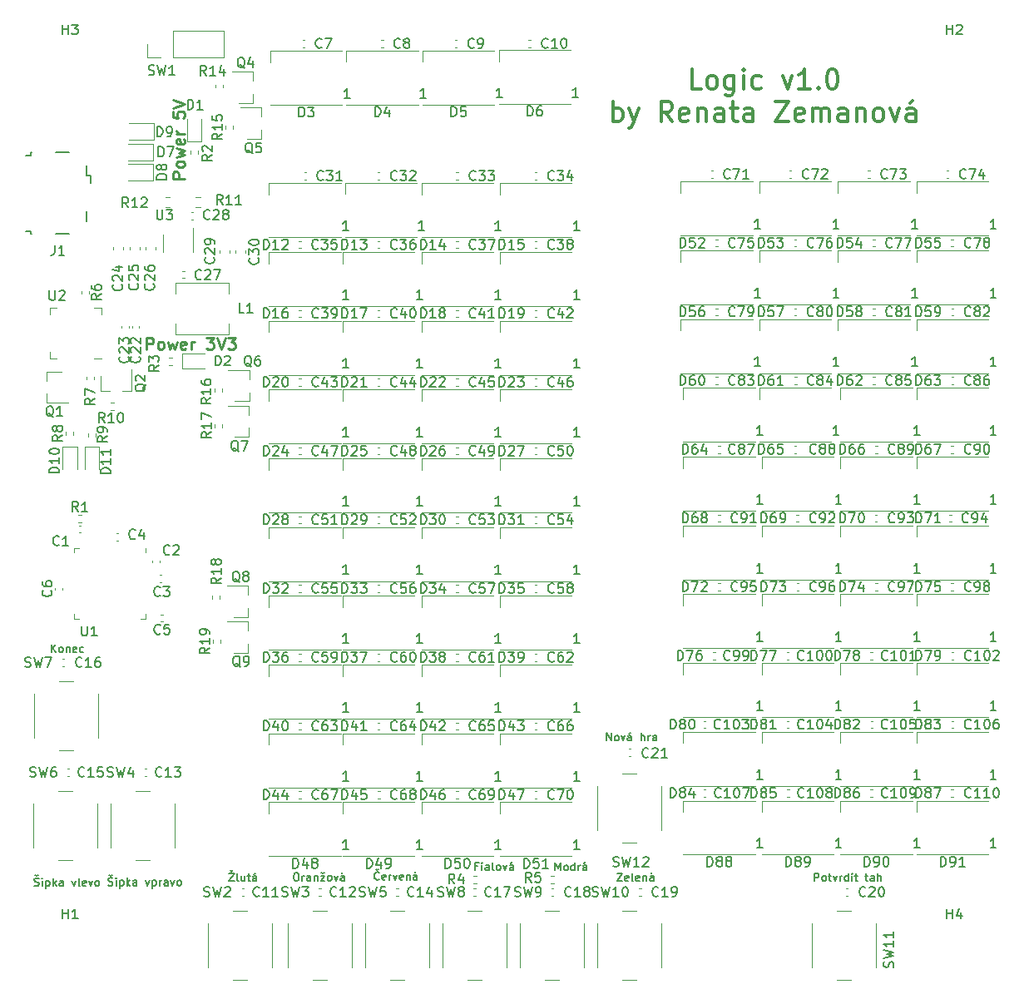
<source format=gbr>
G04 #@! TF.GenerationSoftware,KiCad,Pcbnew,5.1.5+dfsg1-2build2*
G04 #@! TF.CreationDate,2020-11-23T20:40:27+01:00*
G04 #@! TF.ProjectId,Logic_panel_v1,4c6f6769-635f-4706-916e-656c5f76312e,rev?*
G04 #@! TF.SameCoordinates,Original*
G04 #@! TF.FileFunction,Legend,Top*
G04 #@! TF.FilePolarity,Positive*
%FSLAX46Y46*%
G04 Gerber Fmt 4.6, Leading zero omitted, Abs format (unit mm)*
G04 Created by KiCad (PCBNEW 5.1.5+dfsg1-2build2) date 2020-11-23 20:40:27*
%MOMM*%
%LPD*%
G04 APERTURE LIST*
%ADD10C,0.300000*%
%ADD11C,0.153000*%
%ADD12C,0.250000*%
%ADD13C,0.120000*%
%ADD14C,0.150000*%
G04 APERTURE END LIST*
D10*
X119259429Y-57180762D02*
X118307048Y-57180762D01*
X118307048Y-55180762D01*
X120211810Y-57180762D02*
X120021334Y-57085524D01*
X119926096Y-56990286D01*
X119830858Y-56799810D01*
X119830858Y-56228381D01*
X119926096Y-56037905D01*
X120021334Y-55942667D01*
X120211810Y-55847429D01*
X120497524Y-55847429D01*
X120688001Y-55942667D01*
X120783239Y-56037905D01*
X120878477Y-56228381D01*
X120878477Y-56799810D01*
X120783239Y-56990286D01*
X120688001Y-57085524D01*
X120497524Y-57180762D01*
X120211810Y-57180762D01*
X122592762Y-55847429D02*
X122592762Y-57466477D01*
X122497524Y-57656953D01*
X122402286Y-57752191D01*
X122211810Y-57847429D01*
X121926096Y-57847429D01*
X121735620Y-57752191D01*
X122592762Y-57085524D02*
X122402286Y-57180762D01*
X122021334Y-57180762D01*
X121830858Y-57085524D01*
X121735620Y-56990286D01*
X121640381Y-56799810D01*
X121640381Y-56228381D01*
X121735620Y-56037905D01*
X121830858Y-55942667D01*
X122021334Y-55847429D01*
X122402286Y-55847429D01*
X122592762Y-55942667D01*
X123545143Y-57180762D02*
X123545143Y-55847429D01*
X123545143Y-55180762D02*
X123449905Y-55276001D01*
X123545143Y-55371239D01*
X123640381Y-55276001D01*
X123545143Y-55180762D01*
X123545143Y-55371239D01*
X125354667Y-57085524D02*
X125164191Y-57180762D01*
X124783239Y-57180762D01*
X124592762Y-57085524D01*
X124497524Y-56990286D01*
X124402286Y-56799810D01*
X124402286Y-56228381D01*
X124497524Y-56037905D01*
X124592762Y-55942667D01*
X124783239Y-55847429D01*
X125164191Y-55847429D01*
X125354667Y-55942667D01*
X127545143Y-55847429D02*
X128021334Y-57180762D01*
X128497524Y-55847429D01*
X130307048Y-57180762D02*
X129164191Y-57180762D01*
X129735620Y-57180762D02*
X129735620Y-55180762D01*
X129545143Y-55466477D01*
X129354667Y-55656953D01*
X129164191Y-55752191D01*
X131164191Y-56990286D02*
X131259429Y-57085524D01*
X131164191Y-57180762D01*
X131068953Y-57085524D01*
X131164191Y-56990286D01*
X131164191Y-57180762D01*
X132497524Y-55180762D02*
X132688001Y-55180762D01*
X132878477Y-55276001D01*
X132973715Y-55371239D01*
X133068953Y-55561715D01*
X133164191Y-55942667D01*
X133164191Y-56418858D01*
X133068953Y-56799810D01*
X132973715Y-56990286D01*
X132878477Y-57085524D01*
X132688001Y-57180762D01*
X132497524Y-57180762D01*
X132307048Y-57085524D01*
X132211810Y-56990286D01*
X132116572Y-56799810D01*
X132021334Y-56418858D01*
X132021334Y-55942667D01*
X132116572Y-55561715D01*
X132211810Y-55371239D01*
X132307048Y-55276001D01*
X132497524Y-55180762D01*
X110307048Y-60480762D02*
X110307048Y-58480762D01*
X110307048Y-59242667D02*
X110497524Y-59147429D01*
X110878477Y-59147429D01*
X111068953Y-59242667D01*
X111164191Y-59337905D01*
X111259429Y-59528381D01*
X111259429Y-60099810D01*
X111164191Y-60290286D01*
X111068953Y-60385524D01*
X110878477Y-60480762D01*
X110497524Y-60480762D01*
X110307048Y-60385524D01*
X111926096Y-59147429D02*
X112402286Y-60480762D01*
X112878477Y-59147429D02*
X112402286Y-60480762D01*
X112211810Y-60956953D01*
X112116572Y-61052191D01*
X111926096Y-61147429D01*
X116307048Y-60480762D02*
X115640381Y-59528381D01*
X115164191Y-60480762D02*
X115164191Y-58480762D01*
X115926096Y-58480762D01*
X116116572Y-58576001D01*
X116211810Y-58671239D01*
X116307048Y-58861715D01*
X116307048Y-59147429D01*
X116211810Y-59337905D01*
X116116572Y-59433143D01*
X115926096Y-59528381D01*
X115164191Y-59528381D01*
X117926096Y-60385524D02*
X117735620Y-60480762D01*
X117354667Y-60480762D01*
X117164191Y-60385524D01*
X117068953Y-60195048D01*
X117068953Y-59433143D01*
X117164191Y-59242667D01*
X117354667Y-59147429D01*
X117735620Y-59147429D01*
X117926096Y-59242667D01*
X118021334Y-59433143D01*
X118021334Y-59623620D01*
X117068953Y-59814096D01*
X118878477Y-59147429D02*
X118878477Y-60480762D01*
X118878477Y-59337905D02*
X118973715Y-59242667D01*
X119164191Y-59147429D01*
X119449905Y-59147429D01*
X119640381Y-59242667D01*
X119735620Y-59433143D01*
X119735620Y-60480762D01*
X121545143Y-60480762D02*
X121545143Y-59433143D01*
X121449905Y-59242667D01*
X121259429Y-59147429D01*
X120878477Y-59147429D01*
X120688000Y-59242667D01*
X121545143Y-60385524D02*
X121354667Y-60480762D01*
X120878477Y-60480762D01*
X120688000Y-60385524D01*
X120592762Y-60195048D01*
X120592762Y-60004572D01*
X120688000Y-59814096D01*
X120878477Y-59718858D01*
X121354667Y-59718858D01*
X121545143Y-59623620D01*
X122211810Y-59147429D02*
X122973715Y-59147429D01*
X122497524Y-58480762D02*
X122497524Y-60195048D01*
X122592762Y-60385524D01*
X122783239Y-60480762D01*
X122973715Y-60480762D01*
X124497524Y-60480762D02*
X124497524Y-59433143D01*
X124402286Y-59242667D01*
X124211810Y-59147429D01*
X123830858Y-59147429D01*
X123640381Y-59242667D01*
X124497524Y-60385524D02*
X124307048Y-60480762D01*
X123830858Y-60480762D01*
X123640381Y-60385524D01*
X123545143Y-60195048D01*
X123545143Y-60004572D01*
X123640381Y-59814096D01*
X123830858Y-59718858D01*
X124307048Y-59718858D01*
X124497524Y-59623620D01*
X126783239Y-58480762D02*
X128116572Y-58480762D01*
X126783239Y-60480762D01*
X128116572Y-60480762D01*
X129640381Y-60385524D02*
X129449905Y-60480762D01*
X129068953Y-60480762D01*
X128878477Y-60385524D01*
X128783239Y-60195048D01*
X128783239Y-59433143D01*
X128878477Y-59242667D01*
X129068953Y-59147429D01*
X129449905Y-59147429D01*
X129640381Y-59242667D01*
X129735620Y-59433143D01*
X129735620Y-59623620D01*
X128783239Y-59814096D01*
X130592762Y-60480762D02*
X130592762Y-59147429D01*
X130592762Y-59337905D02*
X130688000Y-59242667D01*
X130878477Y-59147429D01*
X131164191Y-59147429D01*
X131354667Y-59242667D01*
X131449905Y-59433143D01*
X131449905Y-60480762D01*
X131449905Y-59433143D02*
X131545143Y-59242667D01*
X131735620Y-59147429D01*
X132021334Y-59147429D01*
X132211810Y-59242667D01*
X132307048Y-59433143D01*
X132307048Y-60480762D01*
X134116572Y-60480762D02*
X134116572Y-59433143D01*
X134021334Y-59242667D01*
X133830858Y-59147429D01*
X133449905Y-59147429D01*
X133259429Y-59242667D01*
X134116572Y-60385524D02*
X133926096Y-60480762D01*
X133449905Y-60480762D01*
X133259429Y-60385524D01*
X133164191Y-60195048D01*
X133164191Y-60004572D01*
X133259429Y-59814096D01*
X133449905Y-59718858D01*
X133926096Y-59718858D01*
X134116572Y-59623620D01*
X135068953Y-59147429D02*
X135068953Y-60480762D01*
X135068953Y-59337905D02*
X135164191Y-59242667D01*
X135354667Y-59147429D01*
X135640381Y-59147429D01*
X135830858Y-59242667D01*
X135926096Y-59433143D01*
X135926096Y-60480762D01*
X137164191Y-60480762D02*
X136973715Y-60385524D01*
X136878477Y-60290286D01*
X136783239Y-60099810D01*
X136783239Y-59528381D01*
X136878477Y-59337905D01*
X136973715Y-59242667D01*
X137164191Y-59147429D01*
X137449905Y-59147429D01*
X137640381Y-59242667D01*
X137735620Y-59337905D01*
X137830858Y-59528381D01*
X137830858Y-60099810D01*
X137735620Y-60290286D01*
X137640381Y-60385524D01*
X137449905Y-60480762D01*
X137164191Y-60480762D01*
X138497524Y-59147429D02*
X138973715Y-60480762D01*
X139449905Y-59147429D01*
X141068953Y-60480762D02*
X141068953Y-59433143D01*
X140973715Y-59242667D01*
X140783239Y-59147429D01*
X140402286Y-59147429D01*
X140211810Y-59242667D01*
X141068953Y-60385524D02*
X140878477Y-60480762D01*
X140402286Y-60480762D01*
X140211810Y-60385524D01*
X140116572Y-60195048D01*
X140116572Y-60004572D01*
X140211810Y-59814096D01*
X140402286Y-59718858D01*
X140878477Y-59718858D01*
X141068953Y-59623620D01*
X140783239Y-58385524D02*
X140497524Y-58671239D01*
D11*
X58895715Y-138253810D02*
X59010001Y-138291905D01*
X59200477Y-138291905D01*
X59276667Y-138253810D01*
X59314762Y-138215715D01*
X59352858Y-138139524D01*
X59352858Y-138063334D01*
X59314762Y-137987143D01*
X59276667Y-137949048D01*
X59200477Y-137910953D01*
X59048096Y-137872858D01*
X58971905Y-137834762D01*
X58933810Y-137796667D01*
X58895715Y-137720477D01*
X58895715Y-137644286D01*
X58933810Y-137568096D01*
X58971905Y-137530001D01*
X59048096Y-137491905D01*
X59238572Y-137491905D01*
X59352858Y-137530001D01*
X58971905Y-137187143D02*
X59124286Y-137301429D01*
X59276667Y-137187143D01*
X59695715Y-138291905D02*
X59695715Y-137758572D01*
X59695715Y-137491905D02*
X59657620Y-137530001D01*
X59695715Y-137568096D01*
X59733810Y-137530001D01*
X59695715Y-137491905D01*
X59695715Y-137568096D01*
X60076667Y-137758572D02*
X60076667Y-138558572D01*
X60076667Y-137796667D02*
X60152858Y-137758572D01*
X60305239Y-137758572D01*
X60381429Y-137796667D01*
X60419524Y-137834762D01*
X60457620Y-137910953D01*
X60457620Y-138139524D01*
X60419524Y-138215715D01*
X60381429Y-138253810D01*
X60305239Y-138291905D01*
X60152858Y-138291905D01*
X60076667Y-138253810D01*
X60800477Y-138291905D02*
X60800477Y-137491905D01*
X60876667Y-137987143D02*
X61105239Y-138291905D01*
X61105239Y-137758572D02*
X60800477Y-138063334D01*
X61790953Y-138291905D02*
X61790953Y-137872858D01*
X61752858Y-137796667D01*
X61676667Y-137758572D01*
X61524286Y-137758572D01*
X61448096Y-137796667D01*
X61790953Y-138253810D02*
X61714762Y-138291905D01*
X61524286Y-138291905D01*
X61448096Y-138253810D01*
X61410001Y-138177620D01*
X61410001Y-138101429D01*
X61448096Y-138025239D01*
X61524286Y-137987143D01*
X61714762Y-137987143D01*
X61790953Y-137949048D01*
X62705239Y-137758572D02*
X62895715Y-138291905D01*
X63086191Y-137758572D01*
X63390953Y-137758572D02*
X63390953Y-138558572D01*
X63390953Y-137796667D02*
X63467143Y-137758572D01*
X63619524Y-137758572D01*
X63695715Y-137796667D01*
X63733810Y-137834762D01*
X63771905Y-137910953D01*
X63771905Y-138139524D01*
X63733810Y-138215715D01*
X63695715Y-138253810D01*
X63619524Y-138291905D01*
X63467143Y-138291905D01*
X63390953Y-138253810D01*
X64114762Y-138291905D02*
X64114762Y-137758572D01*
X64114762Y-137910953D02*
X64152858Y-137834762D01*
X64190953Y-137796667D01*
X64267143Y-137758572D01*
X64343334Y-137758572D01*
X64952858Y-138291905D02*
X64952858Y-137872858D01*
X64914762Y-137796667D01*
X64838572Y-137758572D01*
X64686191Y-137758572D01*
X64610001Y-137796667D01*
X64952858Y-138253810D02*
X64876667Y-138291905D01*
X64686191Y-138291905D01*
X64610001Y-138253810D01*
X64571905Y-138177620D01*
X64571905Y-138101429D01*
X64610001Y-138025239D01*
X64686191Y-137987143D01*
X64876667Y-137987143D01*
X64952858Y-137949048D01*
X65257620Y-137758572D02*
X65448096Y-138291905D01*
X65638572Y-137758572D01*
X66057620Y-138291905D02*
X65981429Y-138253810D01*
X65943334Y-138215715D01*
X65905239Y-138139524D01*
X65905239Y-137910953D01*
X65943334Y-137834762D01*
X65981429Y-137796667D01*
X66057620Y-137758572D01*
X66171905Y-137758572D01*
X66248096Y-137796667D01*
X66286191Y-137834762D01*
X66324286Y-137910953D01*
X66324286Y-138139524D01*
X66286191Y-138215715D01*
X66248096Y-138253810D01*
X66171905Y-138291905D01*
X66057620Y-138291905D01*
X51394762Y-138273810D02*
X51509048Y-138311905D01*
X51699524Y-138311905D01*
X51775715Y-138273810D01*
X51813810Y-138235715D01*
X51851905Y-138159524D01*
X51851905Y-138083334D01*
X51813810Y-138007143D01*
X51775715Y-137969048D01*
X51699524Y-137930953D01*
X51547143Y-137892858D01*
X51470953Y-137854762D01*
X51432858Y-137816667D01*
X51394762Y-137740477D01*
X51394762Y-137664286D01*
X51432858Y-137588096D01*
X51470953Y-137550001D01*
X51547143Y-137511905D01*
X51737620Y-137511905D01*
X51851905Y-137550001D01*
X51470953Y-137207143D02*
X51623334Y-137321429D01*
X51775715Y-137207143D01*
X52194762Y-138311905D02*
X52194762Y-137778572D01*
X52194762Y-137511905D02*
X52156667Y-137550001D01*
X52194762Y-137588096D01*
X52232858Y-137550001D01*
X52194762Y-137511905D01*
X52194762Y-137588096D01*
X52575715Y-137778572D02*
X52575715Y-138578572D01*
X52575715Y-137816667D02*
X52651905Y-137778572D01*
X52804286Y-137778572D01*
X52880477Y-137816667D01*
X52918572Y-137854762D01*
X52956667Y-137930953D01*
X52956667Y-138159524D01*
X52918572Y-138235715D01*
X52880477Y-138273810D01*
X52804286Y-138311905D01*
X52651905Y-138311905D01*
X52575715Y-138273810D01*
X53299524Y-138311905D02*
X53299524Y-137511905D01*
X53375715Y-138007143D02*
X53604286Y-138311905D01*
X53604286Y-137778572D02*
X53299524Y-138083334D01*
X54290001Y-138311905D02*
X54290001Y-137892858D01*
X54251905Y-137816667D01*
X54175715Y-137778572D01*
X54023334Y-137778572D01*
X53947143Y-137816667D01*
X54290001Y-138273810D02*
X54213810Y-138311905D01*
X54023334Y-138311905D01*
X53947143Y-138273810D01*
X53909048Y-138197620D01*
X53909048Y-138121429D01*
X53947143Y-138045239D01*
X54023334Y-138007143D01*
X54213810Y-138007143D01*
X54290001Y-137969048D01*
X55204286Y-137778572D02*
X55394762Y-138311905D01*
X55585239Y-137778572D01*
X56004286Y-138311905D02*
X55928096Y-138273810D01*
X55890001Y-138197620D01*
X55890001Y-137511905D01*
X56613810Y-138273810D02*
X56537620Y-138311905D01*
X56385239Y-138311905D01*
X56309048Y-138273810D01*
X56270953Y-138197620D01*
X56270953Y-137892858D01*
X56309048Y-137816667D01*
X56385239Y-137778572D01*
X56537620Y-137778572D01*
X56613810Y-137816667D01*
X56651905Y-137892858D01*
X56651905Y-137969048D01*
X56270953Y-138045239D01*
X56918572Y-137778572D02*
X57109048Y-138311905D01*
X57299524Y-137778572D01*
X57718572Y-138311905D02*
X57642381Y-138273810D01*
X57604286Y-138235715D01*
X57566191Y-138159524D01*
X57566191Y-137930953D01*
X57604286Y-137854762D01*
X57642381Y-137816667D01*
X57718572Y-137778572D01*
X57832858Y-137778572D01*
X57909048Y-137816667D01*
X57947143Y-137854762D01*
X57985239Y-137930953D01*
X57985239Y-138159524D01*
X57947143Y-138235715D01*
X57909048Y-138273810D01*
X57832858Y-138311905D01*
X57718572Y-138311905D01*
X130779524Y-137811905D02*
X130779524Y-137011905D01*
X131084286Y-137011905D01*
X131160477Y-137050001D01*
X131198572Y-137088096D01*
X131236667Y-137164286D01*
X131236667Y-137278572D01*
X131198572Y-137354762D01*
X131160477Y-137392858D01*
X131084286Y-137430953D01*
X130779524Y-137430953D01*
X131693810Y-137811905D02*
X131617620Y-137773810D01*
X131579524Y-137735715D01*
X131541429Y-137659524D01*
X131541429Y-137430953D01*
X131579524Y-137354762D01*
X131617620Y-137316667D01*
X131693810Y-137278572D01*
X131808096Y-137278572D01*
X131884286Y-137316667D01*
X131922381Y-137354762D01*
X131960477Y-137430953D01*
X131960477Y-137659524D01*
X131922381Y-137735715D01*
X131884286Y-137773810D01*
X131808096Y-137811905D01*
X131693810Y-137811905D01*
X132189048Y-137278572D02*
X132493810Y-137278572D01*
X132303334Y-137011905D02*
X132303334Y-137697620D01*
X132341429Y-137773810D01*
X132417620Y-137811905D01*
X132493810Y-137811905D01*
X132684286Y-137278572D02*
X132874762Y-137811905D01*
X133065239Y-137278572D01*
X133370001Y-137811905D02*
X133370001Y-137278572D01*
X133370001Y-137430953D02*
X133408096Y-137354762D01*
X133446191Y-137316667D01*
X133522381Y-137278572D01*
X133598572Y-137278572D01*
X134208096Y-137811905D02*
X134208096Y-137011905D01*
X134208096Y-137773810D02*
X134131905Y-137811905D01*
X133979524Y-137811905D01*
X133903334Y-137773810D01*
X133865239Y-137735715D01*
X133827143Y-137659524D01*
X133827143Y-137430953D01*
X133865239Y-137354762D01*
X133903334Y-137316667D01*
X133979524Y-137278572D01*
X134131905Y-137278572D01*
X134208096Y-137316667D01*
X134589048Y-137811905D02*
X134589048Y-137278572D01*
X134589048Y-137011905D02*
X134550953Y-137050001D01*
X134589048Y-137088096D01*
X134627143Y-137050001D01*
X134589048Y-137011905D01*
X134589048Y-137088096D01*
X134855715Y-137278572D02*
X135160477Y-137278572D01*
X134970001Y-137011905D02*
X134970001Y-137697620D01*
X135008096Y-137773810D01*
X135084286Y-137811905D01*
X135160477Y-137811905D01*
X135922381Y-137278572D02*
X136227143Y-137278572D01*
X136036667Y-137011905D02*
X136036667Y-137697620D01*
X136074762Y-137773810D01*
X136150953Y-137811905D01*
X136227143Y-137811905D01*
X136836667Y-137811905D02*
X136836667Y-137392858D01*
X136798572Y-137316667D01*
X136722381Y-137278572D01*
X136570001Y-137278572D01*
X136493810Y-137316667D01*
X136836667Y-137773810D02*
X136760477Y-137811905D01*
X136570001Y-137811905D01*
X136493810Y-137773810D01*
X136455715Y-137697620D01*
X136455715Y-137621429D01*
X136493810Y-137545239D01*
X136570001Y-137507143D01*
X136760477Y-137507143D01*
X136836667Y-137469048D01*
X137217620Y-137811905D02*
X137217620Y-137011905D01*
X137560477Y-137811905D02*
X137560477Y-137392858D01*
X137522381Y-137316667D01*
X137446191Y-137278572D01*
X137331905Y-137278572D01*
X137255715Y-137316667D01*
X137217620Y-137354762D01*
X109626667Y-123531905D02*
X109626667Y-122731905D01*
X110083810Y-123531905D01*
X110083810Y-122731905D01*
X110579048Y-123531905D02*
X110502858Y-123493810D01*
X110464762Y-123455715D01*
X110426667Y-123379524D01*
X110426667Y-123150953D01*
X110464762Y-123074762D01*
X110502858Y-123036667D01*
X110579048Y-122998572D01*
X110693334Y-122998572D01*
X110769524Y-123036667D01*
X110807620Y-123074762D01*
X110845715Y-123150953D01*
X110845715Y-123379524D01*
X110807620Y-123455715D01*
X110769524Y-123493810D01*
X110693334Y-123531905D01*
X110579048Y-123531905D01*
X111112381Y-122998572D02*
X111302858Y-123531905D01*
X111493334Y-122998572D01*
X112140953Y-123531905D02*
X112140953Y-123112858D01*
X112102858Y-123036667D01*
X112026667Y-122998572D01*
X111874286Y-122998572D01*
X111798096Y-123036667D01*
X112140953Y-123493810D02*
X112064762Y-123531905D01*
X111874286Y-123531905D01*
X111798096Y-123493810D01*
X111760001Y-123417620D01*
X111760001Y-123341429D01*
X111798096Y-123265239D01*
X111874286Y-123227143D01*
X112064762Y-123227143D01*
X112140953Y-123189048D01*
X112026667Y-122693810D02*
X111912381Y-122808096D01*
X113131429Y-123531905D02*
X113131429Y-122731905D01*
X113474286Y-123531905D02*
X113474286Y-123112858D01*
X113436191Y-123036667D01*
X113360001Y-122998572D01*
X113245715Y-122998572D01*
X113169524Y-123036667D01*
X113131429Y-123074762D01*
X113855239Y-123531905D02*
X113855239Y-122998572D01*
X113855239Y-123150953D02*
X113893334Y-123074762D01*
X113931429Y-123036667D01*
X114007620Y-122998572D01*
X114083810Y-122998572D01*
X114693334Y-123531905D02*
X114693334Y-123112858D01*
X114655239Y-123036667D01*
X114579048Y-122998572D01*
X114426667Y-122998572D01*
X114350477Y-123036667D01*
X114693334Y-123493810D02*
X114617143Y-123531905D01*
X114426667Y-123531905D01*
X114350477Y-123493810D01*
X114312381Y-123417620D01*
X114312381Y-123341429D01*
X114350477Y-123265239D01*
X114426667Y-123227143D01*
X114617143Y-123227143D01*
X114693334Y-123189048D01*
X77970001Y-136991905D02*
X78122381Y-136991905D01*
X78198572Y-137030001D01*
X78274762Y-137106191D01*
X78312858Y-137258572D01*
X78312858Y-137525239D01*
X78274762Y-137677620D01*
X78198572Y-137753810D01*
X78122381Y-137791905D01*
X77970001Y-137791905D01*
X77893810Y-137753810D01*
X77817620Y-137677620D01*
X77779524Y-137525239D01*
X77779524Y-137258572D01*
X77817620Y-137106191D01*
X77893810Y-137030001D01*
X77970001Y-136991905D01*
X78655715Y-137791905D02*
X78655715Y-137258572D01*
X78655715Y-137410953D02*
X78693810Y-137334762D01*
X78731905Y-137296667D01*
X78808096Y-137258572D01*
X78884286Y-137258572D01*
X79493810Y-137791905D02*
X79493810Y-137372858D01*
X79455715Y-137296667D01*
X79379524Y-137258572D01*
X79227143Y-137258572D01*
X79150953Y-137296667D01*
X79493810Y-137753810D02*
X79417620Y-137791905D01*
X79227143Y-137791905D01*
X79150953Y-137753810D01*
X79112858Y-137677620D01*
X79112858Y-137601429D01*
X79150953Y-137525239D01*
X79227143Y-137487143D01*
X79417620Y-137487143D01*
X79493810Y-137449048D01*
X79874762Y-137258572D02*
X79874762Y-137791905D01*
X79874762Y-137334762D02*
X79912858Y-137296667D01*
X79989048Y-137258572D01*
X80103334Y-137258572D01*
X80179524Y-137296667D01*
X80217620Y-137372858D01*
X80217620Y-137791905D01*
X80522381Y-137258572D02*
X80941429Y-137258572D01*
X80522381Y-137791905D01*
X80941429Y-137791905D01*
X80598572Y-136953810D02*
X80750953Y-137068096D01*
X80903334Y-136953810D01*
X81360477Y-137791905D02*
X81284286Y-137753810D01*
X81246191Y-137715715D01*
X81208096Y-137639524D01*
X81208096Y-137410953D01*
X81246191Y-137334762D01*
X81284286Y-137296667D01*
X81360477Y-137258572D01*
X81474762Y-137258572D01*
X81550953Y-137296667D01*
X81589048Y-137334762D01*
X81627143Y-137410953D01*
X81627143Y-137639524D01*
X81589048Y-137715715D01*
X81550953Y-137753810D01*
X81474762Y-137791905D01*
X81360477Y-137791905D01*
X81893810Y-137258572D02*
X82084286Y-137791905D01*
X82274762Y-137258572D01*
X82922381Y-137791905D02*
X82922381Y-137372858D01*
X82884286Y-137296667D01*
X82808096Y-137258572D01*
X82655715Y-137258572D01*
X82579524Y-137296667D01*
X82922381Y-137753810D02*
X82846191Y-137791905D01*
X82655715Y-137791905D01*
X82579524Y-137753810D01*
X82541429Y-137677620D01*
X82541429Y-137601429D01*
X82579524Y-137525239D01*
X82655715Y-137487143D01*
X82846191Y-137487143D01*
X82922381Y-137449048D01*
X82808096Y-136953810D02*
X82693810Y-137068096D01*
X71191429Y-137041905D02*
X71724762Y-137041905D01*
X71191429Y-137841905D01*
X71724762Y-137841905D01*
X71305715Y-136737143D02*
X71458096Y-136851429D01*
X71610477Y-136737143D01*
X72143810Y-137841905D02*
X72067620Y-137803810D01*
X72029524Y-137727620D01*
X72029524Y-137041905D01*
X72791429Y-137308572D02*
X72791429Y-137841905D01*
X72448572Y-137308572D02*
X72448572Y-137727620D01*
X72486667Y-137803810D01*
X72562858Y-137841905D01*
X72677143Y-137841905D01*
X72753334Y-137803810D01*
X72791429Y-137765715D01*
X73058096Y-137308572D02*
X73362858Y-137308572D01*
X73172381Y-137041905D02*
X73172381Y-137727620D01*
X73210477Y-137803810D01*
X73286667Y-137841905D01*
X73362858Y-137841905D01*
X73972381Y-137841905D02*
X73972381Y-137422858D01*
X73934286Y-137346667D01*
X73858096Y-137308572D01*
X73705715Y-137308572D01*
X73629524Y-137346667D01*
X73972381Y-137803810D02*
X73896191Y-137841905D01*
X73705715Y-137841905D01*
X73629524Y-137803810D01*
X73591429Y-137727620D01*
X73591429Y-137651429D01*
X73629524Y-137575239D01*
X73705715Y-137537143D01*
X73896191Y-137537143D01*
X73972381Y-137499048D01*
X73858096Y-137003810D02*
X73743810Y-137118096D01*
X86455715Y-137625715D02*
X86417620Y-137663810D01*
X86303334Y-137701905D01*
X86227143Y-137701905D01*
X86112858Y-137663810D01*
X86036667Y-137587620D01*
X85998572Y-137511429D01*
X85960477Y-137359048D01*
X85960477Y-137244762D01*
X85998572Y-137092381D01*
X86036667Y-137016191D01*
X86112858Y-136940001D01*
X86227143Y-136901905D01*
X86303334Y-136901905D01*
X86417620Y-136940001D01*
X86455715Y-136978096D01*
X86112858Y-136597143D02*
X86265239Y-136711429D01*
X86417620Y-136597143D01*
X87103334Y-137663810D02*
X87027143Y-137701905D01*
X86874762Y-137701905D01*
X86798572Y-137663810D01*
X86760477Y-137587620D01*
X86760477Y-137282858D01*
X86798572Y-137206667D01*
X86874762Y-137168572D01*
X87027143Y-137168572D01*
X87103334Y-137206667D01*
X87141429Y-137282858D01*
X87141429Y-137359048D01*
X86760477Y-137435239D01*
X87484286Y-137701905D02*
X87484286Y-137168572D01*
X87484286Y-137320953D02*
X87522381Y-137244762D01*
X87560477Y-137206667D01*
X87636667Y-137168572D01*
X87712858Y-137168572D01*
X87903334Y-137168572D02*
X88093810Y-137701905D01*
X88284286Y-137168572D01*
X88893810Y-137663810D02*
X88817620Y-137701905D01*
X88665239Y-137701905D01*
X88589048Y-137663810D01*
X88550953Y-137587620D01*
X88550953Y-137282858D01*
X88589048Y-137206667D01*
X88665239Y-137168572D01*
X88817620Y-137168572D01*
X88893810Y-137206667D01*
X88931905Y-137282858D01*
X88931905Y-137359048D01*
X88550953Y-137435239D01*
X89274762Y-137168572D02*
X89274762Y-137701905D01*
X89274762Y-137244762D02*
X89312858Y-137206667D01*
X89389048Y-137168572D01*
X89503334Y-137168572D01*
X89579524Y-137206667D01*
X89617620Y-137282858D01*
X89617620Y-137701905D01*
X90341429Y-137701905D02*
X90341429Y-137282858D01*
X90303334Y-137206667D01*
X90227143Y-137168572D01*
X90074762Y-137168572D01*
X89998572Y-137206667D01*
X90341429Y-137663810D02*
X90265239Y-137701905D01*
X90074762Y-137701905D01*
X89998572Y-137663810D01*
X89960477Y-137587620D01*
X89960477Y-137511429D01*
X89998572Y-137435239D01*
X90074762Y-137397143D01*
X90265239Y-137397143D01*
X90341429Y-137359048D01*
X90227143Y-136863810D02*
X90112858Y-136978096D01*
X96503810Y-136292858D02*
X96237143Y-136292858D01*
X96237143Y-136711905D02*
X96237143Y-135911905D01*
X96618096Y-135911905D01*
X96922858Y-136711905D02*
X96922858Y-136178572D01*
X96922858Y-135911905D02*
X96884762Y-135950001D01*
X96922858Y-135988096D01*
X96960953Y-135950001D01*
X96922858Y-135911905D01*
X96922858Y-135988096D01*
X97646667Y-136711905D02*
X97646667Y-136292858D01*
X97608572Y-136216667D01*
X97532381Y-136178572D01*
X97380001Y-136178572D01*
X97303810Y-136216667D01*
X97646667Y-136673810D02*
X97570477Y-136711905D01*
X97380001Y-136711905D01*
X97303810Y-136673810D01*
X97265715Y-136597620D01*
X97265715Y-136521429D01*
X97303810Y-136445239D01*
X97380001Y-136407143D01*
X97570477Y-136407143D01*
X97646667Y-136369048D01*
X98141905Y-136711905D02*
X98065715Y-136673810D01*
X98027620Y-136597620D01*
X98027620Y-135911905D01*
X98560953Y-136711905D02*
X98484762Y-136673810D01*
X98446667Y-136635715D01*
X98408572Y-136559524D01*
X98408572Y-136330953D01*
X98446667Y-136254762D01*
X98484762Y-136216667D01*
X98560953Y-136178572D01*
X98675239Y-136178572D01*
X98751429Y-136216667D01*
X98789524Y-136254762D01*
X98827620Y-136330953D01*
X98827620Y-136559524D01*
X98789524Y-136635715D01*
X98751429Y-136673810D01*
X98675239Y-136711905D01*
X98560953Y-136711905D01*
X99094286Y-136178572D02*
X99284762Y-136711905D01*
X99475239Y-136178572D01*
X100122858Y-136711905D02*
X100122858Y-136292858D01*
X100084762Y-136216667D01*
X100008572Y-136178572D01*
X99856191Y-136178572D01*
X99780001Y-136216667D01*
X100122858Y-136673810D02*
X100046667Y-136711905D01*
X99856191Y-136711905D01*
X99780001Y-136673810D01*
X99741905Y-136597620D01*
X99741905Y-136521429D01*
X99780001Y-136445239D01*
X99856191Y-136407143D01*
X100046667Y-136407143D01*
X100122858Y-136369048D01*
X100008572Y-135873810D02*
X99894286Y-135988096D01*
X104390001Y-136731905D02*
X104390001Y-135931905D01*
X104656667Y-136503334D01*
X104923334Y-135931905D01*
X104923334Y-136731905D01*
X105418572Y-136731905D02*
X105342381Y-136693810D01*
X105304286Y-136655715D01*
X105266191Y-136579524D01*
X105266191Y-136350953D01*
X105304286Y-136274762D01*
X105342381Y-136236667D01*
X105418572Y-136198572D01*
X105532858Y-136198572D01*
X105609048Y-136236667D01*
X105647143Y-136274762D01*
X105685239Y-136350953D01*
X105685239Y-136579524D01*
X105647143Y-136655715D01*
X105609048Y-136693810D01*
X105532858Y-136731905D01*
X105418572Y-136731905D01*
X106370953Y-136731905D02*
X106370953Y-135931905D01*
X106370953Y-136693810D02*
X106294762Y-136731905D01*
X106142381Y-136731905D01*
X106066191Y-136693810D01*
X106028096Y-136655715D01*
X105990001Y-136579524D01*
X105990001Y-136350953D01*
X106028096Y-136274762D01*
X106066191Y-136236667D01*
X106142381Y-136198572D01*
X106294762Y-136198572D01*
X106370953Y-136236667D01*
X106751905Y-136731905D02*
X106751905Y-136198572D01*
X106751905Y-136350953D02*
X106790001Y-136274762D01*
X106828096Y-136236667D01*
X106904286Y-136198572D01*
X106980477Y-136198572D01*
X107590001Y-136731905D02*
X107590001Y-136312858D01*
X107551905Y-136236667D01*
X107475715Y-136198572D01*
X107323334Y-136198572D01*
X107247143Y-136236667D01*
X107590001Y-136693810D02*
X107513810Y-136731905D01*
X107323334Y-136731905D01*
X107247143Y-136693810D01*
X107209048Y-136617620D01*
X107209048Y-136541429D01*
X107247143Y-136465239D01*
X107323334Y-136427143D01*
X107513810Y-136427143D01*
X107590001Y-136389048D01*
X107475715Y-135893810D02*
X107361429Y-136008096D01*
X110704286Y-137001905D02*
X111237620Y-137001905D01*
X110704286Y-137801905D01*
X111237620Y-137801905D01*
X111847143Y-137763810D02*
X111770953Y-137801905D01*
X111618572Y-137801905D01*
X111542381Y-137763810D01*
X111504286Y-137687620D01*
X111504286Y-137382858D01*
X111542381Y-137306667D01*
X111618572Y-137268572D01*
X111770953Y-137268572D01*
X111847143Y-137306667D01*
X111885239Y-137382858D01*
X111885239Y-137459048D01*
X111504286Y-137535239D01*
X112342381Y-137801905D02*
X112266191Y-137763810D01*
X112228096Y-137687620D01*
X112228096Y-137001905D01*
X112951905Y-137763810D02*
X112875715Y-137801905D01*
X112723334Y-137801905D01*
X112647143Y-137763810D01*
X112609048Y-137687620D01*
X112609048Y-137382858D01*
X112647143Y-137306667D01*
X112723334Y-137268572D01*
X112875715Y-137268572D01*
X112951905Y-137306667D01*
X112990001Y-137382858D01*
X112990001Y-137459048D01*
X112609048Y-137535239D01*
X113332858Y-137268572D02*
X113332858Y-137801905D01*
X113332858Y-137344762D02*
X113370953Y-137306667D01*
X113447143Y-137268572D01*
X113561429Y-137268572D01*
X113637620Y-137306667D01*
X113675715Y-137382858D01*
X113675715Y-137801905D01*
X114399524Y-137801905D02*
X114399524Y-137382858D01*
X114361429Y-137306667D01*
X114285239Y-137268572D01*
X114132858Y-137268572D01*
X114056667Y-137306667D01*
X114399524Y-137763810D02*
X114323334Y-137801905D01*
X114132858Y-137801905D01*
X114056667Y-137763810D01*
X114018572Y-137687620D01*
X114018572Y-137611429D01*
X114056667Y-137535239D01*
X114132858Y-137497143D01*
X114323334Y-137497143D01*
X114399524Y-137459048D01*
X114285239Y-136963810D02*
X114170953Y-137078096D01*
X53110953Y-114521905D02*
X53110953Y-113721905D01*
X53568096Y-114521905D02*
X53225239Y-114064762D01*
X53568096Y-113721905D02*
X53110953Y-114179048D01*
X54025239Y-114521905D02*
X53949048Y-114483810D01*
X53910953Y-114445715D01*
X53872858Y-114369524D01*
X53872858Y-114140953D01*
X53910953Y-114064762D01*
X53949048Y-114026667D01*
X54025239Y-113988572D01*
X54139524Y-113988572D01*
X54215715Y-114026667D01*
X54253810Y-114064762D01*
X54291905Y-114140953D01*
X54291905Y-114369524D01*
X54253810Y-114445715D01*
X54215715Y-114483810D01*
X54139524Y-114521905D01*
X54025239Y-114521905D01*
X54634762Y-113988572D02*
X54634762Y-114521905D01*
X54634762Y-114064762D02*
X54672858Y-114026667D01*
X54749048Y-113988572D01*
X54863334Y-113988572D01*
X54939524Y-114026667D01*
X54977620Y-114102858D01*
X54977620Y-114521905D01*
X55663334Y-114483810D02*
X55587143Y-114521905D01*
X55434762Y-114521905D01*
X55358572Y-114483810D01*
X55320477Y-114407620D01*
X55320477Y-114102858D01*
X55358572Y-114026667D01*
X55434762Y-113988572D01*
X55587143Y-113988572D01*
X55663334Y-114026667D01*
X55701429Y-114102858D01*
X55701429Y-114179048D01*
X55320477Y-114255239D01*
X56387143Y-114483810D02*
X56310953Y-114521905D01*
X56158572Y-114521905D01*
X56082381Y-114483810D01*
X56044286Y-114445715D01*
X56006191Y-114369524D01*
X56006191Y-114140953D01*
X56044286Y-114064762D01*
X56082381Y-114026667D01*
X56158572Y-113988572D01*
X56310953Y-113988572D01*
X56387143Y-114026667D01*
D12*
X62794286Y-83702858D02*
X62794286Y-82502858D01*
X63251429Y-82502858D01*
X63365715Y-82560001D01*
X63422858Y-82617143D01*
X63480001Y-82731429D01*
X63480001Y-82902858D01*
X63422858Y-83017143D01*
X63365715Y-83074286D01*
X63251429Y-83131429D01*
X62794286Y-83131429D01*
X64165715Y-83702858D02*
X64051429Y-83645715D01*
X63994286Y-83588572D01*
X63937143Y-83474286D01*
X63937143Y-83131429D01*
X63994286Y-83017143D01*
X64051429Y-82960001D01*
X64165715Y-82902858D01*
X64337143Y-82902858D01*
X64451429Y-82960001D01*
X64508572Y-83017143D01*
X64565715Y-83131429D01*
X64565715Y-83474286D01*
X64508572Y-83588572D01*
X64451429Y-83645715D01*
X64337143Y-83702858D01*
X64165715Y-83702858D01*
X64965715Y-82902858D02*
X65194286Y-83702858D01*
X65422858Y-83131429D01*
X65651429Y-83702858D01*
X65880001Y-82902858D01*
X66794286Y-83645715D02*
X66680001Y-83702858D01*
X66451429Y-83702858D01*
X66337143Y-83645715D01*
X66280001Y-83531429D01*
X66280001Y-83074286D01*
X66337143Y-82960001D01*
X66451429Y-82902858D01*
X66680001Y-82902858D01*
X66794286Y-82960001D01*
X66851429Y-83074286D01*
X66851429Y-83188572D01*
X66280001Y-83302858D01*
X67365715Y-83702858D02*
X67365715Y-82902858D01*
X67365715Y-83131429D02*
X67422858Y-83017143D01*
X67480001Y-82960001D01*
X67594286Y-82902858D01*
X67708572Y-82902858D01*
X68908572Y-82502858D02*
X69651429Y-82502858D01*
X69251429Y-82960001D01*
X69422858Y-82960001D01*
X69537143Y-83017143D01*
X69594286Y-83074286D01*
X69651429Y-83188572D01*
X69651429Y-83474286D01*
X69594286Y-83588572D01*
X69537143Y-83645715D01*
X69422858Y-83702858D01*
X69080001Y-83702858D01*
X68965715Y-83645715D01*
X68908572Y-83588572D01*
X69994286Y-82502858D02*
X70394286Y-83702858D01*
X70794286Y-82502858D01*
X71080001Y-82502858D02*
X71822858Y-82502858D01*
X71422858Y-82960001D01*
X71594286Y-82960001D01*
X71708572Y-83017143D01*
X71765715Y-83074286D01*
X71822858Y-83188572D01*
X71822858Y-83474286D01*
X71765715Y-83588572D01*
X71708572Y-83645715D01*
X71594286Y-83702858D01*
X71251429Y-83702858D01*
X71137143Y-83645715D01*
X71080001Y-83588572D01*
X66652858Y-66304286D02*
X65452858Y-66304286D01*
X65452858Y-65847143D01*
X65510001Y-65732858D01*
X65567143Y-65675715D01*
X65681429Y-65618572D01*
X65852858Y-65618572D01*
X65967143Y-65675715D01*
X66024286Y-65732858D01*
X66081429Y-65847143D01*
X66081429Y-66304286D01*
X66652858Y-64932858D02*
X66595715Y-65047143D01*
X66538572Y-65104286D01*
X66424286Y-65161429D01*
X66081429Y-65161429D01*
X65967143Y-65104286D01*
X65910001Y-65047143D01*
X65852858Y-64932858D01*
X65852858Y-64761429D01*
X65910001Y-64647143D01*
X65967143Y-64590001D01*
X66081429Y-64532858D01*
X66424286Y-64532858D01*
X66538572Y-64590001D01*
X66595715Y-64647143D01*
X66652858Y-64761429D01*
X66652858Y-64932858D01*
X65852858Y-64132858D02*
X66652858Y-63904286D01*
X66081429Y-63675715D01*
X66652858Y-63447143D01*
X65852858Y-63218572D01*
X66595715Y-62304286D02*
X66652858Y-62418572D01*
X66652858Y-62647143D01*
X66595715Y-62761429D01*
X66481429Y-62818572D01*
X66024286Y-62818572D01*
X65910001Y-62761429D01*
X65852858Y-62647143D01*
X65852858Y-62418572D01*
X65910001Y-62304286D01*
X66024286Y-62247143D01*
X66138572Y-62247143D01*
X66252858Y-62818572D01*
X66652858Y-61732858D02*
X65852858Y-61732858D01*
X66081429Y-61732858D02*
X65967143Y-61675715D01*
X65910001Y-61618572D01*
X65852858Y-61504286D01*
X65852858Y-61390001D01*
X65452858Y-59504286D02*
X65452858Y-60075715D01*
X66024286Y-60132858D01*
X65967143Y-60075715D01*
X65910001Y-59961429D01*
X65910001Y-59675715D01*
X65967143Y-59561429D01*
X66024286Y-59504286D01*
X66138572Y-59447143D01*
X66424286Y-59447143D01*
X66538572Y-59504286D01*
X66595715Y-59561429D01*
X66652858Y-59675715D01*
X66652858Y-59961429D01*
X66595715Y-60075715D01*
X66538572Y-60132858D01*
X65452858Y-59104286D02*
X66652858Y-58704286D01*
X65452858Y-58304286D01*
D13*
G04 #@! TO.C,C1*
X55910165Y-102356001D02*
X56125837Y-102356001D01*
X55910165Y-101636001D02*
X56125837Y-101636001D01*
G04 #@! TO.C,C2*
X64120001Y-105397837D02*
X64120001Y-105182165D01*
X63400001Y-105397837D02*
X63400001Y-105182165D01*
G04 #@! TO.C,C3*
X64122165Y-107370001D02*
X64337837Y-107370001D01*
X64122165Y-106650001D02*
X64337837Y-106650001D01*
G04 #@! TO.C,C4*
X59712165Y-103140001D02*
X59927837Y-103140001D01*
X59712165Y-102420001D02*
X59927837Y-102420001D01*
G04 #@! TO.C,C5*
X64437837Y-110690001D02*
X64222165Y-110690001D01*
X64437837Y-111410001D02*
X64222165Y-111410001D01*
G04 #@! TO.C,C6*
X54200001Y-108197837D02*
X54200001Y-107982165D01*
X53480001Y-108197837D02*
X53480001Y-107982165D01*
G04 #@! TO.C,C7*
X78881837Y-52216001D02*
X78666165Y-52216001D01*
X78881837Y-52936001D02*
X78666165Y-52936001D01*
G04 #@! TO.C,C8*
X86901837Y-52216001D02*
X86686165Y-52216001D01*
X86901837Y-52936001D02*
X86686165Y-52936001D01*
G04 #@! TO.C,C9*
X94401837Y-52216001D02*
X94186165Y-52216001D01*
X94401837Y-52936001D02*
X94186165Y-52936001D01*
G04 #@! TO.C,C10*
X101901837Y-52216001D02*
X101686165Y-52216001D01*
X101901837Y-52936001D02*
X101686165Y-52936001D01*
G04 #@! TO.C,C11*
X72709837Y-138592001D02*
X72494165Y-138592001D01*
X72709837Y-139312001D02*
X72494165Y-139312001D01*
G04 #@! TO.C,C12*
X80555837Y-138592001D02*
X80340165Y-138592001D01*
X80555837Y-139312001D02*
X80340165Y-139312001D01*
G04 #@! TO.C,C13*
X62803837Y-126400001D02*
X62588165Y-126400001D01*
X62803837Y-127120001D02*
X62588165Y-127120001D01*
G04 #@! TO.C,C14*
X88429837Y-138592001D02*
X88214165Y-138592001D01*
X88429837Y-139312001D02*
X88214165Y-139312001D01*
G04 #@! TO.C,C15*
X54929837Y-126400001D02*
X54714165Y-126400001D01*
X54929837Y-127120001D02*
X54714165Y-127120001D01*
G04 #@! TO.C,C16*
X54421837Y-115224001D02*
X54206165Y-115224001D01*
X54421837Y-115944001D02*
X54206165Y-115944001D01*
G04 #@! TO.C,C17*
X96303837Y-138592001D02*
X96088165Y-138592001D01*
X96303837Y-139312001D02*
X96088165Y-139312001D01*
G04 #@! TO.C,C18*
X104205837Y-138592001D02*
X103990165Y-138592001D01*
X104205837Y-139312001D02*
X103990165Y-139312001D01*
G04 #@! TO.C,C19*
X113123837Y-138592001D02*
X112908165Y-138592001D01*
X113123837Y-139312001D02*
X112908165Y-139312001D01*
G04 #@! TO.C,C20*
X134177837Y-138592001D02*
X133962165Y-138592001D01*
X134177837Y-139312001D02*
X133962165Y-139312001D01*
G04 #@! TO.C,C21*
X112079837Y-124368001D02*
X111864165Y-124368001D01*
X112079837Y-125088001D02*
X111864165Y-125088001D01*
G04 #@! TO.C,C23*
X60990001Y-81507837D02*
X60990001Y-81292165D01*
X60270001Y-81507837D02*
X60270001Y-81292165D01*
G04 #@! TO.C,C24*
X60430001Y-73580581D02*
X60430001Y-73299421D01*
X59410001Y-73580581D02*
X59410001Y-73299421D01*
G04 #@! TO.C,C25*
X62070001Y-73580581D02*
X62070001Y-73299421D01*
X61050001Y-73580581D02*
X61050001Y-73299421D01*
G04 #@! TO.C,C26*
X63720001Y-73560581D02*
X63720001Y-73279421D01*
X62700001Y-73560581D02*
X62700001Y-73279421D01*
G04 #@! TO.C,C27*
X66442165Y-76440001D02*
X66657837Y-76440001D01*
X66442165Y-75720001D02*
X66657837Y-75720001D01*
G04 #@! TO.C,C28*
X67352165Y-70450001D02*
X67567837Y-70450001D01*
X67352165Y-69730001D02*
X67567837Y-69730001D01*
G04 #@! TO.C,C29*
X70230001Y-73624421D02*
X70230001Y-73905581D01*
X71250001Y-73624421D02*
X71250001Y-73905581D01*
G04 #@! TO.C,C30*
X71840001Y-73624421D02*
X71840001Y-73905581D01*
X72860001Y-73624421D02*
X72860001Y-73905581D01*
G04 #@! TO.C,C31*
X79049837Y-65688001D02*
X78834165Y-65688001D01*
X79049837Y-66408001D02*
X78834165Y-66408001D01*
G04 #@! TO.C,C32*
X86529837Y-65688001D02*
X86314165Y-65688001D01*
X86529837Y-66408001D02*
X86314165Y-66408001D01*
G04 #@! TO.C,C33*
X94529837Y-65688001D02*
X94314165Y-65688001D01*
X94529837Y-66408001D02*
X94314165Y-66408001D01*
G04 #@! TO.C,C34*
X102529837Y-65688001D02*
X102314165Y-65688001D01*
X102529837Y-66408001D02*
X102314165Y-66408001D01*
G04 #@! TO.C,C35*
X78529837Y-72688001D02*
X78314165Y-72688001D01*
X78529837Y-73408001D02*
X78314165Y-73408001D01*
G04 #@! TO.C,C36*
X86529837Y-72688001D02*
X86314165Y-72688001D01*
X86529837Y-73408001D02*
X86314165Y-73408001D01*
G04 #@! TO.C,C37*
X94529837Y-72688001D02*
X94314165Y-72688001D01*
X94529837Y-73408001D02*
X94314165Y-73408001D01*
G04 #@! TO.C,C38*
X102529837Y-72688001D02*
X102314165Y-72688001D01*
X102529837Y-73408001D02*
X102314165Y-73408001D01*
G04 #@! TO.C,C39*
X78529837Y-79688001D02*
X78314165Y-79688001D01*
X78529837Y-80408001D02*
X78314165Y-80408001D01*
G04 #@! TO.C,C40*
X86529837Y-79688001D02*
X86314165Y-79688001D01*
X86529837Y-80408001D02*
X86314165Y-80408001D01*
G04 #@! TO.C,C41*
X94529837Y-79688001D02*
X94314165Y-79688001D01*
X94529837Y-80408001D02*
X94314165Y-80408001D01*
G04 #@! TO.C,C42*
X102509837Y-79688001D02*
X102294165Y-79688001D01*
X102509837Y-80408001D02*
X102294165Y-80408001D01*
G04 #@! TO.C,C43*
X78529837Y-86688001D02*
X78314165Y-86688001D01*
X78529837Y-87408001D02*
X78314165Y-87408001D01*
G04 #@! TO.C,C44*
X86529837Y-86688001D02*
X86314165Y-86688001D01*
X86529837Y-87408001D02*
X86314165Y-87408001D01*
G04 #@! TO.C,C45*
X94529837Y-86688001D02*
X94314165Y-86688001D01*
X94529837Y-87408001D02*
X94314165Y-87408001D01*
G04 #@! TO.C,C46*
X102529837Y-86688001D02*
X102314165Y-86688001D01*
X102529837Y-87408001D02*
X102314165Y-87408001D01*
G04 #@! TO.C,C47*
X78509837Y-93688001D02*
X78294165Y-93688001D01*
X78509837Y-94408001D02*
X78294165Y-94408001D01*
G04 #@! TO.C,C48*
X86509837Y-93688001D02*
X86294165Y-93688001D01*
X86509837Y-94408001D02*
X86294165Y-94408001D01*
G04 #@! TO.C,C49*
X94529837Y-93688001D02*
X94314165Y-93688001D01*
X94529837Y-94408001D02*
X94314165Y-94408001D01*
G04 #@! TO.C,C50*
X102509837Y-93688001D02*
X102294165Y-93688001D01*
X102509837Y-94408001D02*
X102294165Y-94408001D01*
G04 #@! TO.C,C51*
X78529837Y-100688001D02*
X78314165Y-100688001D01*
X78529837Y-101408001D02*
X78314165Y-101408001D01*
G04 #@! TO.C,C52*
X86529837Y-100688001D02*
X86314165Y-100688001D01*
X86529837Y-101408001D02*
X86314165Y-101408001D01*
G04 #@! TO.C,C53*
X94529837Y-100688001D02*
X94314165Y-100688001D01*
X94529837Y-101408001D02*
X94314165Y-101408001D01*
G04 #@! TO.C,C54*
X102509837Y-100688001D02*
X102294165Y-100688001D01*
X102509837Y-101408001D02*
X102294165Y-101408001D01*
G04 #@! TO.C,C55*
X78529837Y-107688001D02*
X78314165Y-107688001D01*
X78529837Y-108408001D02*
X78314165Y-108408001D01*
G04 #@! TO.C,C56*
X86529837Y-107688001D02*
X86314165Y-107688001D01*
X86529837Y-108408001D02*
X86314165Y-108408001D01*
G04 #@! TO.C,C57*
X94529837Y-107688001D02*
X94314165Y-107688001D01*
X94529837Y-108408001D02*
X94314165Y-108408001D01*
G04 #@! TO.C,C58*
X102529837Y-107688001D02*
X102314165Y-107688001D01*
X102529837Y-108408001D02*
X102314165Y-108408001D01*
G04 #@! TO.C,C59*
X78529837Y-114688001D02*
X78314165Y-114688001D01*
X78529837Y-115408001D02*
X78314165Y-115408001D01*
G04 #@! TO.C,C60*
X86509837Y-114688001D02*
X86294165Y-114688001D01*
X86509837Y-115408001D02*
X86294165Y-115408001D01*
G04 #@! TO.C,C61*
X94529837Y-114688001D02*
X94314165Y-114688001D01*
X94529837Y-115408001D02*
X94314165Y-115408001D01*
G04 #@! TO.C,C62*
X102509837Y-114688001D02*
X102294165Y-114688001D01*
X102509837Y-115408001D02*
X102294165Y-115408001D01*
G04 #@! TO.C,C63*
X78509837Y-121688001D02*
X78294165Y-121688001D01*
X78509837Y-122408001D02*
X78294165Y-122408001D01*
G04 #@! TO.C,C64*
X86509837Y-121688001D02*
X86294165Y-121688001D01*
X86509837Y-122408001D02*
X86294165Y-122408001D01*
G04 #@! TO.C,C65*
X94529837Y-121688001D02*
X94314165Y-121688001D01*
X94529837Y-122408001D02*
X94314165Y-122408001D01*
G04 #@! TO.C,C66*
X102529837Y-121688001D02*
X102314165Y-121688001D01*
X102529837Y-122408001D02*
X102314165Y-122408001D01*
G04 #@! TO.C,C67*
X78529837Y-128688001D02*
X78314165Y-128688001D01*
X78529837Y-129408001D02*
X78314165Y-129408001D01*
G04 #@! TO.C,C68*
X86549837Y-128688001D02*
X86334165Y-128688001D01*
X86549837Y-129408001D02*
X86334165Y-129408001D01*
G04 #@! TO.C,C69*
X94529837Y-128688001D02*
X94314165Y-128688001D01*
X94529837Y-129408001D02*
X94314165Y-129408001D01*
G04 #@! TO.C,C70*
X102529837Y-128688001D02*
X102314165Y-128688001D01*
X102529837Y-129408001D02*
X102314165Y-129408001D01*
G04 #@! TO.C,C71*
X120453837Y-65522001D02*
X120238165Y-65522001D01*
X120453837Y-66242001D02*
X120238165Y-66242001D01*
G04 #@! TO.C,C72*
X128433837Y-65522001D02*
X128218165Y-65522001D01*
X128433837Y-66242001D02*
X128218165Y-66242001D01*
G04 #@! TO.C,C73*
X136413837Y-65522001D02*
X136198165Y-65522001D01*
X136413837Y-66242001D02*
X136198165Y-66242001D01*
G04 #@! TO.C,C74*
X144433837Y-65522001D02*
X144218165Y-65522001D01*
X144433837Y-66242001D02*
X144218165Y-66242001D01*
G04 #@! TO.C,C75*
X120933837Y-72522001D02*
X120718165Y-72522001D01*
X120933837Y-73242001D02*
X120718165Y-73242001D01*
G04 #@! TO.C,C76*
X128933837Y-72522001D02*
X128718165Y-72522001D01*
X128933837Y-73242001D02*
X128718165Y-73242001D01*
G04 #@! TO.C,C77*
X136933837Y-72522001D02*
X136718165Y-72522001D01*
X136933837Y-73242001D02*
X136718165Y-73242001D01*
G04 #@! TO.C,C78*
X144913837Y-72522001D02*
X144698165Y-72522001D01*
X144913837Y-73242001D02*
X144698165Y-73242001D01*
G04 #@! TO.C,C79*
X120933837Y-79522001D02*
X120718165Y-79522001D01*
X120933837Y-80242001D02*
X120718165Y-80242001D01*
G04 #@! TO.C,C80*
X128913837Y-79522001D02*
X128698165Y-79522001D01*
X128913837Y-80242001D02*
X128698165Y-80242001D01*
G04 #@! TO.C,C81*
X136933837Y-79522001D02*
X136718165Y-79522001D01*
X136933837Y-80242001D02*
X136718165Y-80242001D01*
G04 #@! TO.C,C82*
X144933837Y-79522001D02*
X144718165Y-79522001D01*
X144933837Y-80242001D02*
X144718165Y-80242001D01*
G04 #@! TO.C,C83*
X120933837Y-86522001D02*
X120718165Y-86522001D01*
X120933837Y-87242001D02*
X120718165Y-87242001D01*
G04 #@! TO.C,C84*
X128953837Y-86522001D02*
X128738165Y-86522001D01*
X128953837Y-87242001D02*
X128738165Y-87242001D01*
G04 #@! TO.C,C85*
X136933837Y-86522001D02*
X136718165Y-86522001D01*
X136933837Y-87242001D02*
X136718165Y-87242001D01*
G04 #@! TO.C,C86*
X144933837Y-86522001D02*
X144718165Y-86522001D01*
X144933837Y-87242001D02*
X144718165Y-87242001D01*
G04 #@! TO.C,C87*
X121203837Y-93522001D02*
X120988165Y-93522001D01*
X121203837Y-94242001D02*
X120988165Y-94242001D01*
G04 #@! TO.C,C88*
X128933837Y-93522001D02*
X128718165Y-93522001D01*
X128933837Y-94242001D02*
X128718165Y-94242001D01*
G04 #@! TO.C,C89*
X137183837Y-93522001D02*
X136968165Y-93522001D01*
X137183837Y-94242001D02*
X136968165Y-94242001D01*
G04 #@! TO.C,C90*
X144913837Y-93522001D02*
X144698165Y-93522001D01*
X144913837Y-94242001D02*
X144698165Y-94242001D01*
G04 #@! TO.C,C91*
X121163837Y-100522001D02*
X120948165Y-100522001D01*
X121163837Y-101242001D02*
X120948165Y-101242001D01*
G04 #@! TO.C,C92*
X129163837Y-100522001D02*
X128948165Y-100522001D01*
X129163837Y-101242001D02*
X128948165Y-101242001D01*
G04 #@! TO.C,C93*
X137163837Y-100522001D02*
X136948165Y-100522001D01*
X137163837Y-101242001D02*
X136948165Y-101242001D01*
G04 #@! TO.C,C94*
X144703837Y-100522001D02*
X144488165Y-100522001D01*
X144703837Y-101242001D02*
X144488165Y-101242001D01*
G04 #@! TO.C,C95*
X121183837Y-107522001D02*
X120968165Y-107522001D01*
X121183837Y-108242001D02*
X120968165Y-108242001D01*
G04 #@! TO.C,C96*
X129183837Y-107522001D02*
X128968165Y-107522001D01*
X129183837Y-108242001D02*
X128968165Y-108242001D01*
G04 #@! TO.C,C97*
X137183837Y-107522001D02*
X136968165Y-107522001D01*
X137183837Y-108242001D02*
X136968165Y-108242001D01*
G04 #@! TO.C,C98*
X144913837Y-107522001D02*
X144698165Y-107522001D01*
X144913837Y-108242001D02*
X144698165Y-108242001D01*
G04 #@! TO.C,C99*
X120663837Y-114522001D02*
X120448165Y-114522001D01*
X120663837Y-115242001D02*
X120448165Y-115242001D01*
G04 #@! TO.C,C100*
X128183837Y-114522001D02*
X127968165Y-114522001D01*
X128183837Y-115242001D02*
X127968165Y-115242001D01*
G04 #@! TO.C,C101*
X136683837Y-114522001D02*
X136468165Y-114522001D01*
X136683837Y-115242001D02*
X136468165Y-115242001D01*
G04 #@! TO.C,C102*
X144933837Y-114522001D02*
X144718165Y-114522001D01*
X144933837Y-115242001D02*
X144718165Y-115242001D01*
G04 #@! TO.C,C103*
X119703837Y-121522001D02*
X119488165Y-121522001D01*
X119703837Y-122242001D02*
X119488165Y-122242001D01*
G04 #@! TO.C,C104*
X128183837Y-121522001D02*
X127968165Y-121522001D01*
X128183837Y-122242001D02*
X127968165Y-122242001D01*
G04 #@! TO.C,C105*
X136703837Y-121522001D02*
X136488165Y-121522001D01*
X136703837Y-122242001D02*
X136488165Y-122242001D01*
G04 #@! TO.C,C106*
X144933837Y-121522001D02*
X144718165Y-121522001D01*
X144933837Y-122242001D02*
X144718165Y-122242001D01*
G04 #@! TO.C,C107*
X119703837Y-128522001D02*
X119488165Y-128522001D01*
X119703837Y-129242001D02*
X119488165Y-129242001D01*
G04 #@! TO.C,C108*
X128203837Y-128522001D02*
X127988165Y-128522001D01*
X128203837Y-129242001D02*
X127988165Y-129242001D01*
G04 #@! TO.C,C109*
X136663837Y-128522001D02*
X136448165Y-128522001D01*
X136663837Y-129242001D02*
X136448165Y-129242001D01*
G04 #@! TO.C,C110*
X144913837Y-128522001D02*
X144698165Y-128522001D01*
X144913837Y-129242001D02*
X144698165Y-129242001D01*
G04 #@! TO.C,D1*
X68399001Y-62499001D02*
X68399001Y-60214001D01*
X66929001Y-62499001D02*
X68399001Y-62499001D01*
X66929001Y-60214001D02*
X66929001Y-62499001D01*
G04 #@! TO.C,D2*
X66437001Y-85609001D02*
X68722001Y-85609001D01*
X66437001Y-84139001D02*
X66437001Y-85609001D01*
X68722001Y-84139001D02*
X66437001Y-84139001D01*
G04 #@! TO.C,D3*
X75404001Y-53326001D02*
X75404001Y-54476001D01*
X82704001Y-53326001D02*
X75404001Y-53326001D01*
X82704001Y-58826001D02*
X75404001Y-58826001D01*
G04 #@! TO.C,D4*
X83144001Y-53296001D02*
X83144001Y-54446001D01*
X90444001Y-53296001D02*
X83144001Y-53296001D01*
X90444001Y-58796001D02*
X83144001Y-58796001D01*
G04 #@! TO.C,D5*
X90894001Y-53276001D02*
X90894001Y-54426001D01*
X98194001Y-53276001D02*
X90894001Y-53276001D01*
X98194001Y-58776001D02*
X90894001Y-58776001D01*
G04 #@! TO.C,D6*
X98644001Y-53226001D02*
X98644001Y-54376001D01*
X105944001Y-53226001D02*
X98644001Y-53226001D01*
X105944001Y-58726001D02*
X98644001Y-58726001D01*
G04 #@! TO.C,D7*
X63500001Y-64470001D02*
X60950001Y-64470001D01*
X63500001Y-62770001D02*
X60950001Y-62770001D01*
X63500001Y-64470001D02*
X63500001Y-62770001D01*
G04 #@! TO.C,D8*
X63500001Y-66530001D02*
X60950001Y-66530001D01*
X63500001Y-64830001D02*
X60950001Y-64830001D01*
X63500001Y-66530001D02*
X63500001Y-64830001D01*
G04 #@! TO.C,D9*
X63522001Y-62384001D02*
X60972001Y-62384001D01*
X63522001Y-60684001D02*
X60972001Y-60684001D01*
X63522001Y-62384001D02*
X63522001Y-60684001D01*
G04 #@! TO.C,D10*
X54255001Y-93605001D02*
X54255001Y-95890001D01*
X55725001Y-93605001D02*
X54255001Y-93605001D01*
X55725001Y-95890001D02*
X55725001Y-93605001D01*
G04 #@! TO.C,D11*
X56487001Y-93634501D02*
X56487001Y-95919501D01*
X57957001Y-93634501D02*
X56487001Y-93634501D01*
X57957001Y-95919501D02*
X57957001Y-93634501D01*
G04 #@! TO.C,D12*
X75272001Y-66798001D02*
X75272001Y-67948001D01*
X82572001Y-66798001D02*
X75272001Y-66798001D01*
X82572001Y-72298001D02*
X75272001Y-72298001D01*
G04 #@! TO.C,D13*
X82982001Y-66748001D02*
X82982001Y-67898001D01*
X90282001Y-66748001D02*
X82982001Y-66748001D01*
X90282001Y-72248001D02*
X82982001Y-72248001D01*
G04 #@! TO.C,D14*
X90772001Y-66798001D02*
X90772001Y-67948001D01*
X98072001Y-66798001D02*
X90772001Y-66798001D01*
X98072001Y-72298001D02*
X90772001Y-72298001D01*
G04 #@! TO.C,D15*
X98772001Y-66798001D02*
X98772001Y-67948001D01*
X106072001Y-66798001D02*
X98772001Y-66798001D01*
X106072001Y-72298001D02*
X98772001Y-72298001D01*
G04 #@! TO.C,D16*
X75272001Y-73798001D02*
X75272001Y-74948001D01*
X82572001Y-73798001D02*
X75272001Y-73798001D01*
X82572001Y-79298001D02*
X75272001Y-79298001D01*
G04 #@! TO.C,D17*
X82772001Y-73798001D02*
X82772001Y-74948001D01*
X90072001Y-73798001D02*
X82772001Y-73798001D01*
X90072001Y-79298001D02*
X82772001Y-79298001D01*
G04 #@! TO.C,D18*
X90772001Y-73798001D02*
X90772001Y-74948001D01*
X98072001Y-73798001D02*
X90772001Y-73798001D01*
X98072001Y-79298001D02*
X90772001Y-79298001D01*
G04 #@! TO.C,D19*
X98772001Y-73798001D02*
X98772001Y-74948001D01*
X106072001Y-73798001D02*
X98772001Y-73798001D01*
X106072001Y-79298001D02*
X98772001Y-79298001D01*
G04 #@! TO.C,D20*
X75272001Y-80798001D02*
X75272001Y-81948001D01*
X82572001Y-80798001D02*
X75272001Y-80798001D01*
X82572001Y-86298001D02*
X75272001Y-86298001D01*
G04 #@! TO.C,D21*
X82772001Y-80798001D02*
X82772001Y-81948001D01*
X90072001Y-80798001D02*
X82772001Y-80798001D01*
X90072001Y-86298001D02*
X82772001Y-86298001D01*
G04 #@! TO.C,D22*
X90772001Y-80798001D02*
X90772001Y-81948001D01*
X98072001Y-80798001D02*
X90772001Y-80798001D01*
X98072001Y-86298001D02*
X90772001Y-86298001D01*
G04 #@! TO.C,D23*
X98772001Y-80798001D02*
X98772001Y-81948001D01*
X106072001Y-80798001D02*
X98772001Y-80798001D01*
X106072001Y-86298001D02*
X98772001Y-86298001D01*
G04 #@! TO.C,D24*
X75272001Y-87798001D02*
X75272001Y-88948001D01*
X82572001Y-87798001D02*
X75272001Y-87798001D01*
X82572001Y-93298001D02*
X75272001Y-93298001D01*
G04 #@! TO.C,D25*
X82772001Y-87798001D02*
X82772001Y-88948001D01*
X90072001Y-87798001D02*
X82772001Y-87798001D01*
X90072001Y-93298001D02*
X82772001Y-93298001D01*
G04 #@! TO.C,D26*
X90772001Y-87798001D02*
X90772001Y-88948001D01*
X98072001Y-87798001D02*
X90772001Y-87798001D01*
X98072001Y-93298001D02*
X90772001Y-93298001D01*
G04 #@! TO.C,D27*
X98772001Y-87798001D02*
X98772001Y-88948001D01*
X106072001Y-87798001D02*
X98772001Y-87798001D01*
X106072001Y-93298001D02*
X98772001Y-93298001D01*
G04 #@! TO.C,D28*
X75272001Y-94798001D02*
X75272001Y-95948001D01*
X82572001Y-94798001D02*
X75272001Y-94798001D01*
X82572001Y-100298001D02*
X75272001Y-100298001D01*
G04 #@! TO.C,D29*
X82772001Y-94798001D02*
X82772001Y-95948001D01*
X90072001Y-94798001D02*
X82772001Y-94798001D01*
X90072001Y-100298001D02*
X82772001Y-100298001D01*
G04 #@! TO.C,D30*
X90772001Y-94798001D02*
X90772001Y-95948001D01*
X98072001Y-94798001D02*
X90772001Y-94798001D01*
X98072001Y-100298001D02*
X90772001Y-100298001D01*
G04 #@! TO.C,D31*
X98772001Y-94798001D02*
X98772001Y-95948001D01*
X106072001Y-94798001D02*
X98772001Y-94798001D01*
X106072001Y-100298001D02*
X98772001Y-100298001D01*
G04 #@! TO.C,D32*
X75272001Y-101798001D02*
X75272001Y-102948001D01*
X82572001Y-101798001D02*
X75272001Y-101798001D01*
X82572001Y-107298001D02*
X75272001Y-107298001D01*
G04 #@! TO.C,D33*
X82772001Y-101798001D02*
X82772001Y-102948001D01*
X90072001Y-101798001D02*
X82772001Y-101798001D01*
X90072001Y-107298001D02*
X82772001Y-107298001D01*
G04 #@! TO.C,D34*
X90772001Y-101798001D02*
X90772001Y-102948001D01*
X98072001Y-101798001D02*
X90772001Y-101798001D01*
X98072001Y-107298001D02*
X90772001Y-107298001D01*
G04 #@! TO.C,D35*
X98772001Y-101798001D02*
X98772001Y-102948001D01*
X106072001Y-101798001D02*
X98772001Y-101798001D01*
X106072001Y-107298001D02*
X98772001Y-107298001D01*
G04 #@! TO.C,D36*
X75272001Y-108798001D02*
X75272001Y-109948001D01*
X82572001Y-108798001D02*
X75272001Y-108798001D01*
X82572001Y-114298001D02*
X75272001Y-114298001D01*
G04 #@! TO.C,D37*
X82772001Y-108798001D02*
X82772001Y-109948001D01*
X90072001Y-108798001D02*
X82772001Y-108798001D01*
X90072001Y-114298001D02*
X82772001Y-114298001D01*
G04 #@! TO.C,D38*
X90772001Y-108798001D02*
X90772001Y-109948001D01*
X98072001Y-108798001D02*
X90772001Y-108798001D01*
X98072001Y-114298001D02*
X90772001Y-114298001D01*
G04 #@! TO.C,D39*
X98772001Y-108798001D02*
X98772001Y-109948001D01*
X106072001Y-108798001D02*
X98772001Y-108798001D01*
X106072001Y-114298001D02*
X98772001Y-114298001D01*
G04 #@! TO.C,D40*
X75272001Y-115798001D02*
X75272001Y-116948001D01*
X82572001Y-115798001D02*
X75272001Y-115798001D01*
X82572001Y-121298001D02*
X75272001Y-121298001D01*
G04 #@! TO.C,D41*
X82772001Y-115798001D02*
X82772001Y-116948001D01*
X90072001Y-115798001D02*
X82772001Y-115798001D01*
X90072001Y-121298001D02*
X82772001Y-121298001D01*
G04 #@! TO.C,D42*
X90772001Y-115798001D02*
X90772001Y-116948001D01*
X98072001Y-115798001D02*
X90772001Y-115798001D01*
X98072001Y-121298001D02*
X90772001Y-121298001D01*
G04 #@! TO.C,D43*
X98772001Y-115798001D02*
X98772001Y-116948001D01*
X106072001Y-115798001D02*
X98772001Y-115798001D01*
X106072001Y-121298001D02*
X98772001Y-121298001D01*
G04 #@! TO.C,D44*
X75272001Y-122798001D02*
X75272001Y-123948001D01*
X82572001Y-122798001D02*
X75272001Y-122798001D01*
X82572001Y-128298001D02*
X75272001Y-128298001D01*
G04 #@! TO.C,D45*
X82772001Y-122798001D02*
X82772001Y-123948001D01*
X90072001Y-122798001D02*
X82772001Y-122798001D01*
X90072001Y-128298001D02*
X82772001Y-128298001D01*
G04 #@! TO.C,D46*
X90772001Y-122798001D02*
X90772001Y-123948001D01*
X98072001Y-122798001D02*
X90772001Y-122798001D01*
X98072001Y-128298001D02*
X90772001Y-128298001D01*
G04 #@! TO.C,D47*
X98772001Y-122798001D02*
X98772001Y-123948001D01*
X106072001Y-122798001D02*
X98772001Y-122798001D01*
X106072001Y-128298001D02*
X98772001Y-128298001D01*
G04 #@! TO.C,D48*
X75272001Y-129798001D02*
X75272001Y-130948001D01*
X82572001Y-129798001D02*
X75272001Y-129798001D01*
X82572001Y-135298001D02*
X75272001Y-135298001D01*
G04 #@! TO.C,D49*
X82772001Y-129798001D02*
X82772001Y-130948001D01*
X90072001Y-129798001D02*
X82772001Y-129798001D01*
X90072001Y-135298001D02*
X82772001Y-135298001D01*
G04 #@! TO.C,D50*
X90772001Y-129798001D02*
X90772001Y-130948001D01*
X98072001Y-129798001D02*
X90772001Y-129798001D01*
X98072001Y-135298001D02*
X90772001Y-135298001D01*
G04 #@! TO.C,D51*
X98772001Y-129798001D02*
X98772001Y-130948001D01*
X106072001Y-129798001D02*
X98772001Y-129798001D01*
X106072001Y-135298001D02*
X98772001Y-135298001D01*
G04 #@! TO.C,D52*
X117176001Y-66632001D02*
X117176001Y-67782001D01*
X124476001Y-66632001D02*
X117176001Y-66632001D01*
X124476001Y-72132001D02*
X117176001Y-72132001D01*
G04 #@! TO.C,D53*
X125176001Y-66632001D02*
X125176001Y-67782001D01*
X132476001Y-66632001D02*
X125176001Y-66632001D01*
X132476001Y-72132001D02*
X125176001Y-72132001D01*
G04 #@! TO.C,D54*
X133176001Y-66632001D02*
X133176001Y-67782001D01*
X140476001Y-66632001D02*
X133176001Y-66632001D01*
X140476001Y-72132001D02*
X133176001Y-72132001D01*
G04 #@! TO.C,D55*
X141176001Y-66632001D02*
X141176001Y-67782001D01*
X148476001Y-66632001D02*
X141176001Y-66632001D01*
X148476001Y-72132001D02*
X141176001Y-72132001D01*
G04 #@! TO.C,D56*
X117176001Y-73632001D02*
X117176001Y-74782001D01*
X124476001Y-73632001D02*
X117176001Y-73632001D01*
X124476001Y-79132001D02*
X117176001Y-79132001D01*
G04 #@! TO.C,D57*
X125176001Y-73632001D02*
X125176001Y-74782001D01*
X132476001Y-73632001D02*
X125176001Y-73632001D01*
X132476001Y-79132001D02*
X125176001Y-79132001D01*
G04 #@! TO.C,D58*
X133176001Y-73632001D02*
X133176001Y-74782001D01*
X140476001Y-73632001D02*
X133176001Y-73632001D01*
X140476001Y-79132001D02*
X133176001Y-79132001D01*
G04 #@! TO.C,D59*
X141176001Y-73632001D02*
X141176001Y-74782001D01*
X148476001Y-73632001D02*
X141176001Y-73632001D01*
X148476001Y-79132001D02*
X141176001Y-79132001D01*
G04 #@! TO.C,D60*
X117176001Y-80632001D02*
X117176001Y-81782001D01*
X124476001Y-80632001D02*
X117176001Y-80632001D01*
X124476001Y-86132001D02*
X117176001Y-86132001D01*
G04 #@! TO.C,D61*
X125176001Y-80632001D02*
X125176001Y-81782001D01*
X132476001Y-80632001D02*
X125176001Y-80632001D01*
X132476001Y-86132001D02*
X125176001Y-86132001D01*
G04 #@! TO.C,D62*
X133176001Y-80632001D02*
X133176001Y-81782001D01*
X140476001Y-80632001D02*
X133176001Y-80632001D01*
X140476001Y-86132001D02*
X133176001Y-86132001D01*
G04 #@! TO.C,D63*
X141176001Y-80632001D02*
X141176001Y-81782001D01*
X148476001Y-80632001D02*
X141176001Y-80632001D01*
X148476001Y-86132001D02*
X141176001Y-86132001D01*
G04 #@! TO.C,D64*
X117426001Y-87632001D02*
X117426001Y-88782001D01*
X124726001Y-87632001D02*
X117426001Y-87632001D01*
X124726001Y-93132001D02*
X117426001Y-93132001D01*
G04 #@! TO.C,D65*
X125176001Y-87632001D02*
X125176001Y-88782001D01*
X132476001Y-87632001D02*
X125176001Y-87632001D01*
X132476001Y-93132001D02*
X125176001Y-93132001D01*
G04 #@! TO.C,D66*
X133426001Y-87632001D02*
X133426001Y-88782001D01*
X140726001Y-87632001D02*
X133426001Y-87632001D01*
X140726001Y-93132001D02*
X133426001Y-93132001D01*
G04 #@! TO.C,D67*
X141176001Y-87632001D02*
X141176001Y-88782001D01*
X148476001Y-87632001D02*
X141176001Y-87632001D01*
X148476001Y-93132001D02*
X141176001Y-93132001D01*
G04 #@! TO.C,D68*
X117426001Y-94632001D02*
X117426001Y-95782001D01*
X124726001Y-94632001D02*
X117426001Y-94632001D01*
X124726001Y-100132001D02*
X117426001Y-100132001D01*
G04 #@! TO.C,D69*
X125426001Y-94632001D02*
X125426001Y-95782001D01*
X132726001Y-94632001D02*
X125426001Y-94632001D01*
X132726001Y-100132001D02*
X125426001Y-100132001D01*
G04 #@! TO.C,D70*
X133426001Y-94632001D02*
X133426001Y-95782001D01*
X140726001Y-94632001D02*
X133426001Y-94632001D01*
X140726001Y-100132001D02*
X133426001Y-100132001D01*
G04 #@! TO.C,D71*
X141176001Y-94632001D02*
X141176001Y-95782001D01*
X148476001Y-94632001D02*
X141176001Y-94632001D01*
X148476001Y-100132001D02*
X141176001Y-100132001D01*
G04 #@! TO.C,D72*
X117426001Y-101632001D02*
X117426001Y-102782001D01*
X124726001Y-101632001D02*
X117426001Y-101632001D01*
X124726001Y-107132001D02*
X117426001Y-107132001D01*
G04 #@! TO.C,D73*
X125426001Y-101632001D02*
X125426001Y-102782001D01*
X132726001Y-101632001D02*
X125426001Y-101632001D01*
X132726001Y-107132001D02*
X125426001Y-107132001D01*
G04 #@! TO.C,D74*
X133426001Y-101632001D02*
X133426001Y-102782001D01*
X140726001Y-101632001D02*
X133426001Y-101632001D01*
X140726001Y-107132001D02*
X133426001Y-107132001D01*
G04 #@! TO.C,D75*
X141176001Y-101632001D02*
X141176001Y-102782001D01*
X148476001Y-101632001D02*
X141176001Y-101632001D01*
X148476001Y-107132001D02*
X141176001Y-107132001D01*
G04 #@! TO.C,D76*
X117426001Y-108632001D02*
X117426001Y-109782001D01*
X124726001Y-108632001D02*
X117426001Y-108632001D01*
X124726001Y-114132001D02*
X117426001Y-114132001D01*
G04 #@! TO.C,D77*
X125426001Y-108632001D02*
X125426001Y-109782001D01*
X132726001Y-108632001D02*
X125426001Y-108632001D01*
X132726001Y-114132001D02*
X125426001Y-114132001D01*
G04 #@! TO.C,D78*
X133426001Y-108632001D02*
X133426001Y-109782001D01*
X140726001Y-108632001D02*
X133426001Y-108632001D01*
X140726001Y-114132001D02*
X133426001Y-114132001D01*
G04 #@! TO.C,D79*
X141176001Y-108632001D02*
X141176001Y-109782001D01*
X148476001Y-108632001D02*
X141176001Y-108632001D01*
X148476001Y-114132001D02*
X141176001Y-114132001D01*
G04 #@! TO.C,D80*
X117426001Y-115632001D02*
X117426001Y-116782001D01*
X124726001Y-115632001D02*
X117426001Y-115632001D01*
X124726001Y-121132001D02*
X117426001Y-121132001D01*
G04 #@! TO.C,D81*
X125426001Y-115632001D02*
X125426001Y-116782001D01*
X132726001Y-115632001D02*
X125426001Y-115632001D01*
X132726001Y-121132001D02*
X125426001Y-121132001D01*
G04 #@! TO.C,D82*
X133426001Y-115632001D02*
X133426001Y-116782001D01*
X140726001Y-115632001D02*
X133426001Y-115632001D01*
X140726001Y-121132001D02*
X133426001Y-121132001D01*
G04 #@! TO.C,D83*
X141176001Y-115632001D02*
X141176001Y-116782001D01*
X148476001Y-115632001D02*
X141176001Y-115632001D01*
X148476001Y-121132001D02*
X141176001Y-121132001D01*
G04 #@! TO.C,D84*
X117426001Y-122632001D02*
X117426001Y-123782001D01*
X124726001Y-122632001D02*
X117426001Y-122632001D01*
X124726001Y-128132001D02*
X117426001Y-128132001D01*
G04 #@! TO.C,D85*
X125426001Y-122632001D02*
X125426001Y-123782001D01*
X132726001Y-122632001D02*
X125426001Y-122632001D01*
X132726001Y-128132001D02*
X125426001Y-128132001D01*
G04 #@! TO.C,D86*
X133426001Y-122632001D02*
X133426001Y-123782001D01*
X140726001Y-122632001D02*
X133426001Y-122632001D01*
X140726001Y-128132001D02*
X133426001Y-128132001D01*
G04 #@! TO.C,D87*
X141176001Y-122632001D02*
X141176001Y-123782001D01*
X148476001Y-122632001D02*
X141176001Y-122632001D01*
X148476001Y-128132001D02*
X141176001Y-128132001D01*
G04 #@! TO.C,D88*
X117426001Y-129632001D02*
X117426001Y-130782001D01*
X124726001Y-129632001D02*
X117426001Y-129632001D01*
X124726001Y-135132001D02*
X117426001Y-135132001D01*
G04 #@! TO.C,D89*
X125426001Y-129632001D02*
X125426001Y-130782001D01*
X132726001Y-129632001D02*
X125426001Y-129632001D01*
X132726001Y-135132001D02*
X125426001Y-135132001D01*
G04 #@! TO.C,D90*
X133426001Y-129632001D02*
X133426001Y-130782001D01*
X140726001Y-129632001D02*
X133426001Y-129632001D01*
X140726001Y-135132001D02*
X133426001Y-135132001D01*
G04 #@! TO.C,D91*
X141176001Y-129632001D02*
X141176001Y-130782001D01*
X148476001Y-129632001D02*
X141176001Y-129632001D01*
X148476001Y-135132001D02*
X141176001Y-135132001D01*
G04 #@! TO.C,L1*
X65730001Y-76940001D02*
X65730001Y-78040001D01*
X71130001Y-76940001D02*
X71130001Y-78040001D01*
X65730001Y-82140001D02*
X65730001Y-81040001D01*
X71130001Y-82140001D02*
X71130001Y-81040001D01*
X71130001Y-82140001D02*
X65730001Y-82140001D01*
X71130001Y-76940001D02*
X65730001Y-76940001D01*
G04 #@! TO.C,Q1*
X52660001Y-85950001D02*
X54120001Y-85950001D01*
X52660001Y-89110001D02*
X54820001Y-89110001D01*
X52660001Y-89110001D02*
X52660001Y-88180001D01*
X52660001Y-85950001D02*
X52660001Y-86880001D01*
G04 #@! TO.C,Q2*
X58122001Y-87892001D02*
X58122001Y-86432001D01*
X61282001Y-87892001D02*
X61282001Y-85732001D01*
X61282001Y-87892001D02*
X60352001Y-87892001D01*
X58122001Y-87892001D02*
X59052001Y-87892001D01*
G04 #@! TO.C,R1*
X55854360Y-101306001D02*
X56161642Y-101306001D01*
X55854360Y-100546001D02*
X56161642Y-100546001D01*
G04 #@! TO.C,R2*
X68046001Y-63787642D02*
X68046001Y-63480360D01*
X67286001Y-63787642D02*
X67286001Y-63480360D01*
G04 #@! TO.C,R3*
X65082360Y-85282001D02*
X65389642Y-85282001D01*
X65082360Y-84522001D02*
X65389642Y-84522001D01*
G04 #@! TO.C,R4*
X96070360Y-138062001D02*
X96377642Y-138062001D01*
X96070360Y-137302001D02*
X96377642Y-137302001D01*
G04 #@! TO.C,R5*
X103944360Y-138062001D02*
X104251642Y-138062001D01*
X103944360Y-137302001D02*
X104251642Y-137302001D01*
G04 #@! TO.C,R6*
X56182001Y-77738360D02*
X56182001Y-78045642D01*
X56942001Y-77738360D02*
X56942001Y-78045642D01*
G04 #@! TO.C,R7*
X57472001Y-86785642D02*
X57472001Y-86478360D01*
X56712001Y-86785642D02*
X56712001Y-86478360D01*
G04 #@! TO.C,R9*
X57602001Y-92555642D02*
X57602001Y-92248360D01*
X56842001Y-92555642D02*
X56842001Y-92248360D01*
G04 #@! TO.C,R10*
X59445642Y-89122001D02*
X59138360Y-89122001D01*
X59445642Y-89882001D02*
X59138360Y-89882001D01*
G04 #@! TO.C,R11*
X68277259Y-68207501D02*
X67802743Y-68207501D01*
X68277259Y-69252501D02*
X67802743Y-69252501D01*
G04 #@! TO.C,R12*
X65167259Y-68197501D02*
X64692743Y-68197501D01*
X65167259Y-69242501D02*
X64692743Y-69242501D01*
G04 #@! TO.C,R14*
X70570001Y-56756360D02*
X70570001Y-57063642D01*
X69810001Y-56756360D02*
X69810001Y-57063642D01*
G04 #@! TO.C,R15*
X70826001Y-61249642D02*
X70826001Y-60942360D01*
X71586001Y-61249642D02*
X71586001Y-60942360D01*
G04 #@! TO.C,R16*
X69750001Y-87696360D02*
X69750001Y-88003642D01*
X70510001Y-87696360D02*
X70510001Y-88003642D01*
G04 #@! TO.C,R17*
X70490001Y-91623642D02*
X70490001Y-91316360D01*
X69730001Y-91623642D02*
X69730001Y-91316360D01*
G04 #@! TO.C,SW1*
X62890001Y-53970001D02*
X62890001Y-52640001D01*
X64220001Y-53970001D02*
X62890001Y-53970001D01*
X65490001Y-53970001D02*
X65490001Y-51310001D01*
X65490001Y-51310001D02*
X70630001Y-51310001D01*
X65490001Y-53970001D02*
X70630001Y-53970001D01*
X70630001Y-53970001D02*
X70630001Y-51310001D01*
G04 #@! TO.C,U1*
X62668001Y-104381001D02*
X62668001Y-103906001D01*
X55448001Y-111126001D02*
X55923001Y-111126001D01*
X55448001Y-110651001D02*
X55448001Y-111126001D01*
X55448001Y-103906001D02*
X55923001Y-103906001D01*
X55448001Y-104381001D02*
X55448001Y-103906001D01*
X62668001Y-111126001D02*
X62193001Y-111126001D01*
X62668001Y-110651001D02*
X62668001Y-111126001D01*
G04 #@! TO.C,U2*
X57447001Y-84652001D02*
X58172001Y-84652001D01*
X52952001Y-79432001D02*
X52952001Y-80157001D01*
X53677001Y-79432001D02*
X52952001Y-79432001D01*
X58172001Y-79432001D02*
X58172001Y-80157001D01*
X57447001Y-79432001D02*
X58172001Y-79432001D01*
X52952001Y-84652001D02*
X52952001Y-83927001D01*
X53677001Y-84652001D02*
X52952001Y-84652001D01*
G04 #@! TO.C,U3*
X67540001Y-73770001D02*
X67540001Y-71340001D01*
X64470001Y-72010001D02*
X64470001Y-73770001D01*
G04 #@! TO.C,SW2*
X73062001Y-140838001D02*
X71562001Y-140838001D01*
X69062001Y-142088001D02*
X69062001Y-146588001D01*
X71562001Y-147838001D02*
X73062001Y-147838001D01*
X75562001Y-146588001D02*
X75562001Y-142088001D01*
G04 #@! TO.C,SW3*
X81190001Y-140838001D02*
X79690001Y-140838001D01*
X77190001Y-142088001D02*
X77190001Y-146588001D01*
X79690001Y-147838001D02*
X81190001Y-147838001D01*
X83690001Y-146588001D02*
X83690001Y-142088001D01*
G04 #@! TO.C,SW4*
X63156001Y-128646001D02*
X61656001Y-128646001D01*
X59156001Y-129896001D02*
X59156001Y-134396001D01*
X61656001Y-135646001D02*
X63156001Y-135646001D01*
X65656001Y-134396001D02*
X65656001Y-129896001D01*
G04 #@! TO.C,SW5*
X89064001Y-140838001D02*
X87564001Y-140838001D01*
X85064001Y-142088001D02*
X85064001Y-146588001D01*
X87564001Y-147838001D02*
X89064001Y-147838001D01*
X91564001Y-146588001D02*
X91564001Y-142088001D01*
G04 #@! TO.C,SW6*
X55282001Y-128646001D02*
X53782001Y-128646001D01*
X51282001Y-129896001D02*
X51282001Y-134396001D01*
X53782001Y-135646001D02*
X55282001Y-135646001D01*
X57782001Y-134396001D02*
X57782001Y-129896001D01*
G04 #@! TO.C,SW8*
X96938001Y-140838001D02*
X95438001Y-140838001D01*
X92938001Y-142088001D02*
X92938001Y-146588001D01*
X95438001Y-147838001D02*
X96938001Y-147838001D01*
X99438001Y-146588001D02*
X99438001Y-142088001D01*
G04 #@! TO.C,SW9*
X104812001Y-140838001D02*
X103312001Y-140838001D01*
X100812001Y-142088001D02*
X100812001Y-146588001D01*
X103312001Y-147838001D02*
X104812001Y-147838001D01*
X107312001Y-146588001D02*
X107312001Y-142088001D01*
G04 #@! TO.C,SW10*
X112686001Y-140838001D02*
X111186001Y-140838001D01*
X108686001Y-142088001D02*
X108686001Y-146588001D01*
X111186001Y-147838001D02*
X112686001Y-147838001D01*
X115186001Y-146588001D02*
X115186001Y-142088001D01*
G04 #@! TO.C,SW11*
X134530001Y-140838001D02*
X133030001Y-140838001D01*
X130530001Y-142088001D02*
X130530001Y-146588001D01*
X133030001Y-147838001D02*
X134530001Y-147838001D01*
X137030001Y-146588001D02*
X137030001Y-142088001D01*
G04 #@! TO.C,SW12*
X112686001Y-126868001D02*
X111186001Y-126868001D01*
X108686001Y-128118001D02*
X108686001Y-132618001D01*
X111186001Y-133868001D02*
X112686001Y-133868001D01*
X115186001Y-132618001D02*
X115186001Y-128118001D01*
G04 #@! TO.C,SW7*
X55358001Y-117484001D02*
X53858001Y-117484001D01*
X51358001Y-118734001D02*
X51358001Y-123234001D01*
X53858001Y-124484001D02*
X55358001Y-124484001D01*
X57858001Y-123234001D02*
X57858001Y-118734001D01*
G04 #@! TO.C,Q4*
X73650001Y-58610001D02*
X72190001Y-58610001D01*
X73650001Y-55450001D02*
X71490001Y-55450001D01*
X73650001Y-55450001D02*
X73650001Y-56380001D01*
X73650001Y-58610001D02*
X73650001Y-57680001D01*
G04 #@! TO.C,Q5*
X74510001Y-62240001D02*
X73050001Y-62240001D01*
X74510001Y-59080001D02*
X72350001Y-59080001D01*
X74510001Y-59080001D02*
X74510001Y-60010001D01*
X74510001Y-62240001D02*
X74510001Y-61310001D01*
G04 #@! TO.C,Q6*
X73250001Y-88990001D02*
X71790001Y-88990001D01*
X73250001Y-85830001D02*
X71090001Y-85830001D01*
X73250001Y-85830001D02*
X73250001Y-86760001D01*
X73250001Y-88990001D02*
X73250001Y-88060001D01*
G04 #@! TO.C,Q7*
X73230001Y-92620001D02*
X71770001Y-92620001D01*
X73230001Y-89460001D02*
X71070001Y-89460001D01*
X73230001Y-89460001D02*
X73230001Y-90390001D01*
X73230001Y-92620001D02*
X73230001Y-91690001D01*
G04 #@! TO.C,Q8*
X73130001Y-110940001D02*
X71670001Y-110940001D01*
X73130001Y-107780001D02*
X70970001Y-107780001D01*
X73130001Y-107780001D02*
X73130001Y-108710001D01*
X73130001Y-110940001D02*
X73130001Y-110010001D01*
G04 #@! TO.C,Q9*
X73140001Y-114570001D02*
X71680001Y-114570001D01*
X73140001Y-111410001D02*
X70980001Y-111410001D01*
X73140001Y-111410001D02*
X73140001Y-112340001D01*
X73140001Y-114570001D02*
X73140001Y-113640001D01*
G04 #@! TO.C,R8*
X55340001Y-92413642D02*
X55340001Y-92106360D01*
X54580001Y-92413642D02*
X54580001Y-92106360D01*
D14*
G04 #@! TO.C,J1*
X56690001Y-69620001D02*
X56690001Y-70620001D01*
X56690001Y-66020001D02*
X56690001Y-65020001D01*
X57115001Y-66020001D02*
X56690001Y-66020001D01*
X57115001Y-66745001D02*
X57115001Y-66020001D01*
X53540001Y-71970001D02*
X54940001Y-71970001D01*
X50990001Y-71970001D02*
X51140001Y-71970001D01*
X50990001Y-71670001D02*
X50990001Y-71970001D01*
X50540001Y-71670001D02*
X50990001Y-71670001D01*
X50990001Y-63970001D02*
X50540001Y-63970001D01*
X50990001Y-63670001D02*
X50990001Y-63970001D01*
X51140001Y-63670001D02*
X50990001Y-63670001D01*
X54940001Y-63670001D02*
X53540001Y-63670001D01*
D13*
G04 #@! TO.C,R18*
X69500001Y-108766360D02*
X69500001Y-109073642D01*
X70260001Y-108766360D02*
X70260001Y-109073642D01*
G04 #@! TO.C,R19*
X70320001Y-113583642D02*
X70320001Y-113276360D01*
X69560001Y-113583642D02*
X69560001Y-113276360D01*
G04 #@! TO.C,C22*
X62030001Y-81507837D02*
X62030001Y-81292165D01*
X61310001Y-81507837D02*
X61310001Y-81292165D01*
G04 #@! TO.C,C1*
D14*
X53893334Y-103587143D02*
X53845715Y-103634762D01*
X53702858Y-103682381D01*
X53607620Y-103682381D01*
X53464762Y-103634762D01*
X53369524Y-103539524D01*
X53321905Y-103444286D01*
X53274286Y-103253810D01*
X53274286Y-103110953D01*
X53321905Y-102920477D01*
X53369524Y-102825239D01*
X53464762Y-102730001D01*
X53607620Y-102682381D01*
X53702858Y-102682381D01*
X53845715Y-102730001D01*
X53893334Y-102777620D01*
X54845715Y-103682381D02*
X54274286Y-103682381D01*
X54560001Y-103682381D02*
X54560001Y-102682381D01*
X54464762Y-102825239D01*
X54369524Y-102920477D01*
X54274286Y-102968096D01*
G04 #@! TO.C,C2*
X65143334Y-104527143D02*
X65095715Y-104574762D01*
X64952858Y-104622381D01*
X64857620Y-104622381D01*
X64714762Y-104574762D01*
X64619524Y-104479524D01*
X64571905Y-104384286D01*
X64524286Y-104193810D01*
X64524286Y-104050953D01*
X64571905Y-103860477D01*
X64619524Y-103765239D01*
X64714762Y-103670001D01*
X64857620Y-103622381D01*
X64952858Y-103622381D01*
X65095715Y-103670001D01*
X65143334Y-103717620D01*
X65524286Y-103717620D02*
X65571905Y-103670001D01*
X65667143Y-103622381D01*
X65905239Y-103622381D01*
X66000477Y-103670001D01*
X66048096Y-103717620D01*
X66095715Y-103812858D01*
X66095715Y-103908096D01*
X66048096Y-104050953D01*
X65476667Y-104622381D01*
X66095715Y-104622381D01*
G04 #@! TO.C,C3*
X64183334Y-108737143D02*
X64135715Y-108784762D01*
X63992858Y-108832381D01*
X63897620Y-108832381D01*
X63754762Y-108784762D01*
X63659524Y-108689524D01*
X63611905Y-108594286D01*
X63564286Y-108403810D01*
X63564286Y-108260953D01*
X63611905Y-108070477D01*
X63659524Y-107975239D01*
X63754762Y-107880001D01*
X63897620Y-107832381D01*
X63992858Y-107832381D01*
X64135715Y-107880001D01*
X64183334Y-107927620D01*
X64516667Y-107832381D02*
X65135715Y-107832381D01*
X64802381Y-108213334D01*
X64945239Y-108213334D01*
X65040477Y-108260953D01*
X65088096Y-108308572D01*
X65135715Y-108403810D01*
X65135715Y-108641905D01*
X65088096Y-108737143D01*
X65040477Y-108784762D01*
X64945239Y-108832381D01*
X64659524Y-108832381D01*
X64564286Y-108784762D01*
X64516667Y-108737143D01*
G04 #@! TO.C,C4*
X61643334Y-102917143D02*
X61595715Y-102964762D01*
X61452858Y-103012381D01*
X61357620Y-103012381D01*
X61214762Y-102964762D01*
X61119524Y-102869524D01*
X61071905Y-102774286D01*
X61024286Y-102583810D01*
X61024286Y-102440953D01*
X61071905Y-102250477D01*
X61119524Y-102155239D01*
X61214762Y-102060001D01*
X61357620Y-102012381D01*
X61452858Y-102012381D01*
X61595715Y-102060001D01*
X61643334Y-102107620D01*
X62500477Y-102345715D02*
X62500477Y-103012381D01*
X62262381Y-101964762D02*
X62024286Y-102679048D01*
X62643334Y-102679048D01*
G04 #@! TO.C,C5*
X64203334Y-112607143D02*
X64155715Y-112654762D01*
X64012858Y-112702381D01*
X63917620Y-112702381D01*
X63774762Y-112654762D01*
X63679524Y-112559524D01*
X63631905Y-112464286D01*
X63584286Y-112273810D01*
X63584286Y-112130953D01*
X63631905Y-111940477D01*
X63679524Y-111845239D01*
X63774762Y-111750001D01*
X63917620Y-111702381D01*
X64012858Y-111702381D01*
X64155715Y-111750001D01*
X64203334Y-111797620D01*
X65108096Y-111702381D02*
X64631905Y-111702381D01*
X64584286Y-112178572D01*
X64631905Y-112130953D01*
X64727143Y-112083334D01*
X64965239Y-112083334D01*
X65060477Y-112130953D01*
X65108096Y-112178572D01*
X65155715Y-112273810D01*
X65155715Y-112511905D01*
X65108096Y-112607143D01*
X65060477Y-112654762D01*
X64965239Y-112702381D01*
X64727143Y-112702381D01*
X64631905Y-112654762D01*
X64584286Y-112607143D01*
G04 #@! TO.C,C6*
X53077143Y-108216667D02*
X53124762Y-108264286D01*
X53172381Y-108407143D01*
X53172381Y-108502381D01*
X53124762Y-108645239D01*
X53029524Y-108740477D01*
X52934286Y-108788096D01*
X52743810Y-108835715D01*
X52600953Y-108835715D01*
X52410477Y-108788096D01*
X52315239Y-108740477D01*
X52220001Y-108645239D01*
X52172381Y-108502381D01*
X52172381Y-108407143D01*
X52220001Y-108264286D01*
X52267620Y-108216667D01*
X52172381Y-107359524D02*
X52172381Y-107550001D01*
X52220001Y-107645239D01*
X52267620Y-107692858D01*
X52410477Y-107788096D01*
X52600953Y-107835715D01*
X52981905Y-107835715D01*
X53077143Y-107788096D01*
X53124762Y-107740477D01*
X53172381Y-107645239D01*
X53172381Y-107454762D01*
X53124762Y-107359524D01*
X53077143Y-107311905D01*
X52981905Y-107264286D01*
X52743810Y-107264286D01*
X52648572Y-107311905D01*
X52600953Y-107359524D01*
X52553334Y-107454762D01*
X52553334Y-107645239D01*
X52600953Y-107740477D01*
X52648572Y-107788096D01*
X52743810Y-107835715D01*
G04 #@! TO.C,C7*
X80627334Y-52933143D02*
X80579715Y-52980762D01*
X80436858Y-53028381D01*
X80341620Y-53028381D01*
X80198762Y-52980762D01*
X80103524Y-52885524D01*
X80055905Y-52790286D01*
X80008286Y-52599810D01*
X80008286Y-52456953D01*
X80055905Y-52266477D01*
X80103524Y-52171239D01*
X80198762Y-52076001D01*
X80341620Y-52028381D01*
X80436858Y-52028381D01*
X80579715Y-52076001D01*
X80627334Y-52123620D01*
X80960667Y-52028381D02*
X81627334Y-52028381D01*
X81198762Y-53028381D01*
G04 #@! TO.C,C8*
X88607334Y-52933143D02*
X88559715Y-52980762D01*
X88416858Y-53028381D01*
X88321620Y-53028381D01*
X88178762Y-52980762D01*
X88083524Y-52885524D01*
X88035905Y-52790286D01*
X87988286Y-52599810D01*
X87988286Y-52456953D01*
X88035905Y-52266477D01*
X88083524Y-52171239D01*
X88178762Y-52076001D01*
X88321620Y-52028381D01*
X88416858Y-52028381D01*
X88559715Y-52076001D01*
X88607334Y-52123620D01*
X89178762Y-52456953D02*
X89083524Y-52409334D01*
X89035905Y-52361715D01*
X88988286Y-52266477D01*
X88988286Y-52218858D01*
X89035905Y-52123620D01*
X89083524Y-52076001D01*
X89178762Y-52028381D01*
X89369239Y-52028381D01*
X89464477Y-52076001D01*
X89512096Y-52123620D01*
X89559715Y-52218858D01*
X89559715Y-52266477D01*
X89512096Y-52361715D01*
X89464477Y-52409334D01*
X89369239Y-52456953D01*
X89178762Y-52456953D01*
X89083524Y-52504572D01*
X89035905Y-52552191D01*
X88988286Y-52647429D01*
X88988286Y-52837905D01*
X89035905Y-52933143D01*
X89083524Y-52980762D01*
X89178762Y-53028381D01*
X89369239Y-53028381D01*
X89464477Y-52980762D01*
X89512096Y-52933143D01*
X89559715Y-52837905D01*
X89559715Y-52647429D01*
X89512096Y-52552191D01*
X89464477Y-52504572D01*
X89369239Y-52456953D01*
G04 #@! TO.C,C9*
X96127334Y-52933143D02*
X96079715Y-52980762D01*
X95936858Y-53028381D01*
X95841620Y-53028381D01*
X95698762Y-52980762D01*
X95603524Y-52885524D01*
X95555905Y-52790286D01*
X95508286Y-52599810D01*
X95508286Y-52456953D01*
X95555905Y-52266477D01*
X95603524Y-52171239D01*
X95698762Y-52076001D01*
X95841620Y-52028381D01*
X95936858Y-52028381D01*
X96079715Y-52076001D01*
X96127334Y-52123620D01*
X96603524Y-53028381D02*
X96794001Y-53028381D01*
X96889239Y-52980762D01*
X96936858Y-52933143D01*
X97032096Y-52790286D01*
X97079715Y-52599810D01*
X97079715Y-52218858D01*
X97032096Y-52123620D01*
X96984477Y-52076001D01*
X96889239Y-52028381D01*
X96698762Y-52028381D01*
X96603524Y-52076001D01*
X96555905Y-52123620D01*
X96508286Y-52218858D01*
X96508286Y-52456953D01*
X96555905Y-52552191D01*
X96603524Y-52599810D01*
X96698762Y-52647429D01*
X96889239Y-52647429D01*
X96984477Y-52599810D01*
X97032096Y-52552191D01*
X97079715Y-52456953D01*
G04 #@! TO.C,C10*
X103651143Y-52933143D02*
X103603524Y-52980762D01*
X103460667Y-53028381D01*
X103365429Y-53028381D01*
X103222572Y-52980762D01*
X103127334Y-52885524D01*
X103079715Y-52790286D01*
X103032096Y-52599810D01*
X103032096Y-52456953D01*
X103079715Y-52266477D01*
X103127334Y-52171239D01*
X103222572Y-52076001D01*
X103365429Y-52028381D01*
X103460667Y-52028381D01*
X103603524Y-52076001D01*
X103651143Y-52123620D01*
X104603524Y-53028381D02*
X104032096Y-53028381D01*
X104317810Y-53028381D02*
X104317810Y-52028381D01*
X104222572Y-52171239D01*
X104127334Y-52266477D01*
X104032096Y-52314096D01*
X105222572Y-52028381D02*
X105317810Y-52028381D01*
X105413048Y-52076001D01*
X105460667Y-52123620D01*
X105508286Y-52218858D01*
X105555905Y-52409334D01*
X105555905Y-52647429D01*
X105508286Y-52837905D01*
X105460667Y-52933143D01*
X105413048Y-52980762D01*
X105317810Y-53028381D01*
X105222572Y-53028381D01*
X105127334Y-52980762D01*
X105079715Y-52933143D01*
X105032096Y-52837905D01*
X104984477Y-52647429D01*
X104984477Y-52409334D01*
X105032096Y-52218858D01*
X105079715Y-52123620D01*
X105127334Y-52076001D01*
X105222572Y-52028381D01*
G04 #@! TO.C,C11*
X74273143Y-139309143D02*
X74225524Y-139356762D01*
X74082667Y-139404381D01*
X73987429Y-139404381D01*
X73844572Y-139356762D01*
X73749334Y-139261524D01*
X73701715Y-139166286D01*
X73654096Y-138975810D01*
X73654096Y-138832953D01*
X73701715Y-138642477D01*
X73749334Y-138547239D01*
X73844572Y-138452001D01*
X73987429Y-138404381D01*
X74082667Y-138404381D01*
X74225524Y-138452001D01*
X74273143Y-138499620D01*
X75225524Y-139404381D02*
X74654096Y-139404381D01*
X74939810Y-139404381D02*
X74939810Y-138404381D01*
X74844572Y-138547239D01*
X74749334Y-138642477D01*
X74654096Y-138690096D01*
X76177905Y-139404381D02*
X75606477Y-139404381D01*
X75892191Y-139404381D02*
X75892191Y-138404381D01*
X75796953Y-138547239D01*
X75701715Y-138642477D01*
X75606477Y-138690096D01*
G04 #@! TO.C,C12*
X82119143Y-139309143D02*
X82071524Y-139356762D01*
X81928667Y-139404381D01*
X81833429Y-139404381D01*
X81690572Y-139356762D01*
X81595334Y-139261524D01*
X81547715Y-139166286D01*
X81500096Y-138975810D01*
X81500096Y-138832953D01*
X81547715Y-138642477D01*
X81595334Y-138547239D01*
X81690572Y-138452001D01*
X81833429Y-138404381D01*
X81928667Y-138404381D01*
X82071524Y-138452001D01*
X82119143Y-138499620D01*
X83071524Y-139404381D02*
X82500096Y-139404381D01*
X82785810Y-139404381D02*
X82785810Y-138404381D01*
X82690572Y-138547239D01*
X82595334Y-138642477D01*
X82500096Y-138690096D01*
X83452477Y-138499620D02*
X83500096Y-138452001D01*
X83595334Y-138404381D01*
X83833429Y-138404381D01*
X83928667Y-138452001D01*
X83976286Y-138499620D01*
X84023905Y-138594858D01*
X84023905Y-138690096D01*
X83976286Y-138832953D01*
X83404858Y-139404381D01*
X84023905Y-139404381D01*
G04 #@! TO.C,C13*
X64339143Y-127117143D02*
X64291524Y-127164762D01*
X64148667Y-127212381D01*
X64053429Y-127212381D01*
X63910572Y-127164762D01*
X63815334Y-127069524D01*
X63767715Y-126974286D01*
X63720096Y-126783810D01*
X63720096Y-126640953D01*
X63767715Y-126450477D01*
X63815334Y-126355239D01*
X63910572Y-126260001D01*
X64053429Y-126212381D01*
X64148667Y-126212381D01*
X64291524Y-126260001D01*
X64339143Y-126307620D01*
X65291524Y-127212381D02*
X64720096Y-127212381D01*
X65005810Y-127212381D02*
X65005810Y-126212381D01*
X64910572Y-126355239D01*
X64815334Y-126450477D01*
X64720096Y-126498096D01*
X65624858Y-126212381D02*
X66243905Y-126212381D01*
X65910572Y-126593334D01*
X66053429Y-126593334D01*
X66148667Y-126640953D01*
X66196286Y-126688572D01*
X66243905Y-126783810D01*
X66243905Y-127021905D01*
X66196286Y-127117143D01*
X66148667Y-127164762D01*
X66053429Y-127212381D01*
X65767715Y-127212381D01*
X65672477Y-127164762D01*
X65624858Y-127117143D01*
G04 #@! TO.C,C14*
X89993143Y-139309143D02*
X89945524Y-139356762D01*
X89802667Y-139404381D01*
X89707429Y-139404381D01*
X89564572Y-139356762D01*
X89469334Y-139261524D01*
X89421715Y-139166286D01*
X89374096Y-138975810D01*
X89374096Y-138832953D01*
X89421715Y-138642477D01*
X89469334Y-138547239D01*
X89564572Y-138452001D01*
X89707429Y-138404381D01*
X89802667Y-138404381D01*
X89945524Y-138452001D01*
X89993143Y-138499620D01*
X90945524Y-139404381D02*
X90374096Y-139404381D01*
X90659810Y-139404381D02*
X90659810Y-138404381D01*
X90564572Y-138547239D01*
X90469334Y-138642477D01*
X90374096Y-138690096D01*
X91802667Y-138737715D02*
X91802667Y-139404381D01*
X91564572Y-138356762D02*
X91326477Y-139071048D01*
X91945524Y-139071048D01*
G04 #@! TO.C,C15*
X56465143Y-127117143D02*
X56417524Y-127164762D01*
X56274667Y-127212381D01*
X56179429Y-127212381D01*
X56036572Y-127164762D01*
X55941334Y-127069524D01*
X55893715Y-126974286D01*
X55846096Y-126783810D01*
X55846096Y-126640953D01*
X55893715Y-126450477D01*
X55941334Y-126355239D01*
X56036572Y-126260001D01*
X56179429Y-126212381D01*
X56274667Y-126212381D01*
X56417524Y-126260001D01*
X56465143Y-126307620D01*
X57417524Y-127212381D02*
X56846096Y-127212381D01*
X57131810Y-127212381D02*
X57131810Y-126212381D01*
X57036572Y-126355239D01*
X56941334Y-126450477D01*
X56846096Y-126498096D01*
X58322286Y-126212381D02*
X57846096Y-126212381D01*
X57798477Y-126688572D01*
X57846096Y-126640953D01*
X57941334Y-126593334D01*
X58179429Y-126593334D01*
X58274667Y-126640953D01*
X58322286Y-126688572D01*
X58369905Y-126783810D01*
X58369905Y-127021905D01*
X58322286Y-127117143D01*
X58274667Y-127164762D01*
X58179429Y-127212381D01*
X57941334Y-127212381D01*
X57846096Y-127164762D01*
X57798477Y-127117143D01*
G04 #@! TO.C,C16*
X56211143Y-115941143D02*
X56163524Y-115988762D01*
X56020667Y-116036381D01*
X55925429Y-116036381D01*
X55782572Y-115988762D01*
X55687334Y-115893524D01*
X55639715Y-115798286D01*
X55592096Y-115607810D01*
X55592096Y-115464953D01*
X55639715Y-115274477D01*
X55687334Y-115179239D01*
X55782572Y-115084001D01*
X55925429Y-115036381D01*
X56020667Y-115036381D01*
X56163524Y-115084001D01*
X56211143Y-115131620D01*
X57163524Y-116036381D02*
X56592096Y-116036381D01*
X56877810Y-116036381D02*
X56877810Y-115036381D01*
X56782572Y-115179239D01*
X56687334Y-115274477D01*
X56592096Y-115322096D01*
X58020667Y-115036381D02*
X57830191Y-115036381D01*
X57734953Y-115084001D01*
X57687334Y-115131620D01*
X57592096Y-115274477D01*
X57544477Y-115464953D01*
X57544477Y-115845905D01*
X57592096Y-115941143D01*
X57639715Y-115988762D01*
X57734953Y-116036381D01*
X57925429Y-116036381D01*
X58020667Y-115988762D01*
X58068286Y-115941143D01*
X58115905Y-115845905D01*
X58115905Y-115607810D01*
X58068286Y-115512572D01*
X58020667Y-115464953D01*
X57925429Y-115417334D01*
X57734953Y-115417334D01*
X57639715Y-115464953D01*
X57592096Y-115512572D01*
X57544477Y-115607810D01*
G04 #@! TO.C,C17*
X97867143Y-139309143D02*
X97819524Y-139356762D01*
X97676667Y-139404381D01*
X97581429Y-139404381D01*
X97438572Y-139356762D01*
X97343334Y-139261524D01*
X97295715Y-139166286D01*
X97248096Y-138975810D01*
X97248096Y-138832953D01*
X97295715Y-138642477D01*
X97343334Y-138547239D01*
X97438572Y-138452001D01*
X97581429Y-138404381D01*
X97676667Y-138404381D01*
X97819524Y-138452001D01*
X97867143Y-138499620D01*
X98819524Y-139404381D02*
X98248096Y-139404381D01*
X98533810Y-139404381D02*
X98533810Y-138404381D01*
X98438572Y-138547239D01*
X98343334Y-138642477D01*
X98248096Y-138690096D01*
X99152858Y-138404381D02*
X99819524Y-138404381D01*
X99390953Y-139404381D01*
G04 #@! TO.C,C18*
X105995143Y-139309143D02*
X105947524Y-139356762D01*
X105804667Y-139404381D01*
X105709429Y-139404381D01*
X105566572Y-139356762D01*
X105471334Y-139261524D01*
X105423715Y-139166286D01*
X105376096Y-138975810D01*
X105376096Y-138832953D01*
X105423715Y-138642477D01*
X105471334Y-138547239D01*
X105566572Y-138452001D01*
X105709429Y-138404381D01*
X105804667Y-138404381D01*
X105947524Y-138452001D01*
X105995143Y-138499620D01*
X106947524Y-139404381D02*
X106376096Y-139404381D01*
X106661810Y-139404381D02*
X106661810Y-138404381D01*
X106566572Y-138547239D01*
X106471334Y-138642477D01*
X106376096Y-138690096D01*
X107518953Y-138832953D02*
X107423715Y-138785334D01*
X107376096Y-138737715D01*
X107328477Y-138642477D01*
X107328477Y-138594858D01*
X107376096Y-138499620D01*
X107423715Y-138452001D01*
X107518953Y-138404381D01*
X107709429Y-138404381D01*
X107804667Y-138452001D01*
X107852286Y-138499620D01*
X107899905Y-138594858D01*
X107899905Y-138642477D01*
X107852286Y-138737715D01*
X107804667Y-138785334D01*
X107709429Y-138832953D01*
X107518953Y-138832953D01*
X107423715Y-138880572D01*
X107376096Y-138928191D01*
X107328477Y-139023429D01*
X107328477Y-139213905D01*
X107376096Y-139309143D01*
X107423715Y-139356762D01*
X107518953Y-139404381D01*
X107709429Y-139404381D01*
X107804667Y-139356762D01*
X107852286Y-139309143D01*
X107899905Y-139213905D01*
X107899905Y-139023429D01*
X107852286Y-138928191D01*
X107804667Y-138880572D01*
X107709429Y-138832953D01*
G04 #@! TO.C,C19*
X114885143Y-139309143D02*
X114837524Y-139356762D01*
X114694667Y-139404381D01*
X114599429Y-139404381D01*
X114456572Y-139356762D01*
X114361334Y-139261524D01*
X114313715Y-139166286D01*
X114266096Y-138975810D01*
X114266096Y-138832953D01*
X114313715Y-138642477D01*
X114361334Y-138547239D01*
X114456572Y-138452001D01*
X114599429Y-138404381D01*
X114694667Y-138404381D01*
X114837524Y-138452001D01*
X114885143Y-138499620D01*
X115837524Y-139404381D02*
X115266096Y-139404381D01*
X115551810Y-139404381D02*
X115551810Y-138404381D01*
X115456572Y-138547239D01*
X115361334Y-138642477D01*
X115266096Y-138690096D01*
X116313715Y-139404381D02*
X116504191Y-139404381D01*
X116599429Y-139356762D01*
X116647048Y-139309143D01*
X116742286Y-139166286D01*
X116789905Y-138975810D01*
X116789905Y-138594858D01*
X116742286Y-138499620D01*
X116694667Y-138452001D01*
X116599429Y-138404381D01*
X116408953Y-138404381D01*
X116313715Y-138452001D01*
X116266096Y-138499620D01*
X116218477Y-138594858D01*
X116218477Y-138832953D01*
X116266096Y-138928191D01*
X116313715Y-138975810D01*
X116408953Y-139023429D01*
X116599429Y-139023429D01*
X116694667Y-138975810D01*
X116742286Y-138928191D01*
X116789905Y-138832953D01*
G04 #@! TO.C,C20*
X135967143Y-139309143D02*
X135919524Y-139356762D01*
X135776667Y-139404381D01*
X135681429Y-139404381D01*
X135538572Y-139356762D01*
X135443334Y-139261524D01*
X135395715Y-139166286D01*
X135348096Y-138975810D01*
X135348096Y-138832953D01*
X135395715Y-138642477D01*
X135443334Y-138547239D01*
X135538572Y-138452001D01*
X135681429Y-138404381D01*
X135776667Y-138404381D01*
X135919524Y-138452001D01*
X135967143Y-138499620D01*
X136348096Y-138499620D02*
X136395715Y-138452001D01*
X136490953Y-138404381D01*
X136729048Y-138404381D01*
X136824286Y-138452001D01*
X136871905Y-138499620D01*
X136919524Y-138594858D01*
X136919524Y-138690096D01*
X136871905Y-138832953D01*
X136300477Y-139404381D01*
X136919524Y-139404381D01*
X137538572Y-138404381D02*
X137633810Y-138404381D01*
X137729048Y-138452001D01*
X137776667Y-138499620D01*
X137824286Y-138594858D01*
X137871905Y-138785334D01*
X137871905Y-139023429D01*
X137824286Y-139213905D01*
X137776667Y-139309143D01*
X137729048Y-139356762D01*
X137633810Y-139404381D01*
X137538572Y-139404381D01*
X137443334Y-139356762D01*
X137395715Y-139309143D01*
X137348096Y-139213905D01*
X137300477Y-139023429D01*
X137300477Y-138785334D01*
X137348096Y-138594858D01*
X137395715Y-138499620D01*
X137443334Y-138452001D01*
X137538572Y-138404381D01*
G04 #@! TO.C,C21*
X113877143Y-125167143D02*
X113829524Y-125214762D01*
X113686667Y-125262381D01*
X113591429Y-125262381D01*
X113448572Y-125214762D01*
X113353334Y-125119524D01*
X113305715Y-125024286D01*
X113258096Y-124833810D01*
X113258096Y-124690953D01*
X113305715Y-124500477D01*
X113353334Y-124405239D01*
X113448572Y-124310001D01*
X113591429Y-124262381D01*
X113686667Y-124262381D01*
X113829524Y-124310001D01*
X113877143Y-124357620D01*
X114258096Y-124357620D02*
X114305715Y-124310001D01*
X114400953Y-124262381D01*
X114639048Y-124262381D01*
X114734286Y-124310001D01*
X114781905Y-124357620D01*
X114829524Y-124452858D01*
X114829524Y-124548096D01*
X114781905Y-124690953D01*
X114210477Y-125262381D01*
X114829524Y-125262381D01*
X115781905Y-125262381D02*
X115210477Y-125262381D01*
X115496191Y-125262381D02*
X115496191Y-124262381D01*
X115400953Y-124405239D01*
X115305715Y-124500477D01*
X115210477Y-124548096D01*
G04 #@! TO.C,C23*
X60917143Y-84422858D02*
X60964762Y-84470477D01*
X61012381Y-84613334D01*
X61012381Y-84708572D01*
X60964762Y-84851429D01*
X60869524Y-84946667D01*
X60774286Y-84994286D01*
X60583810Y-85041905D01*
X60440953Y-85041905D01*
X60250477Y-84994286D01*
X60155239Y-84946667D01*
X60060001Y-84851429D01*
X60012381Y-84708572D01*
X60012381Y-84613334D01*
X60060001Y-84470477D01*
X60107620Y-84422858D01*
X60107620Y-84041905D02*
X60060001Y-83994286D01*
X60012381Y-83899048D01*
X60012381Y-83660953D01*
X60060001Y-83565715D01*
X60107620Y-83518096D01*
X60202858Y-83470477D01*
X60298096Y-83470477D01*
X60440953Y-83518096D01*
X61012381Y-84089524D01*
X61012381Y-83470477D01*
X60012381Y-83137143D02*
X60012381Y-82518096D01*
X60393334Y-82851429D01*
X60393334Y-82708572D01*
X60440953Y-82613334D01*
X60488572Y-82565715D01*
X60583810Y-82518096D01*
X60821905Y-82518096D01*
X60917143Y-82565715D01*
X60964762Y-82613334D01*
X61012381Y-82708572D01*
X61012381Y-82994286D01*
X60964762Y-83089524D01*
X60917143Y-83137143D01*
G04 #@! TO.C,C24*
X60257143Y-77102858D02*
X60304762Y-77150477D01*
X60352381Y-77293334D01*
X60352381Y-77388572D01*
X60304762Y-77531429D01*
X60209524Y-77626667D01*
X60114286Y-77674286D01*
X59923810Y-77721905D01*
X59780953Y-77721905D01*
X59590477Y-77674286D01*
X59495239Y-77626667D01*
X59400001Y-77531429D01*
X59352381Y-77388572D01*
X59352381Y-77293334D01*
X59400001Y-77150477D01*
X59447620Y-77102858D01*
X59447620Y-76721905D02*
X59400001Y-76674286D01*
X59352381Y-76579048D01*
X59352381Y-76340953D01*
X59400001Y-76245715D01*
X59447620Y-76198096D01*
X59542858Y-76150477D01*
X59638096Y-76150477D01*
X59780953Y-76198096D01*
X60352381Y-76769524D01*
X60352381Y-76150477D01*
X59685715Y-75293334D02*
X60352381Y-75293334D01*
X59304762Y-75531429D02*
X60019048Y-75769524D01*
X60019048Y-75150477D01*
G04 #@! TO.C,C25*
X61877143Y-77012858D02*
X61924762Y-77060477D01*
X61972381Y-77203334D01*
X61972381Y-77298572D01*
X61924762Y-77441429D01*
X61829524Y-77536667D01*
X61734286Y-77584286D01*
X61543810Y-77631905D01*
X61400953Y-77631905D01*
X61210477Y-77584286D01*
X61115239Y-77536667D01*
X61020001Y-77441429D01*
X60972381Y-77298572D01*
X60972381Y-77203334D01*
X61020001Y-77060477D01*
X61067620Y-77012858D01*
X61067620Y-76631905D02*
X61020001Y-76584286D01*
X60972381Y-76489048D01*
X60972381Y-76250953D01*
X61020001Y-76155715D01*
X61067620Y-76108096D01*
X61162858Y-76060477D01*
X61258096Y-76060477D01*
X61400953Y-76108096D01*
X61972381Y-76679524D01*
X61972381Y-76060477D01*
X60972381Y-75155715D02*
X60972381Y-75631905D01*
X61448572Y-75679524D01*
X61400953Y-75631905D01*
X61353334Y-75536667D01*
X61353334Y-75298572D01*
X61400953Y-75203334D01*
X61448572Y-75155715D01*
X61543810Y-75108096D01*
X61781905Y-75108096D01*
X61877143Y-75155715D01*
X61924762Y-75203334D01*
X61972381Y-75298572D01*
X61972381Y-75536667D01*
X61924762Y-75631905D01*
X61877143Y-75679524D01*
G04 #@! TO.C,C26*
X63497143Y-77042858D02*
X63544762Y-77090477D01*
X63592381Y-77233334D01*
X63592381Y-77328572D01*
X63544762Y-77471429D01*
X63449524Y-77566667D01*
X63354286Y-77614286D01*
X63163810Y-77661905D01*
X63020953Y-77661905D01*
X62830477Y-77614286D01*
X62735239Y-77566667D01*
X62640001Y-77471429D01*
X62592381Y-77328572D01*
X62592381Y-77233334D01*
X62640001Y-77090477D01*
X62687620Y-77042858D01*
X62687620Y-76661905D02*
X62640001Y-76614286D01*
X62592381Y-76519048D01*
X62592381Y-76280953D01*
X62640001Y-76185715D01*
X62687620Y-76138096D01*
X62782858Y-76090477D01*
X62878096Y-76090477D01*
X63020953Y-76138096D01*
X63592381Y-76709524D01*
X63592381Y-76090477D01*
X62592381Y-75233334D02*
X62592381Y-75423810D01*
X62640001Y-75519048D01*
X62687620Y-75566667D01*
X62830477Y-75661905D01*
X63020953Y-75709524D01*
X63401905Y-75709524D01*
X63497143Y-75661905D01*
X63544762Y-75614286D01*
X63592381Y-75519048D01*
X63592381Y-75328572D01*
X63544762Y-75233334D01*
X63497143Y-75185715D01*
X63401905Y-75138096D01*
X63163810Y-75138096D01*
X63068572Y-75185715D01*
X63020953Y-75233334D01*
X62973334Y-75328572D01*
X62973334Y-75519048D01*
X63020953Y-75614286D01*
X63068572Y-75661905D01*
X63163810Y-75709524D01*
G04 #@! TO.C,C27*
X68367143Y-76497143D02*
X68319524Y-76544762D01*
X68176667Y-76592381D01*
X68081429Y-76592381D01*
X67938572Y-76544762D01*
X67843334Y-76449524D01*
X67795715Y-76354286D01*
X67748096Y-76163810D01*
X67748096Y-76020953D01*
X67795715Y-75830477D01*
X67843334Y-75735239D01*
X67938572Y-75640001D01*
X68081429Y-75592381D01*
X68176667Y-75592381D01*
X68319524Y-75640001D01*
X68367143Y-75687620D01*
X68748096Y-75687620D02*
X68795715Y-75640001D01*
X68890953Y-75592381D01*
X69129048Y-75592381D01*
X69224286Y-75640001D01*
X69271905Y-75687620D01*
X69319524Y-75782858D01*
X69319524Y-75878096D01*
X69271905Y-76020953D01*
X68700477Y-76592381D01*
X69319524Y-76592381D01*
X69652858Y-75592381D02*
X70319524Y-75592381D01*
X69890953Y-76592381D01*
G04 #@! TO.C,C28*
X69227143Y-70387143D02*
X69179524Y-70434762D01*
X69036667Y-70482381D01*
X68941429Y-70482381D01*
X68798572Y-70434762D01*
X68703334Y-70339524D01*
X68655715Y-70244286D01*
X68608096Y-70053810D01*
X68608096Y-69910953D01*
X68655715Y-69720477D01*
X68703334Y-69625239D01*
X68798572Y-69530001D01*
X68941429Y-69482381D01*
X69036667Y-69482381D01*
X69179524Y-69530001D01*
X69227143Y-69577620D01*
X69608096Y-69577620D02*
X69655715Y-69530001D01*
X69750953Y-69482381D01*
X69989048Y-69482381D01*
X70084286Y-69530001D01*
X70131905Y-69577620D01*
X70179524Y-69672858D01*
X70179524Y-69768096D01*
X70131905Y-69910953D01*
X69560477Y-70482381D01*
X70179524Y-70482381D01*
X70750953Y-69910953D02*
X70655715Y-69863334D01*
X70608096Y-69815715D01*
X70560477Y-69720477D01*
X70560477Y-69672858D01*
X70608096Y-69577620D01*
X70655715Y-69530001D01*
X70750953Y-69482381D01*
X70941429Y-69482381D01*
X71036667Y-69530001D01*
X71084286Y-69577620D01*
X71131905Y-69672858D01*
X71131905Y-69720477D01*
X71084286Y-69815715D01*
X71036667Y-69863334D01*
X70941429Y-69910953D01*
X70750953Y-69910953D01*
X70655715Y-69958572D01*
X70608096Y-70006191D01*
X70560477Y-70101429D01*
X70560477Y-70291905D01*
X70608096Y-70387143D01*
X70655715Y-70434762D01*
X70750953Y-70482381D01*
X70941429Y-70482381D01*
X71036667Y-70434762D01*
X71084286Y-70387143D01*
X71131905Y-70291905D01*
X71131905Y-70101429D01*
X71084286Y-70006191D01*
X71036667Y-69958572D01*
X70941429Y-69910953D01*
G04 #@! TO.C,C29*
X69627143Y-74342858D02*
X69674762Y-74390477D01*
X69722381Y-74533334D01*
X69722381Y-74628572D01*
X69674762Y-74771429D01*
X69579524Y-74866667D01*
X69484286Y-74914286D01*
X69293810Y-74961905D01*
X69150953Y-74961905D01*
X68960477Y-74914286D01*
X68865239Y-74866667D01*
X68770001Y-74771429D01*
X68722381Y-74628572D01*
X68722381Y-74533334D01*
X68770001Y-74390477D01*
X68817620Y-74342858D01*
X68817620Y-73961905D02*
X68770001Y-73914286D01*
X68722381Y-73819048D01*
X68722381Y-73580953D01*
X68770001Y-73485715D01*
X68817620Y-73438096D01*
X68912858Y-73390477D01*
X69008096Y-73390477D01*
X69150953Y-73438096D01*
X69722381Y-74009524D01*
X69722381Y-73390477D01*
X69722381Y-72914286D02*
X69722381Y-72723810D01*
X69674762Y-72628572D01*
X69627143Y-72580953D01*
X69484286Y-72485715D01*
X69293810Y-72438096D01*
X68912858Y-72438096D01*
X68817620Y-72485715D01*
X68770001Y-72533334D01*
X68722381Y-72628572D01*
X68722381Y-72819048D01*
X68770001Y-72914286D01*
X68817620Y-72961905D01*
X68912858Y-73009524D01*
X69150953Y-73009524D01*
X69246191Y-72961905D01*
X69293810Y-72914286D01*
X69341429Y-72819048D01*
X69341429Y-72628572D01*
X69293810Y-72533334D01*
X69246191Y-72485715D01*
X69150953Y-72438096D01*
G04 #@! TO.C,C30*
X74137143Y-74407858D02*
X74184762Y-74455477D01*
X74232381Y-74598334D01*
X74232381Y-74693572D01*
X74184762Y-74836429D01*
X74089524Y-74931667D01*
X73994286Y-74979286D01*
X73803810Y-75026905D01*
X73660953Y-75026905D01*
X73470477Y-74979286D01*
X73375239Y-74931667D01*
X73280001Y-74836429D01*
X73232381Y-74693572D01*
X73232381Y-74598334D01*
X73280001Y-74455477D01*
X73327620Y-74407858D01*
X73232381Y-74074524D02*
X73232381Y-73455477D01*
X73613334Y-73788810D01*
X73613334Y-73645953D01*
X73660953Y-73550715D01*
X73708572Y-73503096D01*
X73803810Y-73455477D01*
X74041905Y-73455477D01*
X74137143Y-73503096D01*
X74184762Y-73550715D01*
X74232381Y-73645953D01*
X74232381Y-73931667D01*
X74184762Y-74026905D01*
X74137143Y-74074524D01*
X73232381Y-72836429D02*
X73232381Y-72741191D01*
X73280001Y-72645953D01*
X73327620Y-72598334D01*
X73422858Y-72550715D01*
X73613334Y-72503096D01*
X73851429Y-72503096D01*
X74041905Y-72550715D01*
X74137143Y-72598334D01*
X74184762Y-72645953D01*
X74232381Y-72741191D01*
X74232381Y-72836429D01*
X74184762Y-72931667D01*
X74137143Y-72979286D01*
X74041905Y-73026905D01*
X73851429Y-73074524D01*
X73613334Y-73074524D01*
X73422858Y-73026905D01*
X73327620Y-72979286D01*
X73280001Y-72931667D01*
X73232381Y-72836429D01*
G04 #@! TO.C,C31*
X80779143Y-66405143D02*
X80731524Y-66452762D01*
X80588667Y-66500381D01*
X80493429Y-66500381D01*
X80350572Y-66452762D01*
X80255334Y-66357524D01*
X80207715Y-66262286D01*
X80160096Y-66071810D01*
X80160096Y-65928953D01*
X80207715Y-65738477D01*
X80255334Y-65643239D01*
X80350572Y-65548001D01*
X80493429Y-65500381D01*
X80588667Y-65500381D01*
X80731524Y-65548001D01*
X80779143Y-65595620D01*
X81112477Y-65500381D02*
X81731524Y-65500381D01*
X81398191Y-65881334D01*
X81541048Y-65881334D01*
X81636286Y-65928953D01*
X81683905Y-65976572D01*
X81731524Y-66071810D01*
X81731524Y-66309905D01*
X81683905Y-66405143D01*
X81636286Y-66452762D01*
X81541048Y-66500381D01*
X81255334Y-66500381D01*
X81160096Y-66452762D01*
X81112477Y-66405143D01*
X82683905Y-66500381D02*
X82112477Y-66500381D01*
X82398191Y-66500381D02*
X82398191Y-65500381D01*
X82302953Y-65643239D01*
X82207715Y-65738477D01*
X82112477Y-65786096D01*
G04 #@! TO.C,C32*
X88279143Y-66405143D02*
X88231524Y-66452762D01*
X88088667Y-66500381D01*
X87993429Y-66500381D01*
X87850572Y-66452762D01*
X87755334Y-66357524D01*
X87707715Y-66262286D01*
X87660096Y-66071810D01*
X87660096Y-65928953D01*
X87707715Y-65738477D01*
X87755334Y-65643239D01*
X87850572Y-65548001D01*
X87993429Y-65500381D01*
X88088667Y-65500381D01*
X88231524Y-65548001D01*
X88279143Y-65595620D01*
X88612477Y-65500381D02*
X89231524Y-65500381D01*
X88898191Y-65881334D01*
X89041048Y-65881334D01*
X89136286Y-65928953D01*
X89183905Y-65976572D01*
X89231524Y-66071810D01*
X89231524Y-66309905D01*
X89183905Y-66405143D01*
X89136286Y-66452762D01*
X89041048Y-66500381D01*
X88755334Y-66500381D01*
X88660096Y-66452762D01*
X88612477Y-66405143D01*
X89612477Y-65595620D02*
X89660096Y-65548001D01*
X89755334Y-65500381D01*
X89993429Y-65500381D01*
X90088667Y-65548001D01*
X90136286Y-65595620D01*
X90183905Y-65690858D01*
X90183905Y-65786096D01*
X90136286Y-65928953D01*
X89564858Y-66500381D01*
X90183905Y-66500381D01*
G04 #@! TO.C,C33*
X96279143Y-66405143D02*
X96231524Y-66452762D01*
X96088667Y-66500381D01*
X95993429Y-66500381D01*
X95850572Y-66452762D01*
X95755334Y-66357524D01*
X95707715Y-66262286D01*
X95660096Y-66071810D01*
X95660096Y-65928953D01*
X95707715Y-65738477D01*
X95755334Y-65643239D01*
X95850572Y-65548001D01*
X95993429Y-65500381D01*
X96088667Y-65500381D01*
X96231524Y-65548001D01*
X96279143Y-65595620D01*
X96612477Y-65500381D02*
X97231524Y-65500381D01*
X96898191Y-65881334D01*
X97041048Y-65881334D01*
X97136286Y-65928953D01*
X97183905Y-65976572D01*
X97231524Y-66071810D01*
X97231524Y-66309905D01*
X97183905Y-66405143D01*
X97136286Y-66452762D01*
X97041048Y-66500381D01*
X96755334Y-66500381D01*
X96660096Y-66452762D01*
X96612477Y-66405143D01*
X97564858Y-65500381D02*
X98183905Y-65500381D01*
X97850572Y-65881334D01*
X97993429Y-65881334D01*
X98088667Y-65928953D01*
X98136286Y-65976572D01*
X98183905Y-66071810D01*
X98183905Y-66309905D01*
X98136286Y-66405143D01*
X98088667Y-66452762D01*
X97993429Y-66500381D01*
X97707715Y-66500381D01*
X97612477Y-66452762D01*
X97564858Y-66405143D01*
G04 #@! TO.C,C34*
X104279143Y-66405143D02*
X104231524Y-66452762D01*
X104088667Y-66500381D01*
X103993429Y-66500381D01*
X103850572Y-66452762D01*
X103755334Y-66357524D01*
X103707715Y-66262286D01*
X103660096Y-66071810D01*
X103660096Y-65928953D01*
X103707715Y-65738477D01*
X103755334Y-65643239D01*
X103850572Y-65548001D01*
X103993429Y-65500381D01*
X104088667Y-65500381D01*
X104231524Y-65548001D01*
X104279143Y-65595620D01*
X104612477Y-65500381D02*
X105231524Y-65500381D01*
X104898191Y-65881334D01*
X105041048Y-65881334D01*
X105136286Y-65928953D01*
X105183905Y-65976572D01*
X105231524Y-66071810D01*
X105231524Y-66309905D01*
X105183905Y-66405143D01*
X105136286Y-66452762D01*
X105041048Y-66500381D01*
X104755334Y-66500381D01*
X104660096Y-66452762D01*
X104612477Y-66405143D01*
X106088667Y-65833715D02*
X106088667Y-66500381D01*
X105850572Y-65452762D02*
X105612477Y-66167048D01*
X106231524Y-66167048D01*
G04 #@! TO.C,C35*
X80259143Y-73405143D02*
X80211524Y-73452762D01*
X80068667Y-73500381D01*
X79973429Y-73500381D01*
X79830572Y-73452762D01*
X79735334Y-73357524D01*
X79687715Y-73262286D01*
X79640096Y-73071810D01*
X79640096Y-72928953D01*
X79687715Y-72738477D01*
X79735334Y-72643239D01*
X79830572Y-72548001D01*
X79973429Y-72500381D01*
X80068667Y-72500381D01*
X80211524Y-72548001D01*
X80259143Y-72595620D01*
X80592477Y-72500381D02*
X81211524Y-72500381D01*
X80878191Y-72881334D01*
X81021048Y-72881334D01*
X81116286Y-72928953D01*
X81163905Y-72976572D01*
X81211524Y-73071810D01*
X81211524Y-73309905D01*
X81163905Y-73405143D01*
X81116286Y-73452762D01*
X81021048Y-73500381D01*
X80735334Y-73500381D01*
X80640096Y-73452762D01*
X80592477Y-73405143D01*
X82116286Y-72500381D02*
X81640096Y-72500381D01*
X81592477Y-72976572D01*
X81640096Y-72928953D01*
X81735334Y-72881334D01*
X81973429Y-72881334D01*
X82068667Y-72928953D01*
X82116286Y-72976572D01*
X82163905Y-73071810D01*
X82163905Y-73309905D01*
X82116286Y-73405143D01*
X82068667Y-73452762D01*
X81973429Y-73500381D01*
X81735334Y-73500381D01*
X81640096Y-73452762D01*
X81592477Y-73405143D01*
G04 #@! TO.C,C36*
X88279143Y-73405143D02*
X88231524Y-73452762D01*
X88088667Y-73500381D01*
X87993429Y-73500381D01*
X87850572Y-73452762D01*
X87755334Y-73357524D01*
X87707715Y-73262286D01*
X87660096Y-73071810D01*
X87660096Y-72928953D01*
X87707715Y-72738477D01*
X87755334Y-72643239D01*
X87850572Y-72548001D01*
X87993429Y-72500381D01*
X88088667Y-72500381D01*
X88231524Y-72548001D01*
X88279143Y-72595620D01*
X88612477Y-72500381D02*
X89231524Y-72500381D01*
X88898191Y-72881334D01*
X89041048Y-72881334D01*
X89136286Y-72928953D01*
X89183905Y-72976572D01*
X89231524Y-73071810D01*
X89231524Y-73309905D01*
X89183905Y-73405143D01*
X89136286Y-73452762D01*
X89041048Y-73500381D01*
X88755334Y-73500381D01*
X88660096Y-73452762D01*
X88612477Y-73405143D01*
X90088667Y-72500381D02*
X89898191Y-72500381D01*
X89802953Y-72548001D01*
X89755334Y-72595620D01*
X89660096Y-72738477D01*
X89612477Y-72928953D01*
X89612477Y-73309905D01*
X89660096Y-73405143D01*
X89707715Y-73452762D01*
X89802953Y-73500381D01*
X89993429Y-73500381D01*
X90088667Y-73452762D01*
X90136286Y-73405143D01*
X90183905Y-73309905D01*
X90183905Y-73071810D01*
X90136286Y-72976572D01*
X90088667Y-72928953D01*
X89993429Y-72881334D01*
X89802953Y-72881334D01*
X89707715Y-72928953D01*
X89660096Y-72976572D01*
X89612477Y-73071810D01*
G04 #@! TO.C,C37*
X96279143Y-73405143D02*
X96231524Y-73452762D01*
X96088667Y-73500381D01*
X95993429Y-73500381D01*
X95850572Y-73452762D01*
X95755334Y-73357524D01*
X95707715Y-73262286D01*
X95660096Y-73071810D01*
X95660096Y-72928953D01*
X95707715Y-72738477D01*
X95755334Y-72643239D01*
X95850572Y-72548001D01*
X95993429Y-72500381D01*
X96088667Y-72500381D01*
X96231524Y-72548001D01*
X96279143Y-72595620D01*
X96612477Y-72500381D02*
X97231524Y-72500381D01*
X96898191Y-72881334D01*
X97041048Y-72881334D01*
X97136286Y-72928953D01*
X97183905Y-72976572D01*
X97231524Y-73071810D01*
X97231524Y-73309905D01*
X97183905Y-73405143D01*
X97136286Y-73452762D01*
X97041048Y-73500381D01*
X96755334Y-73500381D01*
X96660096Y-73452762D01*
X96612477Y-73405143D01*
X97564858Y-72500381D02*
X98231524Y-72500381D01*
X97802953Y-73500381D01*
G04 #@! TO.C,C38*
X104279143Y-73405143D02*
X104231524Y-73452762D01*
X104088667Y-73500381D01*
X103993429Y-73500381D01*
X103850572Y-73452762D01*
X103755334Y-73357524D01*
X103707715Y-73262286D01*
X103660096Y-73071810D01*
X103660096Y-72928953D01*
X103707715Y-72738477D01*
X103755334Y-72643239D01*
X103850572Y-72548001D01*
X103993429Y-72500381D01*
X104088667Y-72500381D01*
X104231524Y-72548001D01*
X104279143Y-72595620D01*
X104612477Y-72500381D02*
X105231524Y-72500381D01*
X104898191Y-72881334D01*
X105041048Y-72881334D01*
X105136286Y-72928953D01*
X105183905Y-72976572D01*
X105231524Y-73071810D01*
X105231524Y-73309905D01*
X105183905Y-73405143D01*
X105136286Y-73452762D01*
X105041048Y-73500381D01*
X104755334Y-73500381D01*
X104660096Y-73452762D01*
X104612477Y-73405143D01*
X105802953Y-72928953D02*
X105707715Y-72881334D01*
X105660096Y-72833715D01*
X105612477Y-72738477D01*
X105612477Y-72690858D01*
X105660096Y-72595620D01*
X105707715Y-72548001D01*
X105802953Y-72500381D01*
X105993429Y-72500381D01*
X106088667Y-72548001D01*
X106136286Y-72595620D01*
X106183905Y-72690858D01*
X106183905Y-72738477D01*
X106136286Y-72833715D01*
X106088667Y-72881334D01*
X105993429Y-72928953D01*
X105802953Y-72928953D01*
X105707715Y-72976572D01*
X105660096Y-73024191D01*
X105612477Y-73119429D01*
X105612477Y-73309905D01*
X105660096Y-73405143D01*
X105707715Y-73452762D01*
X105802953Y-73500381D01*
X105993429Y-73500381D01*
X106088667Y-73452762D01*
X106136286Y-73405143D01*
X106183905Y-73309905D01*
X106183905Y-73119429D01*
X106136286Y-73024191D01*
X106088667Y-72976572D01*
X105993429Y-72928953D01*
G04 #@! TO.C,C39*
X80279143Y-80405143D02*
X80231524Y-80452762D01*
X80088667Y-80500381D01*
X79993429Y-80500381D01*
X79850572Y-80452762D01*
X79755334Y-80357524D01*
X79707715Y-80262286D01*
X79660096Y-80071810D01*
X79660096Y-79928953D01*
X79707715Y-79738477D01*
X79755334Y-79643239D01*
X79850572Y-79548001D01*
X79993429Y-79500381D01*
X80088667Y-79500381D01*
X80231524Y-79548001D01*
X80279143Y-79595620D01*
X80612477Y-79500381D02*
X81231524Y-79500381D01*
X80898191Y-79881334D01*
X81041048Y-79881334D01*
X81136286Y-79928953D01*
X81183905Y-79976572D01*
X81231524Y-80071810D01*
X81231524Y-80309905D01*
X81183905Y-80405143D01*
X81136286Y-80452762D01*
X81041048Y-80500381D01*
X80755334Y-80500381D01*
X80660096Y-80452762D01*
X80612477Y-80405143D01*
X81707715Y-80500381D02*
X81898191Y-80500381D01*
X81993429Y-80452762D01*
X82041048Y-80405143D01*
X82136286Y-80262286D01*
X82183905Y-80071810D01*
X82183905Y-79690858D01*
X82136286Y-79595620D01*
X82088667Y-79548001D01*
X81993429Y-79500381D01*
X81802953Y-79500381D01*
X81707715Y-79548001D01*
X81660096Y-79595620D01*
X81612477Y-79690858D01*
X81612477Y-79928953D01*
X81660096Y-80024191D01*
X81707715Y-80071810D01*
X81802953Y-80119429D01*
X81993429Y-80119429D01*
X82088667Y-80071810D01*
X82136286Y-80024191D01*
X82183905Y-79928953D01*
G04 #@! TO.C,C40*
X88279143Y-80405143D02*
X88231524Y-80452762D01*
X88088667Y-80500381D01*
X87993429Y-80500381D01*
X87850572Y-80452762D01*
X87755334Y-80357524D01*
X87707715Y-80262286D01*
X87660096Y-80071810D01*
X87660096Y-79928953D01*
X87707715Y-79738477D01*
X87755334Y-79643239D01*
X87850572Y-79548001D01*
X87993429Y-79500381D01*
X88088667Y-79500381D01*
X88231524Y-79548001D01*
X88279143Y-79595620D01*
X89136286Y-79833715D02*
X89136286Y-80500381D01*
X88898191Y-79452762D02*
X88660096Y-80167048D01*
X89279143Y-80167048D01*
X89850572Y-79500381D02*
X89945810Y-79500381D01*
X90041048Y-79548001D01*
X90088667Y-79595620D01*
X90136286Y-79690858D01*
X90183905Y-79881334D01*
X90183905Y-80119429D01*
X90136286Y-80309905D01*
X90088667Y-80405143D01*
X90041048Y-80452762D01*
X89945810Y-80500381D01*
X89850572Y-80500381D01*
X89755334Y-80452762D01*
X89707715Y-80405143D01*
X89660096Y-80309905D01*
X89612477Y-80119429D01*
X89612477Y-79881334D01*
X89660096Y-79690858D01*
X89707715Y-79595620D01*
X89755334Y-79548001D01*
X89850572Y-79500381D01*
G04 #@! TO.C,C41*
X96279143Y-80405143D02*
X96231524Y-80452762D01*
X96088667Y-80500381D01*
X95993429Y-80500381D01*
X95850572Y-80452762D01*
X95755334Y-80357524D01*
X95707715Y-80262286D01*
X95660096Y-80071810D01*
X95660096Y-79928953D01*
X95707715Y-79738477D01*
X95755334Y-79643239D01*
X95850572Y-79548001D01*
X95993429Y-79500381D01*
X96088667Y-79500381D01*
X96231524Y-79548001D01*
X96279143Y-79595620D01*
X97136286Y-79833715D02*
X97136286Y-80500381D01*
X96898191Y-79452762D02*
X96660096Y-80167048D01*
X97279143Y-80167048D01*
X98183905Y-80500381D02*
X97612477Y-80500381D01*
X97898191Y-80500381D02*
X97898191Y-79500381D01*
X97802953Y-79643239D01*
X97707715Y-79738477D01*
X97612477Y-79786096D01*
G04 #@! TO.C,C42*
X104279143Y-80405143D02*
X104231524Y-80452762D01*
X104088667Y-80500381D01*
X103993429Y-80500381D01*
X103850572Y-80452762D01*
X103755334Y-80357524D01*
X103707715Y-80262286D01*
X103660096Y-80071810D01*
X103660096Y-79928953D01*
X103707715Y-79738477D01*
X103755334Y-79643239D01*
X103850572Y-79548001D01*
X103993429Y-79500381D01*
X104088667Y-79500381D01*
X104231524Y-79548001D01*
X104279143Y-79595620D01*
X105136286Y-79833715D02*
X105136286Y-80500381D01*
X104898191Y-79452762D02*
X104660096Y-80167048D01*
X105279143Y-80167048D01*
X105612477Y-79595620D02*
X105660096Y-79548001D01*
X105755334Y-79500381D01*
X105993429Y-79500381D01*
X106088667Y-79548001D01*
X106136286Y-79595620D01*
X106183905Y-79690858D01*
X106183905Y-79786096D01*
X106136286Y-79928953D01*
X105564858Y-80500381D01*
X106183905Y-80500381D01*
G04 #@! TO.C,C43*
X80279143Y-87405143D02*
X80231524Y-87452762D01*
X80088667Y-87500381D01*
X79993429Y-87500381D01*
X79850572Y-87452762D01*
X79755334Y-87357524D01*
X79707715Y-87262286D01*
X79660096Y-87071810D01*
X79660096Y-86928953D01*
X79707715Y-86738477D01*
X79755334Y-86643239D01*
X79850572Y-86548001D01*
X79993429Y-86500381D01*
X80088667Y-86500381D01*
X80231524Y-86548001D01*
X80279143Y-86595620D01*
X81136286Y-86833715D02*
X81136286Y-87500381D01*
X80898191Y-86452762D02*
X80660096Y-87167048D01*
X81279143Y-87167048D01*
X81564858Y-86500381D02*
X82183905Y-86500381D01*
X81850572Y-86881334D01*
X81993429Y-86881334D01*
X82088667Y-86928953D01*
X82136286Y-86976572D01*
X82183905Y-87071810D01*
X82183905Y-87309905D01*
X82136286Y-87405143D01*
X82088667Y-87452762D01*
X81993429Y-87500381D01*
X81707715Y-87500381D01*
X81612477Y-87452762D01*
X81564858Y-87405143D01*
G04 #@! TO.C,C44*
X88279143Y-87405143D02*
X88231524Y-87452762D01*
X88088667Y-87500381D01*
X87993429Y-87500381D01*
X87850572Y-87452762D01*
X87755334Y-87357524D01*
X87707715Y-87262286D01*
X87660096Y-87071810D01*
X87660096Y-86928953D01*
X87707715Y-86738477D01*
X87755334Y-86643239D01*
X87850572Y-86548001D01*
X87993429Y-86500381D01*
X88088667Y-86500381D01*
X88231524Y-86548001D01*
X88279143Y-86595620D01*
X89136286Y-86833715D02*
X89136286Y-87500381D01*
X88898191Y-86452762D02*
X88660096Y-87167048D01*
X89279143Y-87167048D01*
X90088667Y-86833715D02*
X90088667Y-87500381D01*
X89850572Y-86452762D02*
X89612477Y-87167048D01*
X90231524Y-87167048D01*
G04 #@! TO.C,C45*
X96279143Y-87405143D02*
X96231524Y-87452762D01*
X96088667Y-87500381D01*
X95993429Y-87500381D01*
X95850572Y-87452762D01*
X95755334Y-87357524D01*
X95707715Y-87262286D01*
X95660096Y-87071810D01*
X95660096Y-86928953D01*
X95707715Y-86738477D01*
X95755334Y-86643239D01*
X95850572Y-86548001D01*
X95993429Y-86500381D01*
X96088667Y-86500381D01*
X96231524Y-86548001D01*
X96279143Y-86595620D01*
X97136286Y-86833715D02*
X97136286Y-87500381D01*
X96898191Y-86452762D02*
X96660096Y-87167048D01*
X97279143Y-87167048D01*
X98136286Y-86500381D02*
X97660096Y-86500381D01*
X97612477Y-86976572D01*
X97660096Y-86928953D01*
X97755334Y-86881334D01*
X97993429Y-86881334D01*
X98088667Y-86928953D01*
X98136286Y-86976572D01*
X98183905Y-87071810D01*
X98183905Y-87309905D01*
X98136286Y-87405143D01*
X98088667Y-87452762D01*
X97993429Y-87500381D01*
X97755334Y-87500381D01*
X97660096Y-87452762D01*
X97612477Y-87405143D01*
G04 #@! TO.C,C46*
X104279143Y-87405143D02*
X104231524Y-87452762D01*
X104088667Y-87500381D01*
X103993429Y-87500381D01*
X103850572Y-87452762D01*
X103755334Y-87357524D01*
X103707715Y-87262286D01*
X103660096Y-87071810D01*
X103660096Y-86928953D01*
X103707715Y-86738477D01*
X103755334Y-86643239D01*
X103850572Y-86548001D01*
X103993429Y-86500381D01*
X104088667Y-86500381D01*
X104231524Y-86548001D01*
X104279143Y-86595620D01*
X105136286Y-86833715D02*
X105136286Y-87500381D01*
X104898191Y-86452762D02*
X104660096Y-87167048D01*
X105279143Y-87167048D01*
X106088667Y-86500381D02*
X105898191Y-86500381D01*
X105802953Y-86548001D01*
X105755334Y-86595620D01*
X105660096Y-86738477D01*
X105612477Y-86928953D01*
X105612477Y-87309905D01*
X105660096Y-87405143D01*
X105707715Y-87452762D01*
X105802953Y-87500381D01*
X105993429Y-87500381D01*
X106088667Y-87452762D01*
X106136286Y-87405143D01*
X106183905Y-87309905D01*
X106183905Y-87071810D01*
X106136286Y-86976572D01*
X106088667Y-86928953D01*
X105993429Y-86881334D01*
X105802953Y-86881334D01*
X105707715Y-86928953D01*
X105660096Y-86976572D01*
X105612477Y-87071810D01*
G04 #@! TO.C,C47*
X80279143Y-94405143D02*
X80231524Y-94452762D01*
X80088667Y-94500381D01*
X79993429Y-94500381D01*
X79850572Y-94452762D01*
X79755334Y-94357524D01*
X79707715Y-94262286D01*
X79660096Y-94071810D01*
X79660096Y-93928953D01*
X79707715Y-93738477D01*
X79755334Y-93643239D01*
X79850572Y-93548001D01*
X79993429Y-93500381D01*
X80088667Y-93500381D01*
X80231524Y-93548001D01*
X80279143Y-93595620D01*
X81136286Y-93833715D02*
X81136286Y-94500381D01*
X80898191Y-93452762D02*
X80660096Y-94167048D01*
X81279143Y-94167048D01*
X81564858Y-93500381D02*
X82231524Y-93500381D01*
X81802953Y-94500381D01*
G04 #@! TO.C,C48*
X88279143Y-94405143D02*
X88231524Y-94452762D01*
X88088667Y-94500381D01*
X87993429Y-94500381D01*
X87850572Y-94452762D01*
X87755334Y-94357524D01*
X87707715Y-94262286D01*
X87660096Y-94071810D01*
X87660096Y-93928953D01*
X87707715Y-93738477D01*
X87755334Y-93643239D01*
X87850572Y-93548001D01*
X87993429Y-93500381D01*
X88088667Y-93500381D01*
X88231524Y-93548001D01*
X88279143Y-93595620D01*
X89136286Y-93833715D02*
X89136286Y-94500381D01*
X88898191Y-93452762D02*
X88660096Y-94167048D01*
X89279143Y-94167048D01*
X89802953Y-93928953D02*
X89707715Y-93881334D01*
X89660096Y-93833715D01*
X89612477Y-93738477D01*
X89612477Y-93690858D01*
X89660096Y-93595620D01*
X89707715Y-93548001D01*
X89802953Y-93500381D01*
X89993429Y-93500381D01*
X90088667Y-93548001D01*
X90136286Y-93595620D01*
X90183905Y-93690858D01*
X90183905Y-93738477D01*
X90136286Y-93833715D01*
X90088667Y-93881334D01*
X89993429Y-93928953D01*
X89802953Y-93928953D01*
X89707715Y-93976572D01*
X89660096Y-94024191D01*
X89612477Y-94119429D01*
X89612477Y-94309905D01*
X89660096Y-94405143D01*
X89707715Y-94452762D01*
X89802953Y-94500381D01*
X89993429Y-94500381D01*
X90088667Y-94452762D01*
X90136286Y-94405143D01*
X90183905Y-94309905D01*
X90183905Y-94119429D01*
X90136286Y-94024191D01*
X90088667Y-93976572D01*
X89993429Y-93928953D01*
G04 #@! TO.C,C49*
X96279143Y-94405143D02*
X96231524Y-94452762D01*
X96088667Y-94500381D01*
X95993429Y-94500381D01*
X95850572Y-94452762D01*
X95755334Y-94357524D01*
X95707715Y-94262286D01*
X95660096Y-94071810D01*
X95660096Y-93928953D01*
X95707715Y-93738477D01*
X95755334Y-93643239D01*
X95850572Y-93548001D01*
X95993429Y-93500381D01*
X96088667Y-93500381D01*
X96231524Y-93548001D01*
X96279143Y-93595620D01*
X97136286Y-93833715D02*
X97136286Y-94500381D01*
X96898191Y-93452762D02*
X96660096Y-94167048D01*
X97279143Y-94167048D01*
X97707715Y-94500381D02*
X97898191Y-94500381D01*
X97993429Y-94452762D01*
X98041048Y-94405143D01*
X98136286Y-94262286D01*
X98183905Y-94071810D01*
X98183905Y-93690858D01*
X98136286Y-93595620D01*
X98088667Y-93548001D01*
X97993429Y-93500381D01*
X97802953Y-93500381D01*
X97707715Y-93548001D01*
X97660096Y-93595620D01*
X97612477Y-93690858D01*
X97612477Y-93928953D01*
X97660096Y-94024191D01*
X97707715Y-94071810D01*
X97802953Y-94119429D01*
X97993429Y-94119429D01*
X98088667Y-94071810D01*
X98136286Y-94024191D01*
X98183905Y-93928953D01*
G04 #@! TO.C,C50*
X104279143Y-94405143D02*
X104231524Y-94452762D01*
X104088667Y-94500381D01*
X103993429Y-94500381D01*
X103850572Y-94452762D01*
X103755334Y-94357524D01*
X103707715Y-94262286D01*
X103660096Y-94071810D01*
X103660096Y-93928953D01*
X103707715Y-93738477D01*
X103755334Y-93643239D01*
X103850572Y-93548001D01*
X103993429Y-93500381D01*
X104088667Y-93500381D01*
X104231524Y-93548001D01*
X104279143Y-93595620D01*
X105183905Y-93500381D02*
X104707715Y-93500381D01*
X104660096Y-93976572D01*
X104707715Y-93928953D01*
X104802953Y-93881334D01*
X105041048Y-93881334D01*
X105136286Y-93928953D01*
X105183905Y-93976572D01*
X105231524Y-94071810D01*
X105231524Y-94309905D01*
X105183905Y-94405143D01*
X105136286Y-94452762D01*
X105041048Y-94500381D01*
X104802953Y-94500381D01*
X104707715Y-94452762D01*
X104660096Y-94405143D01*
X105850572Y-93500381D02*
X105945810Y-93500381D01*
X106041048Y-93548001D01*
X106088667Y-93595620D01*
X106136286Y-93690858D01*
X106183905Y-93881334D01*
X106183905Y-94119429D01*
X106136286Y-94309905D01*
X106088667Y-94405143D01*
X106041048Y-94452762D01*
X105945810Y-94500381D01*
X105850572Y-94500381D01*
X105755334Y-94452762D01*
X105707715Y-94405143D01*
X105660096Y-94309905D01*
X105612477Y-94119429D01*
X105612477Y-93881334D01*
X105660096Y-93690858D01*
X105707715Y-93595620D01*
X105755334Y-93548001D01*
X105850572Y-93500381D01*
G04 #@! TO.C,C51*
X80279143Y-101405143D02*
X80231524Y-101452762D01*
X80088667Y-101500381D01*
X79993429Y-101500381D01*
X79850572Y-101452762D01*
X79755334Y-101357524D01*
X79707715Y-101262286D01*
X79660096Y-101071810D01*
X79660096Y-100928953D01*
X79707715Y-100738477D01*
X79755334Y-100643239D01*
X79850572Y-100548001D01*
X79993429Y-100500381D01*
X80088667Y-100500381D01*
X80231524Y-100548001D01*
X80279143Y-100595620D01*
X81183905Y-100500381D02*
X80707715Y-100500381D01*
X80660096Y-100976572D01*
X80707715Y-100928953D01*
X80802953Y-100881334D01*
X81041048Y-100881334D01*
X81136286Y-100928953D01*
X81183905Y-100976572D01*
X81231524Y-101071810D01*
X81231524Y-101309905D01*
X81183905Y-101405143D01*
X81136286Y-101452762D01*
X81041048Y-101500381D01*
X80802953Y-101500381D01*
X80707715Y-101452762D01*
X80660096Y-101405143D01*
X82183905Y-101500381D02*
X81612477Y-101500381D01*
X81898191Y-101500381D02*
X81898191Y-100500381D01*
X81802953Y-100643239D01*
X81707715Y-100738477D01*
X81612477Y-100786096D01*
G04 #@! TO.C,C52*
X88279143Y-101405143D02*
X88231524Y-101452762D01*
X88088667Y-101500381D01*
X87993429Y-101500381D01*
X87850572Y-101452762D01*
X87755334Y-101357524D01*
X87707715Y-101262286D01*
X87660096Y-101071810D01*
X87660096Y-100928953D01*
X87707715Y-100738477D01*
X87755334Y-100643239D01*
X87850572Y-100548001D01*
X87993429Y-100500381D01*
X88088667Y-100500381D01*
X88231524Y-100548001D01*
X88279143Y-100595620D01*
X89183905Y-100500381D02*
X88707715Y-100500381D01*
X88660096Y-100976572D01*
X88707715Y-100928953D01*
X88802953Y-100881334D01*
X89041048Y-100881334D01*
X89136286Y-100928953D01*
X89183905Y-100976572D01*
X89231524Y-101071810D01*
X89231524Y-101309905D01*
X89183905Y-101405143D01*
X89136286Y-101452762D01*
X89041048Y-101500381D01*
X88802953Y-101500381D01*
X88707715Y-101452762D01*
X88660096Y-101405143D01*
X89612477Y-100595620D02*
X89660096Y-100548001D01*
X89755334Y-100500381D01*
X89993429Y-100500381D01*
X90088667Y-100548001D01*
X90136286Y-100595620D01*
X90183905Y-100690858D01*
X90183905Y-100786096D01*
X90136286Y-100928953D01*
X89564858Y-101500381D01*
X90183905Y-101500381D01*
G04 #@! TO.C,C53*
X96279143Y-101405143D02*
X96231524Y-101452762D01*
X96088667Y-101500381D01*
X95993429Y-101500381D01*
X95850572Y-101452762D01*
X95755334Y-101357524D01*
X95707715Y-101262286D01*
X95660096Y-101071810D01*
X95660096Y-100928953D01*
X95707715Y-100738477D01*
X95755334Y-100643239D01*
X95850572Y-100548001D01*
X95993429Y-100500381D01*
X96088667Y-100500381D01*
X96231524Y-100548001D01*
X96279143Y-100595620D01*
X97183905Y-100500381D02*
X96707715Y-100500381D01*
X96660096Y-100976572D01*
X96707715Y-100928953D01*
X96802953Y-100881334D01*
X97041048Y-100881334D01*
X97136286Y-100928953D01*
X97183905Y-100976572D01*
X97231524Y-101071810D01*
X97231524Y-101309905D01*
X97183905Y-101405143D01*
X97136286Y-101452762D01*
X97041048Y-101500381D01*
X96802953Y-101500381D01*
X96707715Y-101452762D01*
X96660096Y-101405143D01*
X97564858Y-100500381D02*
X98183905Y-100500381D01*
X97850572Y-100881334D01*
X97993429Y-100881334D01*
X98088667Y-100928953D01*
X98136286Y-100976572D01*
X98183905Y-101071810D01*
X98183905Y-101309905D01*
X98136286Y-101405143D01*
X98088667Y-101452762D01*
X97993429Y-101500381D01*
X97707715Y-101500381D01*
X97612477Y-101452762D01*
X97564858Y-101405143D01*
G04 #@! TO.C,C54*
X104279143Y-101405143D02*
X104231524Y-101452762D01*
X104088667Y-101500381D01*
X103993429Y-101500381D01*
X103850572Y-101452762D01*
X103755334Y-101357524D01*
X103707715Y-101262286D01*
X103660096Y-101071810D01*
X103660096Y-100928953D01*
X103707715Y-100738477D01*
X103755334Y-100643239D01*
X103850572Y-100548001D01*
X103993429Y-100500381D01*
X104088667Y-100500381D01*
X104231524Y-100548001D01*
X104279143Y-100595620D01*
X105183905Y-100500381D02*
X104707715Y-100500381D01*
X104660096Y-100976572D01*
X104707715Y-100928953D01*
X104802953Y-100881334D01*
X105041048Y-100881334D01*
X105136286Y-100928953D01*
X105183905Y-100976572D01*
X105231524Y-101071810D01*
X105231524Y-101309905D01*
X105183905Y-101405143D01*
X105136286Y-101452762D01*
X105041048Y-101500381D01*
X104802953Y-101500381D01*
X104707715Y-101452762D01*
X104660096Y-101405143D01*
X106088667Y-100833715D02*
X106088667Y-101500381D01*
X105850572Y-100452762D02*
X105612477Y-101167048D01*
X106231524Y-101167048D01*
G04 #@! TO.C,C55*
X80279143Y-108405143D02*
X80231524Y-108452762D01*
X80088667Y-108500381D01*
X79993429Y-108500381D01*
X79850572Y-108452762D01*
X79755334Y-108357524D01*
X79707715Y-108262286D01*
X79660096Y-108071810D01*
X79660096Y-107928953D01*
X79707715Y-107738477D01*
X79755334Y-107643239D01*
X79850572Y-107548001D01*
X79993429Y-107500381D01*
X80088667Y-107500381D01*
X80231524Y-107548001D01*
X80279143Y-107595620D01*
X81183905Y-107500381D02*
X80707715Y-107500381D01*
X80660096Y-107976572D01*
X80707715Y-107928953D01*
X80802953Y-107881334D01*
X81041048Y-107881334D01*
X81136286Y-107928953D01*
X81183905Y-107976572D01*
X81231524Y-108071810D01*
X81231524Y-108309905D01*
X81183905Y-108405143D01*
X81136286Y-108452762D01*
X81041048Y-108500381D01*
X80802953Y-108500381D01*
X80707715Y-108452762D01*
X80660096Y-108405143D01*
X82136286Y-107500381D02*
X81660096Y-107500381D01*
X81612477Y-107976572D01*
X81660096Y-107928953D01*
X81755334Y-107881334D01*
X81993429Y-107881334D01*
X82088667Y-107928953D01*
X82136286Y-107976572D01*
X82183905Y-108071810D01*
X82183905Y-108309905D01*
X82136286Y-108405143D01*
X82088667Y-108452762D01*
X81993429Y-108500381D01*
X81755334Y-108500381D01*
X81660096Y-108452762D01*
X81612477Y-108405143D01*
G04 #@! TO.C,C56*
X88279143Y-108405143D02*
X88231524Y-108452762D01*
X88088667Y-108500381D01*
X87993429Y-108500381D01*
X87850572Y-108452762D01*
X87755334Y-108357524D01*
X87707715Y-108262286D01*
X87660096Y-108071810D01*
X87660096Y-107928953D01*
X87707715Y-107738477D01*
X87755334Y-107643239D01*
X87850572Y-107548001D01*
X87993429Y-107500381D01*
X88088667Y-107500381D01*
X88231524Y-107548001D01*
X88279143Y-107595620D01*
X89183905Y-107500381D02*
X88707715Y-107500381D01*
X88660096Y-107976572D01*
X88707715Y-107928953D01*
X88802953Y-107881334D01*
X89041048Y-107881334D01*
X89136286Y-107928953D01*
X89183905Y-107976572D01*
X89231524Y-108071810D01*
X89231524Y-108309905D01*
X89183905Y-108405143D01*
X89136286Y-108452762D01*
X89041048Y-108500381D01*
X88802953Y-108500381D01*
X88707715Y-108452762D01*
X88660096Y-108405143D01*
X90088667Y-107500381D02*
X89898191Y-107500381D01*
X89802953Y-107548001D01*
X89755334Y-107595620D01*
X89660096Y-107738477D01*
X89612477Y-107928953D01*
X89612477Y-108309905D01*
X89660096Y-108405143D01*
X89707715Y-108452762D01*
X89802953Y-108500381D01*
X89993429Y-108500381D01*
X90088667Y-108452762D01*
X90136286Y-108405143D01*
X90183905Y-108309905D01*
X90183905Y-108071810D01*
X90136286Y-107976572D01*
X90088667Y-107928953D01*
X89993429Y-107881334D01*
X89802953Y-107881334D01*
X89707715Y-107928953D01*
X89660096Y-107976572D01*
X89612477Y-108071810D01*
G04 #@! TO.C,C57*
X96279143Y-108405143D02*
X96231524Y-108452762D01*
X96088667Y-108500381D01*
X95993429Y-108500381D01*
X95850572Y-108452762D01*
X95755334Y-108357524D01*
X95707715Y-108262286D01*
X95660096Y-108071810D01*
X95660096Y-107928953D01*
X95707715Y-107738477D01*
X95755334Y-107643239D01*
X95850572Y-107548001D01*
X95993429Y-107500381D01*
X96088667Y-107500381D01*
X96231524Y-107548001D01*
X96279143Y-107595620D01*
X97183905Y-107500381D02*
X96707715Y-107500381D01*
X96660096Y-107976572D01*
X96707715Y-107928953D01*
X96802953Y-107881334D01*
X97041048Y-107881334D01*
X97136286Y-107928953D01*
X97183905Y-107976572D01*
X97231524Y-108071810D01*
X97231524Y-108309905D01*
X97183905Y-108405143D01*
X97136286Y-108452762D01*
X97041048Y-108500381D01*
X96802953Y-108500381D01*
X96707715Y-108452762D01*
X96660096Y-108405143D01*
X97564858Y-107500381D02*
X98231524Y-107500381D01*
X97802953Y-108500381D01*
G04 #@! TO.C,C58*
X104279143Y-108405143D02*
X104231524Y-108452762D01*
X104088667Y-108500381D01*
X103993429Y-108500381D01*
X103850572Y-108452762D01*
X103755334Y-108357524D01*
X103707715Y-108262286D01*
X103660096Y-108071810D01*
X103660096Y-107928953D01*
X103707715Y-107738477D01*
X103755334Y-107643239D01*
X103850572Y-107548001D01*
X103993429Y-107500381D01*
X104088667Y-107500381D01*
X104231524Y-107548001D01*
X104279143Y-107595620D01*
X105183905Y-107500381D02*
X104707715Y-107500381D01*
X104660096Y-107976572D01*
X104707715Y-107928953D01*
X104802953Y-107881334D01*
X105041048Y-107881334D01*
X105136286Y-107928953D01*
X105183905Y-107976572D01*
X105231524Y-108071810D01*
X105231524Y-108309905D01*
X105183905Y-108405143D01*
X105136286Y-108452762D01*
X105041048Y-108500381D01*
X104802953Y-108500381D01*
X104707715Y-108452762D01*
X104660096Y-108405143D01*
X105802953Y-107928953D02*
X105707715Y-107881334D01*
X105660096Y-107833715D01*
X105612477Y-107738477D01*
X105612477Y-107690858D01*
X105660096Y-107595620D01*
X105707715Y-107548001D01*
X105802953Y-107500381D01*
X105993429Y-107500381D01*
X106088667Y-107548001D01*
X106136286Y-107595620D01*
X106183905Y-107690858D01*
X106183905Y-107738477D01*
X106136286Y-107833715D01*
X106088667Y-107881334D01*
X105993429Y-107928953D01*
X105802953Y-107928953D01*
X105707715Y-107976572D01*
X105660096Y-108024191D01*
X105612477Y-108119429D01*
X105612477Y-108309905D01*
X105660096Y-108405143D01*
X105707715Y-108452762D01*
X105802953Y-108500381D01*
X105993429Y-108500381D01*
X106088667Y-108452762D01*
X106136286Y-108405143D01*
X106183905Y-108309905D01*
X106183905Y-108119429D01*
X106136286Y-108024191D01*
X106088667Y-107976572D01*
X105993429Y-107928953D01*
G04 #@! TO.C,C59*
X80279143Y-115405143D02*
X80231524Y-115452762D01*
X80088667Y-115500381D01*
X79993429Y-115500381D01*
X79850572Y-115452762D01*
X79755334Y-115357524D01*
X79707715Y-115262286D01*
X79660096Y-115071810D01*
X79660096Y-114928953D01*
X79707715Y-114738477D01*
X79755334Y-114643239D01*
X79850572Y-114548001D01*
X79993429Y-114500381D01*
X80088667Y-114500381D01*
X80231524Y-114548001D01*
X80279143Y-114595620D01*
X81183905Y-114500381D02*
X80707715Y-114500381D01*
X80660096Y-114976572D01*
X80707715Y-114928953D01*
X80802953Y-114881334D01*
X81041048Y-114881334D01*
X81136286Y-114928953D01*
X81183905Y-114976572D01*
X81231524Y-115071810D01*
X81231524Y-115309905D01*
X81183905Y-115405143D01*
X81136286Y-115452762D01*
X81041048Y-115500381D01*
X80802953Y-115500381D01*
X80707715Y-115452762D01*
X80660096Y-115405143D01*
X81707715Y-115500381D02*
X81898191Y-115500381D01*
X81993429Y-115452762D01*
X82041048Y-115405143D01*
X82136286Y-115262286D01*
X82183905Y-115071810D01*
X82183905Y-114690858D01*
X82136286Y-114595620D01*
X82088667Y-114548001D01*
X81993429Y-114500381D01*
X81802953Y-114500381D01*
X81707715Y-114548001D01*
X81660096Y-114595620D01*
X81612477Y-114690858D01*
X81612477Y-114928953D01*
X81660096Y-115024191D01*
X81707715Y-115071810D01*
X81802953Y-115119429D01*
X81993429Y-115119429D01*
X82088667Y-115071810D01*
X82136286Y-115024191D01*
X82183905Y-114928953D01*
G04 #@! TO.C,C60*
X88279143Y-115405143D02*
X88231524Y-115452762D01*
X88088667Y-115500381D01*
X87993429Y-115500381D01*
X87850572Y-115452762D01*
X87755334Y-115357524D01*
X87707715Y-115262286D01*
X87660096Y-115071810D01*
X87660096Y-114928953D01*
X87707715Y-114738477D01*
X87755334Y-114643239D01*
X87850572Y-114548001D01*
X87993429Y-114500381D01*
X88088667Y-114500381D01*
X88231524Y-114548001D01*
X88279143Y-114595620D01*
X89136286Y-114500381D02*
X88945810Y-114500381D01*
X88850572Y-114548001D01*
X88802953Y-114595620D01*
X88707715Y-114738477D01*
X88660096Y-114928953D01*
X88660096Y-115309905D01*
X88707715Y-115405143D01*
X88755334Y-115452762D01*
X88850572Y-115500381D01*
X89041048Y-115500381D01*
X89136286Y-115452762D01*
X89183905Y-115405143D01*
X89231524Y-115309905D01*
X89231524Y-115071810D01*
X89183905Y-114976572D01*
X89136286Y-114928953D01*
X89041048Y-114881334D01*
X88850572Y-114881334D01*
X88755334Y-114928953D01*
X88707715Y-114976572D01*
X88660096Y-115071810D01*
X89850572Y-114500381D02*
X89945810Y-114500381D01*
X90041048Y-114548001D01*
X90088667Y-114595620D01*
X90136286Y-114690858D01*
X90183905Y-114881334D01*
X90183905Y-115119429D01*
X90136286Y-115309905D01*
X90088667Y-115405143D01*
X90041048Y-115452762D01*
X89945810Y-115500381D01*
X89850572Y-115500381D01*
X89755334Y-115452762D01*
X89707715Y-115405143D01*
X89660096Y-115309905D01*
X89612477Y-115119429D01*
X89612477Y-114881334D01*
X89660096Y-114690858D01*
X89707715Y-114595620D01*
X89755334Y-114548001D01*
X89850572Y-114500381D01*
G04 #@! TO.C,C61*
X96279143Y-115405143D02*
X96231524Y-115452762D01*
X96088667Y-115500381D01*
X95993429Y-115500381D01*
X95850572Y-115452762D01*
X95755334Y-115357524D01*
X95707715Y-115262286D01*
X95660096Y-115071810D01*
X95660096Y-114928953D01*
X95707715Y-114738477D01*
X95755334Y-114643239D01*
X95850572Y-114548001D01*
X95993429Y-114500381D01*
X96088667Y-114500381D01*
X96231524Y-114548001D01*
X96279143Y-114595620D01*
X97136286Y-114500381D02*
X96945810Y-114500381D01*
X96850572Y-114548001D01*
X96802953Y-114595620D01*
X96707715Y-114738477D01*
X96660096Y-114928953D01*
X96660096Y-115309905D01*
X96707715Y-115405143D01*
X96755334Y-115452762D01*
X96850572Y-115500381D01*
X97041048Y-115500381D01*
X97136286Y-115452762D01*
X97183905Y-115405143D01*
X97231524Y-115309905D01*
X97231524Y-115071810D01*
X97183905Y-114976572D01*
X97136286Y-114928953D01*
X97041048Y-114881334D01*
X96850572Y-114881334D01*
X96755334Y-114928953D01*
X96707715Y-114976572D01*
X96660096Y-115071810D01*
X98183905Y-115500381D02*
X97612477Y-115500381D01*
X97898191Y-115500381D02*
X97898191Y-114500381D01*
X97802953Y-114643239D01*
X97707715Y-114738477D01*
X97612477Y-114786096D01*
G04 #@! TO.C,C62*
X104279143Y-115405143D02*
X104231524Y-115452762D01*
X104088667Y-115500381D01*
X103993429Y-115500381D01*
X103850572Y-115452762D01*
X103755334Y-115357524D01*
X103707715Y-115262286D01*
X103660096Y-115071810D01*
X103660096Y-114928953D01*
X103707715Y-114738477D01*
X103755334Y-114643239D01*
X103850572Y-114548001D01*
X103993429Y-114500381D01*
X104088667Y-114500381D01*
X104231524Y-114548001D01*
X104279143Y-114595620D01*
X105136286Y-114500381D02*
X104945810Y-114500381D01*
X104850572Y-114548001D01*
X104802953Y-114595620D01*
X104707715Y-114738477D01*
X104660096Y-114928953D01*
X104660096Y-115309905D01*
X104707715Y-115405143D01*
X104755334Y-115452762D01*
X104850572Y-115500381D01*
X105041048Y-115500381D01*
X105136286Y-115452762D01*
X105183905Y-115405143D01*
X105231524Y-115309905D01*
X105231524Y-115071810D01*
X105183905Y-114976572D01*
X105136286Y-114928953D01*
X105041048Y-114881334D01*
X104850572Y-114881334D01*
X104755334Y-114928953D01*
X104707715Y-114976572D01*
X104660096Y-115071810D01*
X105612477Y-114595620D02*
X105660096Y-114548001D01*
X105755334Y-114500381D01*
X105993429Y-114500381D01*
X106088667Y-114548001D01*
X106136286Y-114595620D01*
X106183905Y-114690858D01*
X106183905Y-114786096D01*
X106136286Y-114928953D01*
X105564858Y-115500381D01*
X106183905Y-115500381D01*
G04 #@! TO.C,C63*
X80279143Y-122405143D02*
X80231524Y-122452762D01*
X80088667Y-122500381D01*
X79993429Y-122500381D01*
X79850572Y-122452762D01*
X79755334Y-122357524D01*
X79707715Y-122262286D01*
X79660096Y-122071810D01*
X79660096Y-121928953D01*
X79707715Y-121738477D01*
X79755334Y-121643239D01*
X79850572Y-121548001D01*
X79993429Y-121500381D01*
X80088667Y-121500381D01*
X80231524Y-121548001D01*
X80279143Y-121595620D01*
X81136286Y-121500381D02*
X80945810Y-121500381D01*
X80850572Y-121548001D01*
X80802953Y-121595620D01*
X80707715Y-121738477D01*
X80660096Y-121928953D01*
X80660096Y-122309905D01*
X80707715Y-122405143D01*
X80755334Y-122452762D01*
X80850572Y-122500381D01*
X81041048Y-122500381D01*
X81136286Y-122452762D01*
X81183905Y-122405143D01*
X81231524Y-122309905D01*
X81231524Y-122071810D01*
X81183905Y-121976572D01*
X81136286Y-121928953D01*
X81041048Y-121881334D01*
X80850572Y-121881334D01*
X80755334Y-121928953D01*
X80707715Y-121976572D01*
X80660096Y-122071810D01*
X81564858Y-121500381D02*
X82183905Y-121500381D01*
X81850572Y-121881334D01*
X81993429Y-121881334D01*
X82088667Y-121928953D01*
X82136286Y-121976572D01*
X82183905Y-122071810D01*
X82183905Y-122309905D01*
X82136286Y-122405143D01*
X82088667Y-122452762D01*
X81993429Y-122500381D01*
X81707715Y-122500381D01*
X81612477Y-122452762D01*
X81564858Y-122405143D01*
G04 #@! TO.C,C64*
X88279143Y-122405143D02*
X88231524Y-122452762D01*
X88088667Y-122500381D01*
X87993429Y-122500381D01*
X87850572Y-122452762D01*
X87755334Y-122357524D01*
X87707715Y-122262286D01*
X87660096Y-122071810D01*
X87660096Y-121928953D01*
X87707715Y-121738477D01*
X87755334Y-121643239D01*
X87850572Y-121548001D01*
X87993429Y-121500381D01*
X88088667Y-121500381D01*
X88231524Y-121548001D01*
X88279143Y-121595620D01*
X89136286Y-121500381D02*
X88945810Y-121500381D01*
X88850572Y-121548001D01*
X88802953Y-121595620D01*
X88707715Y-121738477D01*
X88660096Y-121928953D01*
X88660096Y-122309905D01*
X88707715Y-122405143D01*
X88755334Y-122452762D01*
X88850572Y-122500381D01*
X89041048Y-122500381D01*
X89136286Y-122452762D01*
X89183905Y-122405143D01*
X89231524Y-122309905D01*
X89231524Y-122071810D01*
X89183905Y-121976572D01*
X89136286Y-121928953D01*
X89041048Y-121881334D01*
X88850572Y-121881334D01*
X88755334Y-121928953D01*
X88707715Y-121976572D01*
X88660096Y-122071810D01*
X90088667Y-121833715D02*
X90088667Y-122500381D01*
X89850572Y-121452762D02*
X89612477Y-122167048D01*
X90231524Y-122167048D01*
G04 #@! TO.C,C65*
X96279143Y-122405143D02*
X96231524Y-122452762D01*
X96088667Y-122500381D01*
X95993429Y-122500381D01*
X95850572Y-122452762D01*
X95755334Y-122357524D01*
X95707715Y-122262286D01*
X95660096Y-122071810D01*
X95660096Y-121928953D01*
X95707715Y-121738477D01*
X95755334Y-121643239D01*
X95850572Y-121548001D01*
X95993429Y-121500381D01*
X96088667Y-121500381D01*
X96231524Y-121548001D01*
X96279143Y-121595620D01*
X97136286Y-121500381D02*
X96945810Y-121500381D01*
X96850572Y-121548001D01*
X96802953Y-121595620D01*
X96707715Y-121738477D01*
X96660096Y-121928953D01*
X96660096Y-122309905D01*
X96707715Y-122405143D01*
X96755334Y-122452762D01*
X96850572Y-122500381D01*
X97041048Y-122500381D01*
X97136286Y-122452762D01*
X97183905Y-122405143D01*
X97231524Y-122309905D01*
X97231524Y-122071810D01*
X97183905Y-121976572D01*
X97136286Y-121928953D01*
X97041048Y-121881334D01*
X96850572Y-121881334D01*
X96755334Y-121928953D01*
X96707715Y-121976572D01*
X96660096Y-122071810D01*
X98136286Y-121500381D02*
X97660096Y-121500381D01*
X97612477Y-121976572D01*
X97660096Y-121928953D01*
X97755334Y-121881334D01*
X97993429Y-121881334D01*
X98088667Y-121928953D01*
X98136286Y-121976572D01*
X98183905Y-122071810D01*
X98183905Y-122309905D01*
X98136286Y-122405143D01*
X98088667Y-122452762D01*
X97993429Y-122500381D01*
X97755334Y-122500381D01*
X97660096Y-122452762D01*
X97612477Y-122405143D01*
G04 #@! TO.C,C66*
X104279143Y-122405143D02*
X104231524Y-122452762D01*
X104088667Y-122500381D01*
X103993429Y-122500381D01*
X103850572Y-122452762D01*
X103755334Y-122357524D01*
X103707715Y-122262286D01*
X103660096Y-122071810D01*
X103660096Y-121928953D01*
X103707715Y-121738477D01*
X103755334Y-121643239D01*
X103850572Y-121548001D01*
X103993429Y-121500381D01*
X104088667Y-121500381D01*
X104231524Y-121548001D01*
X104279143Y-121595620D01*
X105136286Y-121500381D02*
X104945810Y-121500381D01*
X104850572Y-121548001D01*
X104802953Y-121595620D01*
X104707715Y-121738477D01*
X104660096Y-121928953D01*
X104660096Y-122309905D01*
X104707715Y-122405143D01*
X104755334Y-122452762D01*
X104850572Y-122500381D01*
X105041048Y-122500381D01*
X105136286Y-122452762D01*
X105183905Y-122405143D01*
X105231524Y-122309905D01*
X105231524Y-122071810D01*
X105183905Y-121976572D01*
X105136286Y-121928953D01*
X105041048Y-121881334D01*
X104850572Y-121881334D01*
X104755334Y-121928953D01*
X104707715Y-121976572D01*
X104660096Y-122071810D01*
X106088667Y-121500381D02*
X105898191Y-121500381D01*
X105802953Y-121548001D01*
X105755334Y-121595620D01*
X105660096Y-121738477D01*
X105612477Y-121928953D01*
X105612477Y-122309905D01*
X105660096Y-122405143D01*
X105707715Y-122452762D01*
X105802953Y-122500381D01*
X105993429Y-122500381D01*
X106088667Y-122452762D01*
X106136286Y-122405143D01*
X106183905Y-122309905D01*
X106183905Y-122071810D01*
X106136286Y-121976572D01*
X106088667Y-121928953D01*
X105993429Y-121881334D01*
X105802953Y-121881334D01*
X105707715Y-121928953D01*
X105660096Y-121976572D01*
X105612477Y-122071810D01*
G04 #@! TO.C,C67*
X80279143Y-129405143D02*
X80231524Y-129452762D01*
X80088667Y-129500381D01*
X79993429Y-129500381D01*
X79850572Y-129452762D01*
X79755334Y-129357524D01*
X79707715Y-129262286D01*
X79660096Y-129071810D01*
X79660096Y-128928953D01*
X79707715Y-128738477D01*
X79755334Y-128643239D01*
X79850572Y-128548001D01*
X79993429Y-128500381D01*
X80088667Y-128500381D01*
X80231524Y-128548001D01*
X80279143Y-128595620D01*
X81136286Y-128500381D02*
X80945810Y-128500381D01*
X80850572Y-128548001D01*
X80802953Y-128595620D01*
X80707715Y-128738477D01*
X80660096Y-128928953D01*
X80660096Y-129309905D01*
X80707715Y-129405143D01*
X80755334Y-129452762D01*
X80850572Y-129500381D01*
X81041048Y-129500381D01*
X81136286Y-129452762D01*
X81183905Y-129405143D01*
X81231524Y-129309905D01*
X81231524Y-129071810D01*
X81183905Y-128976572D01*
X81136286Y-128928953D01*
X81041048Y-128881334D01*
X80850572Y-128881334D01*
X80755334Y-128928953D01*
X80707715Y-128976572D01*
X80660096Y-129071810D01*
X81564858Y-128500381D02*
X82231524Y-128500381D01*
X81802953Y-129500381D01*
G04 #@! TO.C,C68*
X88279143Y-129405143D02*
X88231524Y-129452762D01*
X88088667Y-129500381D01*
X87993429Y-129500381D01*
X87850572Y-129452762D01*
X87755334Y-129357524D01*
X87707715Y-129262286D01*
X87660096Y-129071810D01*
X87660096Y-128928953D01*
X87707715Y-128738477D01*
X87755334Y-128643239D01*
X87850572Y-128548001D01*
X87993429Y-128500381D01*
X88088667Y-128500381D01*
X88231524Y-128548001D01*
X88279143Y-128595620D01*
X89136286Y-128500381D02*
X88945810Y-128500381D01*
X88850572Y-128548001D01*
X88802953Y-128595620D01*
X88707715Y-128738477D01*
X88660096Y-128928953D01*
X88660096Y-129309905D01*
X88707715Y-129405143D01*
X88755334Y-129452762D01*
X88850572Y-129500381D01*
X89041048Y-129500381D01*
X89136286Y-129452762D01*
X89183905Y-129405143D01*
X89231524Y-129309905D01*
X89231524Y-129071810D01*
X89183905Y-128976572D01*
X89136286Y-128928953D01*
X89041048Y-128881334D01*
X88850572Y-128881334D01*
X88755334Y-128928953D01*
X88707715Y-128976572D01*
X88660096Y-129071810D01*
X89802953Y-128928953D02*
X89707715Y-128881334D01*
X89660096Y-128833715D01*
X89612477Y-128738477D01*
X89612477Y-128690858D01*
X89660096Y-128595620D01*
X89707715Y-128548001D01*
X89802953Y-128500381D01*
X89993429Y-128500381D01*
X90088667Y-128548001D01*
X90136286Y-128595620D01*
X90183905Y-128690858D01*
X90183905Y-128738477D01*
X90136286Y-128833715D01*
X90088667Y-128881334D01*
X89993429Y-128928953D01*
X89802953Y-128928953D01*
X89707715Y-128976572D01*
X89660096Y-129024191D01*
X89612477Y-129119429D01*
X89612477Y-129309905D01*
X89660096Y-129405143D01*
X89707715Y-129452762D01*
X89802953Y-129500381D01*
X89993429Y-129500381D01*
X90088667Y-129452762D01*
X90136286Y-129405143D01*
X90183905Y-129309905D01*
X90183905Y-129119429D01*
X90136286Y-129024191D01*
X90088667Y-128976572D01*
X89993429Y-128928953D01*
G04 #@! TO.C,C69*
X96279143Y-129405143D02*
X96231524Y-129452762D01*
X96088667Y-129500381D01*
X95993429Y-129500381D01*
X95850572Y-129452762D01*
X95755334Y-129357524D01*
X95707715Y-129262286D01*
X95660096Y-129071810D01*
X95660096Y-128928953D01*
X95707715Y-128738477D01*
X95755334Y-128643239D01*
X95850572Y-128548001D01*
X95993429Y-128500381D01*
X96088667Y-128500381D01*
X96231524Y-128548001D01*
X96279143Y-128595620D01*
X97136286Y-128500381D02*
X96945810Y-128500381D01*
X96850572Y-128548001D01*
X96802953Y-128595620D01*
X96707715Y-128738477D01*
X96660096Y-128928953D01*
X96660096Y-129309905D01*
X96707715Y-129405143D01*
X96755334Y-129452762D01*
X96850572Y-129500381D01*
X97041048Y-129500381D01*
X97136286Y-129452762D01*
X97183905Y-129405143D01*
X97231524Y-129309905D01*
X97231524Y-129071810D01*
X97183905Y-128976572D01*
X97136286Y-128928953D01*
X97041048Y-128881334D01*
X96850572Y-128881334D01*
X96755334Y-128928953D01*
X96707715Y-128976572D01*
X96660096Y-129071810D01*
X97707715Y-129500381D02*
X97898191Y-129500381D01*
X97993429Y-129452762D01*
X98041048Y-129405143D01*
X98136286Y-129262286D01*
X98183905Y-129071810D01*
X98183905Y-128690858D01*
X98136286Y-128595620D01*
X98088667Y-128548001D01*
X97993429Y-128500381D01*
X97802953Y-128500381D01*
X97707715Y-128548001D01*
X97660096Y-128595620D01*
X97612477Y-128690858D01*
X97612477Y-128928953D01*
X97660096Y-129024191D01*
X97707715Y-129071810D01*
X97802953Y-129119429D01*
X97993429Y-129119429D01*
X98088667Y-129071810D01*
X98136286Y-129024191D01*
X98183905Y-128928953D01*
G04 #@! TO.C,C70*
X104279143Y-129405143D02*
X104231524Y-129452762D01*
X104088667Y-129500381D01*
X103993429Y-129500381D01*
X103850572Y-129452762D01*
X103755334Y-129357524D01*
X103707715Y-129262286D01*
X103660096Y-129071810D01*
X103660096Y-128928953D01*
X103707715Y-128738477D01*
X103755334Y-128643239D01*
X103850572Y-128548001D01*
X103993429Y-128500381D01*
X104088667Y-128500381D01*
X104231524Y-128548001D01*
X104279143Y-128595620D01*
X104612477Y-128500381D02*
X105279143Y-128500381D01*
X104850572Y-129500381D01*
X105850572Y-128500381D02*
X105945810Y-128500381D01*
X106041048Y-128548001D01*
X106088667Y-128595620D01*
X106136286Y-128690858D01*
X106183905Y-128881334D01*
X106183905Y-129119429D01*
X106136286Y-129309905D01*
X106088667Y-129405143D01*
X106041048Y-129452762D01*
X105945810Y-129500381D01*
X105850572Y-129500381D01*
X105755334Y-129452762D01*
X105707715Y-129405143D01*
X105660096Y-129309905D01*
X105612477Y-129119429D01*
X105612477Y-128881334D01*
X105660096Y-128690858D01*
X105707715Y-128595620D01*
X105755334Y-128548001D01*
X105850572Y-128500381D01*
G04 #@! TO.C,C71*
X122183143Y-66239143D02*
X122135524Y-66286762D01*
X121992667Y-66334381D01*
X121897429Y-66334381D01*
X121754572Y-66286762D01*
X121659334Y-66191524D01*
X121611715Y-66096286D01*
X121564096Y-65905810D01*
X121564096Y-65762953D01*
X121611715Y-65572477D01*
X121659334Y-65477239D01*
X121754572Y-65382001D01*
X121897429Y-65334381D01*
X121992667Y-65334381D01*
X122135524Y-65382001D01*
X122183143Y-65429620D01*
X122516477Y-65334381D02*
X123183143Y-65334381D01*
X122754572Y-66334381D01*
X124087905Y-66334381D02*
X123516477Y-66334381D01*
X123802191Y-66334381D02*
X123802191Y-65334381D01*
X123706953Y-65477239D01*
X123611715Y-65572477D01*
X123516477Y-65620096D01*
G04 #@! TO.C,C72*
X130183143Y-66239143D02*
X130135524Y-66286762D01*
X129992667Y-66334381D01*
X129897429Y-66334381D01*
X129754572Y-66286762D01*
X129659334Y-66191524D01*
X129611715Y-66096286D01*
X129564096Y-65905810D01*
X129564096Y-65762953D01*
X129611715Y-65572477D01*
X129659334Y-65477239D01*
X129754572Y-65382001D01*
X129897429Y-65334381D01*
X129992667Y-65334381D01*
X130135524Y-65382001D01*
X130183143Y-65429620D01*
X130516477Y-65334381D02*
X131183143Y-65334381D01*
X130754572Y-66334381D01*
X131516477Y-65429620D02*
X131564096Y-65382001D01*
X131659334Y-65334381D01*
X131897429Y-65334381D01*
X131992667Y-65382001D01*
X132040286Y-65429620D01*
X132087905Y-65524858D01*
X132087905Y-65620096D01*
X132040286Y-65762953D01*
X131468858Y-66334381D01*
X132087905Y-66334381D01*
G04 #@! TO.C,C73*
X138183143Y-66239143D02*
X138135524Y-66286762D01*
X137992667Y-66334381D01*
X137897429Y-66334381D01*
X137754572Y-66286762D01*
X137659334Y-66191524D01*
X137611715Y-66096286D01*
X137564096Y-65905810D01*
X137564096Y-65762953D01*
X137611715Y-65572477D01*
X137659334Y-65477239D01*
X137754572Y-65382001D01*
X137897429Y-65334381D01*
X137992667Y-65334381D01*
X138135524Y-65382001D01*
X138183143Y-65429620D01*
X138516477Y-65334381D02*
X139183143Y-65334381D01*
X138754572Y-66334381D01*
X139468858Y-65334381D02*
X140087905Y-65334381D01*
X139754572Y-65715334D01*
X139897429Y-65715334D01*
X139992667Y-65762953D01*
X140040286Y-65810572D01*
X140087905Y-65905810D01*
X140087905Y-66143905D01*
X140040286Y-66239143D01*
X139992667Y-66286762D01*
X139897429Y-66334381D01*
X139611715Y-66334381D01*
X139516477Y-66286762D01*
X139468858Y-66239143D01*
G04 #@! TO.C,C74*
X146183143Y-66239143D02*
X146135524Y-66286762D01*
X145992667Y-66334381D01*
X145897429Y-66334381D01*
X145754572Y-66286762D01*
X145659334Y-66191524D01*
X145611715Y-66096286D01*
X145564096Y-65905810D01*
X145564096Y-65762953D01*
X145611715Y-65572477D01*
X145659334Y-65477239D01*
X145754572Y-65382001D01*
X145897429Y-65334381D01*
X145992667Y-65334381D01*
X146135524Y-65382001D01*
X146183143Y-65429620D01*
X146516477Y-65334381D02*
X147183143Y-65334381D01*
X146754572Y-66334381D01*
X147992667Y-65667715D02*
X147992667Y-66334381D01*
X147754572Y-65286762D02*
X147516477Y-66001048D01*
X148135524Y-66001048D01*
G04 #@! TO.C,C75*
X122683143Y-73239143D02*
X122635524Y-73286762D01*
X122492667Y-73334381D01*
X122397429Y-73334381D01*
X122254572Y-73286762D01*
X122159334Y-73191524D01*
X122111715Y-73096286D01*
X122064096Y-72905810D01*
X122064096Y-72762953D01*
X122111715Y-72572477D01*
X122159334Y-72477239D01*
X122254572Y-72382001D01*
X122397429Y-72334381D01*
X122492667Y-72334381D01*
X122635524Y-72382001D01*
X122683143Y-72429620D01*
X123016477Y-72334381D02*
X123683143Y-72334381D01*
X123254572Y-73334381D01*
X124540286Y-72334381D02*
X124064096Y-72334381D01*
X124016477Y-72810572D01*
X124064096Y-72762953D01*
X124159334Y-72715334D01*
X124397429Y-72715334D01*
X124492667Y-72762953D01*
X124540286Y-72810572D01*
X124587905Y-72905810D01*
X124587905Y-73143905D01*
X124540286Y-73239143D01*
X124492667Y-73286762D01*
X124397429Y-73334381D01*
X124159334Y-73334381D01*
X124064096Y-73286762D01*
X124016477Y-73239143D01*
G04 #@! TO.C,C76*
X130683143Y-73239143D02*
X130635524Y-73286762D01*
X130492667Y-73334381D01*
X130397429Y-73334381D01*
X130254572Y-73286762D01*
X130159334Y-73191524D01*
X130111715Y-73096286D01*
X130064096Y-72905810D01*
X130064096Y-72762953D01*
X130111715Y-72572477D01*
X130159334Y-72477239D01*
X130254572Y-72382001D01*
X130397429Y-72334381D01*
X130492667Y-72334381D01*
X130635524Y-72382001D01*
X130683143Y-72429620D01*
X131016477Y-72334381D02*
X131683143Y-72334381D01*
X131254572Y-73334381D01*
X132492667Y-72334381D02*
X132302191Y-72334381D01*
X132206953Y-72382001D01*
X132159334Y-72429620D01*
X132064096Y-72572477D01*
X132016477Y-72762953D01*
X132016477Y-73143905D01*
X132064096Y-73239143D01*
X132111715Y-73286762D01*
X132206953Y-73334381D01*
X132397429Y-73334381D01*
X132492667Y-73286762D01*
X132540286Y-73239143D01*
X132587905Y-73143905D01*
X132587905Y-72905810D01*
X132540286Y-72810572D01*
X132492667Y-72762953D01*
X132397429Y-72715334D01*
X132206953Y-72715334D01*
X132111715Y-72762953D01*
X132064096Y-72810572D01*
X132016477Y-72905810D01*
G04 #@! TO.C,C77*
X138683143Y-73239143D02*
X138635524Y-73286762D01*
X138492667Y-73334381D01*
X138397429Y-73334381D01*
X138254572Y-73286762D01*
X138159334Y-73191524D01*
X138111715Y-73096286D01*
X138064096Y-72905810D01*
X138064096Y-72762953D01*
X138111715Y-72572477D01*
X138159334Y-72477239D01*
X138254572Y-72382001D01*
X138397429Y-72334381D01*
X138492667Y-72334381D01*
X138635524Y-72382001D01*
X138683143Y-72429620D01*
X139016477Y-72334381D02*
X139683143Y-72334381D01*
X139254572Y-73334381D01*
X139968858Y-72334381D02*
X140635524Y-72334381D01*
X140206953Y-73334381D01*
G04 #@! TO.C,C78*
X146683143Y-73239143D02*
X146635524Y-73286762D01*
X146492667Y-73334381D01*
X146397429Y-73334381D01*
X146254572Y-73286762D01*
X146159334Y-73191524D01*
X146111715Y-73096286D01*
X146064096Y-72905810D01*
X146064096Y-72762953D01*
X146111715Y-72572477D01*
X146159334Y-72477239D01*
X146254572Y-72382001D01*
X146397429Y-72334381D01*
X146492667Y-72334381D01*
X146635524Y-72382001D01*
X146683143Y-72429620D01*
X147016477Y-72334381D02*
X147683143Y-72334381D01*
X147254572Y-73334381D01*
X148206953Y-72762953D02*
X148111715Y-72715334D01*
X148064096Y-72667715D01*
X148016477Y-72572477D01*
X148016477Y-72524858D01*
X148064096Y-72429620D01*
X148111715Y-72382001D01*
X148206953Y-72334381D01*
X148397429Y-72334381D01*
X148492667Y-72382001D01*
X148540286Y-72429620D01*
X148587905Y-72524858D01*
X148587905Y-72572477D01*
X148540286Y-72667715D01*
X148492667Y-72715334D01*
X148397429Y-72762953D01*
X148206953Y-72762953D01*
X148111715Y-72810572D01*
X148064096Y-72858191D01*
X148016477Y-72953429D01*
X148016477Y-73143905D01*
X148064096Y-73239143D01*
X148111715Y-73286762D01*
X148206953Y-73334381D01*
X148397429Y-73334381D01*
X148492667Y-73286762D01*
X148540286Y-73239143D01*
X148587905Y-73143905D01*
X148587905Y-72953429D01*
X148540286Y-72858191D01*
X148492667Y-72810572D01*
X148397429Y-72762953D01*
G04 #@! TO.C,C79*
X122683143Y-80239143D02*
X122635524Y-80286762D01*
X122492667Y-80334381D01*
X122397429Y-80334381D01*
X122254572Y-80286762D01*
X122159334Y-80191524D01*
X122111715Y-80096286D01*
X122064096Y-79905810D01*
X122064096Y-79762953D01*
X122111715Y-79572477D01*
X122159334Y-79477239D01*
X122254572Y-79382001D01*
X122397429Y-79334381D01*
X122492667Y-79334381D01*
X122635524Y-79382001D01*
X122683143Y-79429620D01*
X123016477Y-79334381D02*
X123683143Y-79334381D01*
X123254572Y-80334381D01*
X124111715Y-80334381D02*
X124302191Y-80334381D01*
X124397429Y-80286762D01*
X124445048Y-80239143D01*
X124540286Y-80096286D01*
X124587905Y-79905810D01*
X124587905Y-79524858D01*
X124540286Y-79429620D01*
X124492667Y-79382001D01*
X124397429Y-79334381D01*
X124206953Y-79334381D01*
X124111715Y-79382001D01*
X124064096Y-79429620D01*
X124016477Y-79524858D01*
X124016477Y-79762953D01*
X124064096Y-79858191D01*
X124111715Y-79905810D01*
X124206953Y-79953429D01*
X124397429Y-79953429D01*
X124492667Y-79905810D01*
X124540286Y-79858191D01*
X124587905Y-79762953D01*
G04 #@! TO.C,C80*
X130683143Y-80239143D02*
X130635524Y-80286762D01*
X130492667Y-80334381D01*
X130397429Y-80334381D01*
X130254572Y-80286762D01*
X130159334Y-80191524D01*
X130111715Y-80096286D01*
X130064096Y-79905810D01*
X130064096Y-79762953D01*
X130111715Y-79572477D01*
X130159334Y-79477239D01*
X130254572Y-79382001D01*
X130397429Y-79334381D01*
X130492667Y-79334381D01*
X130635524Y-79382001D01*
X130683143Y-79429620D01*
X131254572Y-79762953D02*
X131159334Y-79715334D01*
X131111715Y-79667715D01*
X131064096Y-79572477D01*
X131064096Y-79524858D01*
X131111715Y-79429620D01*
X131159334Y-79382001D01*
X131254572Y-79334381D01*
X131445048Y-79334381D01*
X131540286Y-79382001D01*
X131587905Y-79429620D01*
X131635524Y-79524858D01*
X131635524Y-79572477D01*
X131587905Y-79667715D01*
X131540286Y-79715334D01*
X131445048Y-79762953D01*
X131254572Y-79762953D01*
X131159334Y-79810572D01*
X131111715Y-79858191D01*
X131064096Y-79953429D01*
X131064096Y-80143905D01*
X131111715Y-80239143D01*
X131159334Y-80286762D01*
X131254572Y-80334381D01*
X131445048Y-80334381D01*
X131540286Y-80286762D01*
X131587905Y-80239143D01*
X131635524Y-80143905D01*
X131635524Y-79953429D01*
X131587905Y-79858191D01*
X131540286Y-79810572D01*
X131445048Y-79762953D01*
X132254572Y-79334381D02*
X132349810Y-79334381D01*
X132445048Y-79382001D01*
X132492667Y-79429620D01*
X132540286Y-79524858D01*
X132587905Y-79715334D01*
X132587905Y-79953429D01*
X132540286Y-80143905D01*
X132492667Y-80239143D01*
X132445048Y-80286762D01*
X132349810Y-80334381D01*
X132254572Y-80334381D01*
X132159334Y-80286762D01*
X132111715Y-80239143D01*
X132064096Y-80143905D01*
X132016477Y-79953429D01*
X132016477Y-79715334D01*
X132064096Y-79524858D01*
X132111715Y-79429620D01*
X132159334Y-79382001D01*
X132254572Y-79334381D01*
G04 #@! TO.C,C81*
X138683143Y-80239143D02*
X138635524Y-80286762D01*
X138492667Y-80334381D01*
X138397429Y-80334381D01*
X138254572Y-80286762D01*
X138159334Y-80191524D01*
X138111715Y-80096286D01*
X138064096Y-79905810D01*
X138064096Y-79762953D01*
X138111715Y-79572477D01*
X138159334Y-79477239D01*
X138254572Y-79382001D01*
X138397429Y-79334381D01*
X138492667Y-79334381D01*
X138635524Y-79382001D01*
X138683143Y-79429620D01*
X139254572Y-79762953D02*
X139159334Y-79715334D01*
X139111715Y-79667715D01*
X139064096Y-79572477D01*
X139064096Y-79524858D01*
X139111715Y-79429620D01*
X139159334Y-79382001D01*
X139254572Y-79334381D01*
X139445048Y-79334381D01*
X139540286Y-79382001D01*
X139587905Y-79429620D01*
X139635524Y-79524858D01*
X139635524Y-79572477D01*
X139587905Y-79667715D01*
X139540286Y-79715334D01*
X139445048Y-79762953D01*
X139254572Y-79762953D01*
X139159334Y-79810572D01*
X139111715Y-79858191D01*
X139064096Y-79953429D01*
X139064096Y-80143905D01*
X139111715Y-80239143D01*
X139159334Y-80286762D01*
X139254572Y-80334381D01*
X139445048Y-80334381D01*
X139540286Y-80286762D01*
X139587905Y-80239143D01*
X139635524Y-80143905D01*
X139635524Y-79953429D01*
X139587905Y-79858191D01*
X139540286Y-79810572D01*
X139445048Y-79762953D01*
X140587905Y-80334381D02*
X140016477Y-80334381D01*
X140302191Y-80334381D02*
X140302191Y-79334381D01*
X140206953Y-79477239D01*
X140111715Y-79572477D01*
X140016477Y-79620096D01*
G04 #@! TO.C,C82*
X146683143Y-80239143D02*
X146635524Y-80286762D01*
X146492667Y-80334381D01*
X146397429Y-80334381D01*
X146254572Y-80286762D01*
X146159334Y-80191524D01*
X146111715Y-80096286D01*
X146064096Y-79905810D01*
X146064096Y-79762953D01*
X146111715Y-79572477D01*
X146159334Y-79477239D01*
X146254572Y-79382001D01*
X146397429Y-79334381D01*
X146492667Y-79334381D01*
X146635524Y-79382001D01*
X146683143Y-79429620D01*
X147254572Y-79762953D02*
X147159334Y-79715334D01*
X147111715Y-79667715D01*
X147064096Y-79572477D01*
X147064096Y-79524858D01*
X147111715Y-79429620D01*
X147159334Y-79382001D01*
X147254572Y-79334381D01*
X147445048Y-79334381D01*
X147540286Y-79382001D01*
X147587905Y-79429620D01*
X147635524Y-79524858D01*
X147635524Y-79572477D01*
X147587905Y-79667715D01*
X147540286Y-79715334D01*
X147445048Y-79762953D01*
X147254572Y-79762953D01*
X147159334Y-79810572D01*
X147111715Y-79858191D01*
X147064096Y-79953429D01*
X147064096Y-80143905D01*
X147111715Y-80239143D01*
X147159334Y-80286762D01*
X147254572Y-80334381D01*
X147445048Y-80334381D01*
X147540286Y-80286762D01*
X147587905Y-80239143D01*
X147635524Y-80143905D01*
X147635524Y-79953429D01*
X147587905Y-79858191D01*
X147540286Y-79810572D01*
X147445048Y-79762953D01*
X148016477Y-79429620D02*
X148064096Y-79382001D01*
X148159334Y-79334381D01*
X148397429Y-79334381D01*
X148492667Y-79382001D01*
X148540286Y-79429620D01*
X148587905Y-79524858D01*
X148587905Y-79620096D01*
X148540286Y-79762953D01*
X147968858Y-80334381D01*
X148587905Y-80334381D01*
G04 #@! TO.C,C83*
X122683143Y-87239143D02*
X122635524Y-87286762D01*
X122492667Y-87334381D01*
X122397429Y-87334381D01*
X122254572Y-87286762D01*
X122159334Y-87191524D01*
X122111715Y-87096286D01*
X122064096Y-86905810D01*
X122064096Y-86762953D01*
X122111715Y-86572477D01*
X122159334Y-86477239D01*
X122254572Y-86382001D01*
X122397429Y-86334381D01*
X122492667Y-86334381D01*
X122635524Y-86382001D01*
X122683143Y-86429620D01*
X123254572Y-86762953D02*
X123159334Y-86715334D01*
X123111715Y-86667715D01*
X123064096Y-86572477D01*
X123064096Y-86524858D01*
X123111715Y-86429620D01*
X123159334Y-86382001D01*
X123254572Y-86334381D01*
X123445048Y-86334381D01*
X123540286Y-86382001D01*
X123587905Y-86429620D01*
X123635524Y-86524858D01*
X123635524Y-86572477D01*
X123587905Y-86667715D01*
X123540286Y-86715334D01*
X123445048Y-86762953D01*
X123254572Y-86762953D01*
X123159334Y-86810572D01*
X123111715Y-86858191D01*
X123064096Y-86953429D01*
X123064096Y-87143905D01*
X123111715Y-87239143D01*
X123159334Y-87286762D01*
X123254572Y-87334381D01*
X123445048Y-87334381D01*
X123540286Y-87286762D01*
X123587905Y-87239143D01*
X123635524Y-87143905D01*
X123635524Y-86953429D01*
X123587905Y-86858191D01*
X123540286Y-86810572D01*
X123445048Y-86762953D01*
X123968858Y-86334381D02*
X124587905Y-86334381D01*
X124254572Y-86715334D01*
X124397429Y-86715334D01*
X124492667Y-86762953D01*
X124540286Y-86810572D01*
X124587905Y-86905810D01*
X124587905Y-87143905D01*
X124540286Y-87239143D01*
X124492667Y-87286762D01*
X124397429Y-87334381D01*
X124111715Y-87334381D01*
X124016477Y-87286762D01*
X123968858Y-87239143D01*
G04 #@! TO.C,C84*
X130683143Y-87239143D02*
X130635524Y-87286762D01*
X130492667Y-87334381D01*
X130397429Y-87334381D01*
X130254572Y-87286762D01*
X130159334Y-87191524D01*
X130111715Y-87096286D01*
X130064096Y-86905810D01*
X130064096Y-86762953D01*
X130111715Y-86572477D01*
X130159334Y-86477239D01*
X130254572Y-86382001D01*
X130397429Y-86334381D01*
X130492667Y-86334381D01*
X130635524Y-86382001D01*
X130683143Y-86429620D01*
X131254572Y-86762953D02*
X131159334Y-86715334D01*
X131111715Y-86667715D01*
X131064096Y-86572477D01*
X131064096Y-86524858D01*
X131111715Y-86429620D01*
X131159334Y-86382001D01*
X131254572Y-86334381D01*
X131445048Y-86334381D01*
X131540286Y-86382001D01*
X131587905Y-86429620D01*
X131635524Y-86524858D01*
X131635524Y-86572477D01*
X131587905Y-86667715D01*
X131540286Y-86715334D01*
X131445048Y-86762953D01*
X131254572Y-86762953D01*
X131159334Y-86810572D01*
X131111715Y-86858191D01*
X131064096Y-86953429D01*
X131064096Y-87143905D01*
X131111715Y-87239143D01*
X131159334Y-87286762D01*
X131254572Y-87334381D01*
X131445048Y-87334381D01*
X131540286Y-87286762D01*
X131587905Y-87239143D01*
X131635524Y-87143905D01*
X131635524Y-86953429D01*
X131587905Y-86858191D01*
X131540286Y-86810572D01*
X131445048Y-86762953D01*
X132492667Y-86667715D02*
X132492667Y-87334381D01*
X132254572Y-86286762D02*
X132016477Y-87001048D01*
X132635524Y-87001048D01*
G04 #@! TO.C,C85*
X138683143Y-87239143D02*
X138635524Y-87286762D01*
X138492667Y-87334381D01*
X138397429Y-87334381D01*
X138254572Y-87286762D01*
X138159334Y-87191524D01*
X138111715Y-87096286D01*
X138064096Y-86905810D01*
X138064096Y-86762953D01*
X138111715Y-86572477D01*
X138159334Y-86477239D01*
X138254572Y-86382001D01*
X138397429Y-86334381D01*
X138492667Y-86334381D01*
X138635524Y-86382001D01*
X138683143Y-86429620D01*
X139254572Y-86762953D02*
X139159334Y-86715334D01*
X139111715Y-86667715D01*
X139064096Y-86572477D01*
X139064096Y-86524858D01*
X139111715Y-86429620D01*
X139159334Y-86382001D01*
X139254572Y-86334381D01*
X139445048Y-86334381D01*
X139540286Y-86382001D01*
X139587905Y-86429620D01*
X139635524Y-86524858D01*
X139635524Y-86572477D01*
X139587905Y-86667715D01*
X139540286Y-86715334D01*
X139445048Y-86762953D01*
X139254572Y-86762953D01*
X139159334Y-86810572D01*
X139111715Y-86858191D01*
X139064096Y-86953429D01*
X139064096Y-87143905D01*
X139111715Y-87239143D01*
X139159334Y-87286762D01*
X139254572Y-87334381D01*
X139445048Y-87334381D01*
X139540286Y-87286762D01*
X139587905Y-87239143D01*
X139635524Y-87143905D01*
X139635524Y-86953429D01*
X139587905Y-86858191D01*
X139540286Y-86810572D01*
X139445048Y-86762953D01*
X140540286Y-86334381D02*
X140064096Y-86334381D01*
X140016477Y-86810572D01*
X140064096Y-86762953D01*
X140159334Y-86715334D01*
X140397429Y-86715334D01*
X140492667Y-86762953D01*
X140540286Y-86810572D01*
X140587905Y-86905810D01*
X140587905Y-87143905D01*
X140540286Y-87239143D01*
X140492667Y-87286762D01*
X140397429Y-87334381D01*
X140159334Y-87334381D01*
X140064096Y-87286762D01*
X140016477Y-87239143D01*
G04 #@! TO.C,C86*
X146683143Y-87239143D02*
X146635524Y-87286762D01*
X146492667Y-87334381D01*
X146397429Y-87334381D01*
X146254572Y-87286762D01*
X146159334Y-87191524D01*
X146111715Y-87096286D01*
X146064096Y-86905810D01*
X146064096Y-86762953D01*
X146111715Y-86572477D01*
X146159334Y-86477239D01*
X146254572Y-86382001D01*
X146397429Y-86334381D01*
X146492667Y-86334381D01*
X146635524Y-86382001D01*
X146683143Y-86429620D01*
X147254572Y-86762953D02*
X147159334Y-86715334D01*
X147111715Y-86667715D01*
X147064096Y-86572477D01*
X147064096Y-86524858D01*
X147111715Y-86429620D01*
X147159334Y-86382001D01*
X147254572Y-86334381D01*
X147445048Y-86334381D01*
X147540286Y-86382001D01*
X147587905Y-86429620D01*
X147635524Y-86524858D01*
X147635524Y-86572477D01*
X147587905Y-86667715D01*
X147540286Y-86715334D01*
X147445048Y-86762953D01*
X147254572Y-86762953D01*
X147159334Y-86810572D01*
X147111715Y-86858191D01*
X147064096Y-86953429D01*
X147064096Y-87143905D01*
X147111715Y-87239143D01*
X147159334Y-87286762D01*
X147254572Y-87334381D01*
X147445048Y-87334381D01*
X147540286Y-87286762D01*
X147587905Y-87239143D01*
X147635524Y-87143905D01*
X147635524Y-86953429D01*
X147587905Y-86858191D01*
X147540286Y-86810572D01*
X147445048Y-86762953D01*
X148492667Y-86334381D02*
X148302191Y-86334381D01*
X148206953Y-86382001D01*
X148159334Y-86429620D01*
X148064096Y-86572477D01*
X148016477Y-86762953D01*
X148016477Y-87143905D01*
X148064096Y-87239143D01*
X148111715Y-87286762D01*
X148206953Y-87334381D01*
X148397429Y-87334381D01*
X148492667Y-87286762D01*
X148540286Y-87239143D01*
X148587905Y-87143905D01*
X148587905Y-86905810D01*
X148540286Y-86810572D01*
X148492667Y-86762953D01*
X148397429Y-86715334D01*
X148206953Y-86715334D01*
X148111715Y-86762953D01*
X148064096Y-86810572D01*
X148016477Y-86905810D01*
G04 #@! TO.C,C87*
X122683143Y-94239143D02*
X122635524Y-94286762D01*
X122492667Y-94334381D01*
X122397429Y-94334381D01*
X122254572Y-94286762D01*
X122159334Y-94191524D01*
X122111715Y-94096286D01*
X122064096Y-93905810D01*
X122064096Y-93762953D01*
X122111715Y-93572477D01*
X122159334Y-93477239D01*
X122254572Y-93382001D01*
X122397429Y-93334381D01*
X122492667Y-93334381D01*
X122635524Y-93382001D01*
X122683143Y-93429620D01*
X123254572Y-93762953D02*
X123159334Y-93715334D01*
X123111715Y-93667715D01*
X123064096Y-93572477D01*
X123064096Y-93524858D01*
X123111715Y-93429620D01*
X123159334Y-93382001D01*
X123254572Y-93334381D01*
X123445048Y-93334381D01*
X123540286Y-93382001D01*
X123587905Y-93429620D01*
X123635524Y-93524858D01*
X123635524Y-93572477D01*
X123587905Y-93667715D01*
X123540286Y-93715334D01*
X123445048Y-93762953D01*
X123254572Y-93762953D01*
X123159334Y-93810572D01*
X123111715Y-93858191D01*
X123064096Y-93953429D01*
X123064096Y-94143905D01*
X123111715Y-94239143D01*
X123159334Y-94286762D01*
X123254572Y-94334381D01*
X123445048Y-94334381D01*
X123540286Y-94286762D01*
X123587905Y-94239143D01*
X123635524Y-94143905D01*
X123635524Y-93953429D01*
X123587905Y-93858191D01*
X123540286Y-93810572D01*
X123445048Y-93762953D01*
X123968858Y-93334381D02*
X124635524Y-93334381D01*
X124206953Y-94334381D01*
G04 #@! TO.C,C88*
X130933143Y-94239143D02*
X130885524Y-94286762D01*
X130742667Y-94334381D01*
X130647429Y-94334381D01*
X130504572Y-94286762D01*
X130409334Y-94191524D01*
X130361715Y-94096286D01*
X130314096Y-93905810D01*
X130314096Y-93762953D01*
X130361715Y-93572477D01*
X130409334Y-93477239D01*
X130504572Y-93382001D01*
X130647429Y-93334381D01*
X130742667Y-93334381D01*
X130885524Y-93382001D01*
X130933143Y-93429620D01*
X131504572Y-93762953D02*
X131409334Y-93715334D01*
X131361715Y-93667715D01*
X131314096Y-93572477D01*
X131314096Y-93524858D01*
X131361715Y-93429620D01*
X131409334Y-93382001D01*
X131504572Y-93334381D01*
X131695048Y-93334381D01*
X131790286Y-93382001D01*
X131837905Y-93429620D01*
X131885524Y-93524858D01*
X131885524Y-93572477D01*
X131837905Y-93667715D01*
X131790286Y-93715334D01*
X131695048Y-93762953D01*
X131504572Y-93762953D01*
X131409334Y-93810572D01*
X131361715Y-93858191D01*
X131314096Y-93953429D01*
X131314096Y-94143905D01*
X131361715Y-94239143D01*
X131409334Y-94286762D01*
X131504572Y-94334381D01*
X131695048Y-94334381D01*
X131790286Y-94286762D01*
X131837905Y-94239143D01*
X131885524Y-94143905D01*
X131885524Y-93953429D01*
X131837905Y-93858191D01*
X131790286Y-93810572D01*
X131695048Y-93762953D01*
X132456953Y-93762953D02*
X132361715Y-93715334D01*
X132314096Y-93667715D01*
X132266477Y-93572477D01*
X132266477Y-93524858D01*
X132314096Y-93429620D01*
X132361715Y-93382001D01*
X132456953Y-93334381D01*
X132647429Y-93334381D01*
X132742667Y-93382001D01*
X132790286Y-93429620D01*
X132837905Y-93524858D01*
X132837905Y-93572477D01*
X132790286Y-93667715D01*
X132742667Y-93715334D01*
X132647429Y-93762953D01*
X132456953Y-93762953D01*
X132361715Y-93810572D01*
X132314096Y-93858191D01*
X132266477Y-93953429D01*
X132266477Y-94143905D01*
X132314096Y-94239143D01*
X132361715Y-94286762D01*
X132456953Y-94334381D01*
X132647429Y-94334381D01*
X132742667Y-94286762D01*
X132790286Y-94239143D01*
X132837905Y-94143905D01*
X132837905Y-93953429D01*
X132790286Y-93858191D01*
X132742667Y-93810572D01*
X132647429Y-93762953D01*
G04 #@! TO.C,C89*
X138933143Y-94239143D02*
X138885524Y-94286762D01*
X138742667Y-94334381D01*
X138647429Y-94334381D01*
X138504572Y-94286762D01*
X138409334Y-94191524D01*
X138361715Y-94096286D01*
X138314096Y-93905810D01*
X138314096Y-93762953D01*
X138361715Y-93572477D01*
X138409334Y-93477239D01*
X138504572Y-93382001D01*
X138647429Y-93334381D01*
X138742667Y-93334381D01*
X138885524Y-93382001D01*
X138933143Y-93429620D01*
X139504572Y-93762953D02*
X139409334Y-93715334D01*
X139361715Y-93667715D01*
X139314096Y-93572477D01*
X139314096Y-93524858D01*
X139361715Y-93429620D01*
X139409334Y-93382001D01*
X139504572Y-93334381D01*
X139695048Y-93334381D01*
X139790286Y-93382001D01*
X139837905Y-93429620D01*
X139885524Y-93524858D01*
X139885524Y-93572477D01*
X139837905Y-93667715D01*
X139790286Y-93715334D01*
X139695048Y-93762953D01*
X139504572Y-93762953D01*
X139409334Y-93810572D01*
X139361715Y-93858191D01*
X139314096Y-93953429D01*
X139314096Y-94143905D01*
X139361715Y-94239143D01*
X139409334Y-94286762D01*
X139504572Y-94334381D01*
X139695048Y-94334381D01*
X139790286Y-94286762D01*
X139837905Y-94239143D01*
X139885524Y-94143905D01*
X139885524Y-93953429D01*
X139837905Y-93858191D01*
X139790286Y-93810572D01*
X139695048Y-93762953D01*
X140361715Y-94334381D02*
X140552191Y-94334381D01*
X140647429Y-94286762D01*
X140695048Y-94239143D01*
X140790286Y-94096286D01*
X140837905Y-93905810D01*
X140837905Y-93524858D01*
X140790286Y-93429620D01*
X140742667Y-93382001D01*
X140647429Y-93334381D01*
X140456953Y-93334381D01*
X140361715Y-93382001D01*
X140314096Y-93429620D01*
X140266477Y-93524858D01*
X140266477Y-93762953D01*
X140314096Y-93858191D01*
X140361715Y-93905810D01*
X140456953Y-93953429D01*
X140647429Y-93953429D01*
X140742667Y-93905810D01*
X140790286Y-93858191D01*
X140837905Y-93762953D01*
G04 #@! TO.C,C90*
X146683143Y-94239143D02*
X146635524Y-94286762D01*
X146492667Y-94334381D01*
X146397429Y-94334381D01*
X146254572Y-94286762D01*
X146159334Y-94191524D01*
X146111715Y-94096286D01*
X146064096Y-93905810D01*
X146064096Y-93762953D01*
X146111715Y-93572477D01*
X146159334Y-93477239D01*
X146254572Y-93382001D01*
X146397429Y-93334381D01*
X146492667Y-93334381D01*
X146635524Y-93382001D01*
X146683143Y-93429620D01*
X147159334Y-94334381D02*
X147349810Y-94334381D01*
X147445048Y-94286762D01*
X147492667Y-94239143D01*
X147587905Y-94096286D01*
X147635524Y-93905810D01*
X147635524Y-93524858D01*
X147587905Y-93429620D01*
X147540286Y-93382001D01*
X147445048Y-93334381D01*
X147254572Y-93334381D01*
X147159334Y-93382001D01*
X147111715Y-93429620D01*
X147064096Y-93524858D01*
X147064096Y-93762953D01*
X147111715Y-93858191D01*
X147159334Y-93905810D01*
X147254572Y-93953429D01*
X147445048Y-93953429D01*
X147540286Y-93905810D01*
X147587905Y-93858191D01*
X147635524Y-93762953D01*
X148254572Y-93334381D02*
X148349810Y-93334381D01*
X148445048Y-93382001D01*
X148492667Y-93429620D01*
X148540286Y-93524858D01*
X148587905Y-93715334D01*
X148587905Y-93953429D01*
X148540286Y-94143905D01*
X148492667Y-94239143D01*
X148445048Y-94286762D01*
X148349810Y-94334381D01*
X148254572Y-94334381D01*
X148159334Y-94286762D01*
X148111715Y-94239143D01*
X148064096Y-94143905D01*
X148016477Y-93953429D01*
X148016477Y-93715334D01*
X148064096Y-93524858D01*
X148111715Y-93429620D01*
X148159334Y-93382001D01*
X148254572Y-93334381D01*
G04 #@! TO.C,C91*
X122933143Y-101239143D02*
X122885524Y-101286762D01*
X122742667Y-101334381D01*
X122647429Y-101334381D01*
X122504572Y-101286762D01*
X122409334Y-101191524D01*
X122361715Y-101096286D01*
X122314096Y-100905810D01*
X122314096Y-100762953D01*
X122361715Y-100572477D01*
X122409334Y-100477239D01*
X122504572Y-100382001D01*
X122647429Y-100334381D01*
X122742667Y-100334381D01*
X122885524Y-100382001D01*
X122933143Y-100429620D01*
X123409334Y-101334381D02*
X123599810Y-101334381D01*
X123695048Y-101286762D01*
X123742667Y-101239143D01*
X123837905Y-101096286D01*
X123885524Y-100905810D01*
X123885524Y-100524858D01*
X123837905Y-100429620D01*
X123790286Y-100382001D01*
X123695048Y-100334381D01*
X123504572Y-100334381D01*
X123409334Y-100382001D01*
X123361715Y-100429620D01*
X123314096Y-100524858D01*
X123314096Y-100762953D01*
X123361715Y-100858191D01*
X123409334Y-100905810D01*
X123504572Y-100953429D01*
X123695048Y-100953429D01*
X123790286Y-100905810D01*
X123837905Y-100858191D01*
X123885524Y-100762953D01*
X124837905Y-101334381D02*
X124266477Y-101334381D01*
X124552191Y-101334381D02*
X124552191Y-100334381D01*
X124456953Y-100477239D01*
X124361715Y-100572477D01*
X124266477Y-100620096D01*
G04 #@! TO.C,C92*
X130933143Y-101239143D02*
X130885524Y-101286762D01*
X130742667Y-101334381D01*
X130647429Y-101334381D01*
X130504572Y-101286762D01*
X130409334Y-101191524D01*
X130361715Y-101096286D01*
X130314096Y-100905810D01*
X130314096Y-100762953D01*
X130361715Y-100572477D01*
X130409334Y-100477239D01*
X130504572Y-100382001D01*
X130647429Y-100334381D01*
X130742667Y-100334381D01*
X130885524Y-100382001D01*
X130933143Y-100429620D01*
X131409334Y-101334381D02*
X131599810Y-101334381D01*
X131695048Y-101286762D01*
X131742667Y-101239143D01*
X131837905Y-101096286D01*
X131885524Y-100905810D01*
X131885524Y-100524858D01*
X131837905Y-100429620D01*
X131790286Y-100382001D01*
X131695048Y-100334381D01*
X131504572Y-100334381D01*
X131409334Y-100382001D01*
X131361715Y-100429620D01*
X131314096Y-100524858D01*
X131314096Y-100762953D01*
X131361715Y-100858191D01*
X131409334Y-100905810D01*
X131504572Y-100953429D01*
X131695048Y-100953429D01*
X131790286Y-100905810D01*
X131837905Y-100858191D01*
X131885524Y-100762953D01*
X132266477Y-100429620D02*
X132314096Y-100382001D01*
X132409334Y-100334381D01*
X132647429Y-100334381D01*
X132742667Y-100382001D01*
X132790286Y-100429620D01*
X132837905Y-100524858D01*
X132837905Y-100620096D01*
X132790286Y-100762953D01*
X132218858Y-101334381D01*
X132837905Y-101334381D01*
G04 #@! TO.C,C93*
X138933143Y-101239143D02*
X138885524Y-101286762D01*
X138742667Y-101334381D01*
X138647429Y-101334381D01*
X138504572Y-101286762D01*
X138409334Y-101191524D01*
X138361715Y-101096286D01*
X138314096Y-100905810D01*
X138314096Y-100762953D01*
X138361715Y-100572477D01*
X138409334Y-100477239D01*
X138504572Y-100382001D01*
X138647429Y-100334381D01*
X138742667Y-100334381D01*
X138885524Y-100382001D01*
X138933143Y-100429620D01*
X139409334Y-101334381D02*
X139599810Y-101334381D01*
X139695048Y-101286762D01*
X139742667Y-101239143D01*
X139837905Y-101096286D01*
X139885524Y-100905810D01*
X139885524Y-100524858D01*
X139837905Y-100429620D01*
X139790286Y-100382001D01*
X139695048Y-100334381D01*
X139504572Y-100334381D01*
X139409334Y-100382001D01*
X139361715Y-100429620D01*
X139314096Y-100524858D01*
X139314096Y-100762953D01*
X139361715Y-100858191D01*
X139409334Y-100905810D01*
X139504572Y-100953429D01*
X139695048Y-100953429D01*
X139790286Y-100905810D01*
X139837905Y-100858191D01*
X139885524Y-100762953D01*
X140218858Y-100334381D02*
X140837905Y-100334381D01*
X140504572Y-100715334D01*
X140647429Y-100715334D01*
X140742667Y-100762953D01*
X140790286Y-100810572D01*
X140837905Y-100905810D01*
X140837905Y-101143905D01*
X140790286Y-101239143D01*
X140742667Y-101286762D01*
X140647429Y-101334381D01*
X140361715Y-101334381D01*
X140266477Y-101286762D01*
X140218858Y-101239143D01*
G04 #@! TO.C,C94*
X146433143Y-101239143D02*
X146385524Y-101286762D01*
X146242667Y-101334381D01*
X146147429Y-101334381D01*
X146004572Y-101286762D01*
X145909334Y-101191524D01*
X145861715Y-101096286D01*
X145814096Y-100905810D01*
X145814096Y-100762953D01*
X145861715Y-100572477D01*
X145909334Y-100477239D01*
X146004572Y-100382001D01*
X146147429Y-100334381D01*
X146242667Y-100334381D01*
X146385524Y-100382001D01*
X146433143Y-100429620D01*
X146909334Y-101334381D02*
X147099810Y-101334381D01*
X147195048Y-101286762D01*
X147242667Y-101239143D01*
X147337905Y-101096286D01*
X147385524Y-100905810D01*
X147385524Y-100524858D01*
X147337905Y-100429620D01*
X147290286Y-100382001D01*
X147195048Y-100334381D01*
X147004572Y-100334381D01*
X146909334Y-100382001D01*
X146861715Y-100429620D01*
X146814096Y-100524858D01*
X146814096Y-100762953D01*
X146861715Y-100858191D01*
X146909334Y-100905810D01*
X147004572Y-100953429D01*
X147195048Y-100953429D01*
X147290286Y-100905810D01*
X147337905Y-100858191D01*
X147385524Y-100762953D01*
X148242667Y-100667715D02*
X148242667Y-101334381D01*
X148004572Y-100286762D02*
X147766477Y-101001048D01*
X148385524Y-101001048D01*
G04 #@! TO.C,C95*
X122933143Y-108239143D02*
X122885524Y-108286762D01*
X122742667Y-108334381D01*
X122647429Y-108334381D01*
X122504572Y-108286762D01*
X122409334Y-108191524D01*
X122361715Y-108096286D01*
X122314096Y-107905810D01*
X122314096Y-107762953D01*
X122361715Y-107572477D01*
X122409334Y-107477239D01*
X122504572Y-107382001D01*
X122647429Y-107334381D01*
X122742667Y-107334381D01*
X122885524Y-107382001D01*
X122933143Y-107429620D01*
X123409334Y-108334381D02*
X123599810Y-108334381D01*
X123695048Y-108286762D01*
X123742667Y-108239143D01*
X123837905Y-108096286D01*
X123885524Y-107905810D01*
X123885524Y-107524858D01*
X123837905Y-107429620D01*
X123790286Y-107382001D01*
X123695048Y-107334381D01*
X123504572Y-107334381D01*
X123409334Y-107382001D01*
X123361715Y-107429620D01*
X123314096Y-107524858D01*
X123314096Y-107762953D01*
X123361715Y-107858191D01*
X123409334Y-107905810D01*
X123504572Y-107953429D01*
X123695048Y-107953429D01*
X123790286Y-107905810D01*
X123837905Y-107858191D01*
X123885524Y-107762953D01*
X124790286Y-107334381D02*
X124314096Y-107334381D01*
X124266477Y-107810572D01*
X124314096Y-107762953D01*
X124409334Y-107715334D01*
X124647429Y-107715334D01*
X124742667Y-107762953D01*
X124790286Y-107810572D01*
X124837905Y-107905810D01*
X124837905Y-108143905D01*
X124790286Y-108239143D01*
X124742667Y-108286762D01*
X124647429Y-108334381D01*
X124409334Y-108334381D01*
X124314096Y-108286762D01*
X124266477Y-108239143D01*
G04 #@! TO.C,C96*
X130933143Y-108239143D02*
X130885524Y-108286762D01*
X130742667Y-108334381D01*
X130647429Y-108334381D01*
X130504572Y-108286762D01*
X130409334Y-108191524D01*
X130361715Y-108096286D01*
X130314096Y-107905810D01*
X130314096Y-107762953D01*
X130361715Y-107572477D01*
X130409334Y-107477239D01*
X130504572Y-107382001D01*
X130647429Y-107334381D01*
X130742667Y-107334381D01*
X130885524Y-107382001D01*
X130933143Y-107429620D01*
X131409334Y-108334381D02*
X131599810Y-108334381D01*
X131695048Y-108286762D01*
X131742667Y-108239143D01*
X131837905Y-108096286D01*
X131885524Y-107905810D01*
X131885524Y-107524858D01*
X131837905Y-107429620D01*
X131790286Y-107382001D01*
X131695048Y-107334381D01*
X131504572Y-107334381D01*
X131409334Y-107382001D01*
X131361715Y-107429620D01*
X131314096Y-107524858D01*
X131314096Y-107762953D01*
X131361715Y-107858191D01*
X131409334Y-107905810D01*
X131504572Y-107953429D01*
X131695048Y-107953429D01*
X131790286Y-107905810D01*
X131837905Y-107858191D01*
X131885524Y-107762953D01*
X132742667Y-107334381D02*
X132552191Y-107334381D01*
X132456953Y-107382001D01*
X132409334Y-107429620D01*
X132314096Y-107572477D01*
X132266477Y-107762953D01*
X132266477Y-108143905D01*
X132314096Y-108239143D01*
X132361715Y-108286762D01*
X132456953Y-108334381D01*
X132647429Y-108334381D01*
X132742667Y-108286762D01*
X132790286Y-108239143D01*
X132837905Y-108143905D01*
X132837905Y-107905810D01*
X132790286Y-107810572D01*
X132742667Y-107762953D01*
X132647429Y-107715334D01*
X132456953Y-107715334D01*
X132361715Y-107762953D01*
X132314096Y-107810572D01*
X132266477Y-107905810D01*
G04 #@! TO.C,C97*
X138933143Y-108239143D02*
X138885524Y-108286762D01*
X138742667Y-108334381D01*
X138647429Y-108334381D01*
X138504572Y-108286762D01*
X138409334Y-108191524D01*
X138361715Y-108096286D01*
X138314096Y-107905810D01*
X138314096Y-107762953D01*
X138361715Y-107572477D01*
X138409334Y-107477239D01*
X138504572Y-107382001D01*
X138647429Y-107334381D01*
X138742667Y-107334381D01*
X138885524Y-107382001D01*
X138933143Y-107429620D01*
X139409334Y-108334381D02*
X139599810Y-108334381D01*
X139695048Y-108286762D01*
X139742667Y-108239143D01*
X139837905Y-108096286D01*
X139885524Y-107905810D01*
X139885524Y-107524858D01*
X139837905Y-107429620D01*
X139790286Y-107382001D01*
X139695048Y-107334381D01*
X139504572Y-107334381D01*
X139409334Y-107382001D01*
X139361715Y-107429620D01*
X139314096Y-107524858D01*
X139314096Y-107762953D01*
X139361715Y-107858191D01*
X139409334Y-107905810D01*
X139504572Y-107953429D01*
X139695048Y-107953429D01*
X139790286Y-107905810D01*
X139837905Y-107858191D01*
X139885524Y-107762953D01*
X140218858Y-107334381D02*
X140885524Y-107334381D01*
X140456953Y-108334381D01*
G04 #@! TO.C,C98*
X146683143Y-108239143D02*
X146635524Y-108286762D01*
X146492667Y-108334381D01*
X146397429Y-108334381D01*
X146254572Y-108286762D01*
X146159334Y-108191524D01*
X146111715Y-108096286D01*
X146064096Y-107905810D01*
X146064096Y-107762953D01*
X146111715Y-107572477D01*
X146159334Y-107477239D01*
X146254572Y-107382001D01*
X146397429Y-107334381D01*
X146492667Y-107334381D01*
X146635524Y-107382001D01*
X146683143Y-107429620D01*
X147159334Y-108334381D02*
X147349810Y-108334381D01*
X147445048Y-108286762D01*
X147492667Y-108239143D01*
X147587905Y-108096286D01*
X147635524Y-107905810D01*
X147635524Y-107524858D01*
X147587905Y-107429620D01*
X147540286Y-107382001D01*
X147445048Y-107334381D01*
X147254572Y-107334381D01*
X147159334Y-107382001D01*
X147111715Y-107429620D01*
X147064096Y-107524858D01*
X147064096Y-107762953D01*
X147111715Y-107858191D01*
X147159334Y-107905810D01*
X147254572Y-107953429D01*
X147445048Y-107953429D01*
X147540286Y-107905810D01*
X147587905Y-107858191D01*
X147635524Y-107762953D01*
X148206953Y-107762953D02*
X148111715Y-107715334D01*
X148064096Y-107667715D01*
X148016477Y-107572477D01*
X148016477Y-107524858D01*
X148064096Y-107429620D01*
X148111715Y-107382001D01*
X148206953Y-107334381D01*
X148397429Y-107334381D01*
X148492667Y-107382001D01*
X148540286Y-107429620D01*
X148587905Y-107524858D01*
X148587905Y-107572477D01*
X148540286Y-107667715D01*
X148492667Y-107715334D01*
X148397429Y-107762953D01*
X148206953Y-107762953D01*
X148111715Y-107810572D01*
X148064096Y-107858191D01*
X148016477Y-107953429D01*
X148016477Y-108143905D01*
X148064096Y-108239143D01*
X148111715Y-108286762D01*
X148206953Y-108334381D01*
X148397429Y-108334381D01*
X148492667Y-108286762D01*
X148540286Y-108239143D01*
X148587905Y-108143905D01*
X148587905Y-107953429D01*
X148540286Y-107858191D01*
X148492667Y-107810572D01*
X148397429Y-107762953D01*
G04 #@! TO.C,C99*
X122163143Y-115239143D02*
X122115524Y-115286762D01*
X121972667Y-115334381D01*
X121877429Y-115334381D01*
X121734572Y-115286762D01*
X121639334Y-115191524D01*
X121591715Y-115096286D01*
X121544096Y-114905810D01*
X121544096Y-114762953D01*
X121591715Y-114572477D01*
X121639334Y-114477239D01*
X121734572Y-114382001D01*
X121877429Y-114334381D01*
X121972667Y-114334381D01*
X122115524Y-114382001D01*
X122163143Y-114429620D01*
X122639334Y-115334381D02*
X122829810Y-115334381D01*
X122925048Y-115286762D01*
X122972667Y-115239143D01*
X123067905Y-115096286D01*
X123115524Y-114905810D01*
X123115524Y-114524858D01*
X123067905Y-114429620D01*
X123020286Y-114382001D01*
X122925048Y-114334381D01*
X122734572Y-114334381D01*
X122639334Y-114382001D01*
X122591715Y-114429620D01*
X122544096Y-114524858D01*
X122544096Y-114762953D01*
X122591715Y-114858191D01*
X122639334Y-114905810D01*
X122734572Y-114953429D01*
X122925048Y-114953429D01*
X123020286Y-114905810D01*
X123067905Y-114858191D01*
X123115524Y-114762953D01*
X123591715Y-115334381D02*
X123782191Y-115334381D01*
X123877429Y-115286762D01*
X123925048Y-115239143D01*
X124020286Y-115096286D01*
X124067905Y-114905810D01*
X124067905Y-114524858D01*
X124020286Y-114429620D01*
X123972667Y-114382001D01*
X123877429Y-114334381D01*
X123686953Y-114334381D01*
X123591715Y-114382001D01*
X123544096Y-114429620D01*
X123496477Y-114524858D01*
X123496477Y-114762953D01*
X123544096Y-114858191D01*
X123591715Y-114905810D01*
X123686953Y-114953429D01*
X123877429Y-114953429D01*
X123972667Y-114905810D01*
X124020286Y-114858191D01*
X124067905Y-114762953D01*
G04 #@! TO.C,C100*
X129686953Y-115239143D02*
X129639334Y-115286762D01*
X129496477Y-115334381D01*
X129401239Y-115334381D01*
X129258381Y-115286762D01*
X129163143Y-115191524D01*
X129115524Y-115096286D01*
X129067905Y-114905810D01*
X129067905Y-114762953D01*
X129115524Y-114572477D01*
X129163143Y-114477239D01*
X129258381Y-114382001D01*
X129401239Y-114334381D01*
X129496477Y-114334381D01*
X129639334Y-114382001D01*
X129686953Y-114429620D01*
X130639334Y-115334381D02*
X130067905Y-115334381D01*
X130353620Y-115334381D02*
X130353620Y-114334381D01*
X130258381Y-114477239D01*
X130163143Y-114572477D01*
X130067905Y-114620096D01*
X131258381Y-114334381D02*
X131353620Y-114334381D01*
X131448858Y-114382001D01*
X131496477Y-114429620D01*
X131544096Y-114524858D01*
X131591715Y-114715334D01*
X131591715Y-114953429D01*
X131544096Y-115143905D01*
X131496477Y-115239143D01*
X131448858Y-115286762D01*
X131353620Y-115334381D01*
X131258381Y-115334381D01*
X131163143Y-115286762D01*
X131115524Y-115239143D01*
X131067905Y-115143905D01*
X131020286Y-114953429D01*
X131020286Y-114715334D01*
X131067905Y-114524858D01*
X131115524Y-114429620D01*
X131163143Y-114382001D01*
X131258381Y-114334381D01*
X132210762Y-114334381D02*
X132306001Y-114334381D01*
X132401239Y-114382001D01*
X132448858Y-114429620D01*
X132496477Y-114524858D01*
X132544096Y-114715334D01*
X132544096Y-114953429D01*
X132496477Y-115143905D01*
X132448858Y-115239143D01*
X132401239Y-115286762D01*
X132306001Y-115334381D01*
X132210762Y-115334381D01*
X132115524Y-115286762D01*
X132067905Y-115239143D01*
X132020286Y-115143905D01*
X131972667Y-114953429D01*
X131972667Y-114715334D01*
X132020286Y-114524858D01*
X132067905Y-114429620D01*
X132115524Y-114382001D01*
X132210762Y-114334381D01*
G04 #@! TO.C,C101*
X138206953Y-115239143D02*
X138159334Y-115286762D01*
X138016477Y-115334381D01*
X137921239Y-115334381D01*
X137778381Y-115286762D01*
X137683143Y-115191524D01*
X137635524Y-115096286D01*
X137587905Y-114905810D01*
X137587905Y-114762953D01*
X137635524Y-114572477D01*
X137683143Y-114477239D01*
X137778381Y-114382001D01*
X137921239Y-114334381D01*
X138016477Y-114334381D01*
X138159334Y-114382001D01*
X138206953Y-114429620D01*
X139159334Y-115334381D02*
X138587905Y-115334381D01*
X138873620Y-115334381D02*
X138873620Y-114334381D01*
X138778381Y-114477239D01*
X138683143Y-114572477D01*
X138587905Y-114620096D01*
X139778381Y-114334381D02*
X139873620Y-114334381D01*
X139968858Y-114382001D01*
X140016477Y-114429620D01*
X140064096Y-114524858D01*
X140111715Y-114715334D01*
X140111715Y-114953429D01*
X140064096Y-115143905D01*
X140016477Y-115239143D01*
X139968858Y-115286762D01*
X139873620Y-115334381D01*
X139778381Y-115334381D01*
X139683143Y-115286762D01*
X139635524Y-115239143D01*
X139587905Y-115143905D01*
X139540286Y-114953429D01*
X139540286Y-114715334D01*
X139587905Y-114524858D01*
X139635524Y-114429620D01*
X139683143Y-114382001D01*
X139778381Y-114334381D01*
X141064096Y-115334381D02*
X140492667Y-115334381D01*
X140778381Y-115334381D02*
X140778381Y-114334381D01*
X140683143Y-114477239D01*
X140587905Y-114572477D01*
X140492667Y-114620096D01*
G04 #@! TO.C,C102*
X146706953Y-115239143D02*
X146659334Y-115286762D01*
X146516477Y-115334381D01*
X146421239Y-115334381D01*
X146278381Y-115286762D01*
X146183143Y-115191524D01*
X146135524Y-115096286D01*
X146087905Y-114905810D01*
X146087905Y-114762953D01*
X146135524Y-114572477D01*
X146183143Y-114477239D01*
X146278381Y-114382001D01*
X146421239Y-114334381D01*
X146516477Y-114334381D01*
X146659334Y-114382001D01*
X146706953Y-114429620D01*
X147659334Y-115334381D02*
X147087905Y-115334381D01*
X147373620Y-115334381D02*
X147373620Y-114334381D01*
X147278381Y-114477239D01*
X147183143Y-114572477D01*
X147087905Y-114620096D01*
X148278381Y-114334381D02*
X148373620Y-114334381D01*
X148468858Y-114382001D01*
X148516477Y-114429620D01*
X148564096Y-114524858D01*
X148611715Y-114715334D01*
X148611715Y-114953429D01*
X148564096Y-115143905D01*
X148516477Y-115239143D01*
X148468858Y-115286762D01*
X148373620Y-115334381D01*
X148278381Y-115334381D01*
X148183143Y-115286762D01*
X148135524Y-115239143D01*
X148087905Y-115143905D01*
X148040286Y-114953429D01*
X148040286Y-114715334D01*
X148087905Y-114524858D01*
X148135524Y-114429620D01*
X148183143Y-114382001D01*
X148278381Y-114334381D01*
X148992667Y-114429620D02*
X149040286Y-114382001D01*
X149135524Y-114334381D01*
X149373620Y-114334381D01*
X149468858Y-114382001D01*
X149516477Y-114429620D01*
X149564096Y-114524858D01*
X149564096Y-114620096D01*
X149516477Y-114762953D01*
X148945048Y-115334381D01*
X149564096Y-115334381D01*
G04 #@! TO.C,C103*
X121206953Y-122239143D02*
X121159334Y-122286762D01*
X121016477Y-122334381D01*
X120921239Y-122334381D01*
X120778381Y-122286762D01*
X120683143Y-122191524D01*
X120635524Y-122096286D01*
X120587905Y-121905810D01*
X120587905Y-121762953D01*
X120635524Y-121572477D01*
X120683143Y-121477239D01*
X120778381Y-121382001D01*
X120921239Y-121334381D01*
X121016477Y-121334381D01*
X121159334Y-121382001D01*
X121206953Y-121429620D01*
X122159334Y-122334381D02*
X121587905Y-122334381D01*
X121873620Y-122334381D02*
X121873620Y-121334381D01*
X121778381Y-121477239D01*
X121683143Y-121572477D01*
X121587905Y-121620096D01*
X122778381Y-121334381D02*
X122873620Y-121334381D01*
X122968858Y-121382001D01*
X123016477Y-121429620D01*
X123064096Y-121524858D01*
X123111715Y-121715334D01*
X123111715Y-121953429D01*
X123064096Y-122143905D01*
X123016477Y-122239143D01*
X122968858Y-122286762D01*
X122873620Y-122334381D01*
X122778381Y-122334381D01*
X122683143Y-122286762D01*
X122635524Y-122239143D01*
X122587905Y-122143905D01*
X122540286Y-121953429D01*
X122540286Y-121715334D01*
X122587905Y-121524858D01*
X122635524Y-121429620D01*
X122683143Y-121382001D01*
X122778381Y-121334381D01*
X123445048Y-121334381D02*
X124064096Y-121334381D01*
X123730762Y-121715334D01*
X123873620Y-121715334D01*
X123968858Y-121762953D01*
X124016477Y-121810572D01*
X124064096Y-121905810D01*
X124064096Y-122143905D01*
X124016477Y-122239143D01*
X123968858Y-122286762D01*
X123873620Y-122334381D01*
X123587905Y-122334381D01*
X123492667Y-122286762D01*
X123445048Y-122239143D01*
G04 #@! TO.C,C104*
X129706953Y-122239143D02*
X129659334Y-122286762D01*
X129516477Y-122334381D01*
X129421239Y-122334381D01*
X129278381Y-122286762D01*
X129183143Y-122191524D01*
X129135524Y-122096286D01*
X129087905Y-121905810D01*
X129087905Y-121762953D01*
X129135524Y-121572477D01*
X129183143Y-121477239D01*
X129278381Y-121382001D01*
X129421239Y-121334381D01*
X129516477Y-121334381D01*
X129659334Y-121382001D01*
X129706953Y-121429620D01*
X130659334Y-122334381D02*
X130087905Y-122334381D01*
X130373620Y-122334381D02*
X130373620Y-121334381D01*
X130278381Y-121477239D01*
X130183143Y-121572477D01*
X130087905Y-121620096D01*
X131278381Y-121334381D02*
X131373620Y-121334381D01*
X131468858Y-121382001D01*
X131516477Y-121429620D01*
X131564096Y-121524858D01*
X131611715Y-121715334D01*
X131611715Y-121953429D01*
X131564096Y-122143905D01*
X131516477Y-122239143D01*
X131468858Y-122286762D01*
X131373620Y-122334381D01*
X131278381Y-122334381D01*
X131183143Y-122286762D01*
X131135524Y-122239143D01*
X131087905Y-122143905D01*
X131040286Y-121953429D01*
X131040286Y-121715334D01*
X131087905Y-121524858D01*
X131135524Y-121429620D01*
X131183143Y-121382001D01*
X131278381Y-121334381D01*
X132468858Y-121667715D02*
X132468858Y-122334381D01*
X132230762Y-121286762D02*
X131992667Y-122001048D01*
X132611715Y-122001048D01*
G04 #@! TO.C,C105*
X138206953Y-122239143D02*
X138159334Y-122286762D01*
X138016477Y-122334381D01*
X137921239Y-122334381D01*
X137778381Y-122286762D01*
X137683143Y-122191524D01*
X137635524Y-122096286D01*
X137587905Y-121905810D01*
X137587905Y-121762953D01*
X137635524Y-121572477D01*
X137683143Y-121477239D01*
X137778381Y-121382001D01*
X137921239Y-121334381D01*
X138016477Y-121334381D01*
X138159334Y-121382001D01*
X138206953Y-121429620D01*
X139159334Y-122334381D02*
X138587905Y-122334381D01*
X138873620Y-122334381D02*
X138873620Y-121334381D01*
X138778381Y-121477239D01*
X138683143Y-121572477D01*
X138587905Y-121620096D01*
X139778381Y-121334381D02*
X139873620Y-121334381D01*
X139968858Y-121382001D01*
X140016477Y-121429620D01*
X140064096Y-121524858D01*
X140111715Y-121715334D01*
X140111715Y-121953429D01*
X140064096Y-122143905D01*
X140016477Y-122239143D01*
X139968858Y-122286762D01*
X139873620Y-122334381D01*
X139778381Y-122334381D01*
X139683143Y-122286762D01*
X139635524Y-122239143D01*
X139587905Y-122143905D01*
X139540286Y-121953429D01*
X139540286Y-121715334D01*
X139587905Y-121524858D01*
X139635524Y-121429620D01*
X139683143Y-121382001D01*
X139778381Y-121334381D01*
X141016477Y-121334381D02*
X140540286Y-121334381D01*
X140492667Y-121810572D01*
X140540286Y-121762953D01*
X140635524Y-121715334D01*
X140873620Y-121715334D01*
X140968858Y-121762953D01*
X141016477Y-121810572D01*
X141064096Y-121905810D01*
X141064096Y-122143905D01*
X141016477Y-122239143D01*
X140968858Y-122286762D01*
X140873620Y-122334381D01*
X140635524Y-122334381D01*
X140540286Y-122286762D01*
X140492667Y-122239143D01*
G04 #@! TO.C,C106*
X146706953Y-122239143D02*
X146659334Y-122286762D01*
X146516477Y-122334381D01*
X146421239Y-122334381D01*
X146278381Y-122286762D01*
X146183143Y-122191524D01*
X146135524Y-122096286D01*
X146087905Y-121905810D01*
X146087905Y-121762953D01*
X146135524Y-121572477D01*
X146183143Y-121477239D01*
X146278381Y-121382001D01*
X146421239Y-121334381D01*
X146516477Y-121334381D01*
X146659334Y-121382001D01*
X146706953Y-121429620D01*
X147659334Y-122334381D02*
X147087905Y-122334381D01*
X147373620Y-122334381D02*
X147373620Y-121334381D01*
X147278381Y-121477239D01*
X147183143Y-121572477D01*
X147087905Y-121620096D01*
X148278381Y-121334381D02*
X148373620Y-121334381D01*
X148468858Y-121382001D01*
X148516477Y-121429620D01*
X148564096Y-121524858D01*
X148611715Y-121715334D01*
X148611715Y-121953429D01*
X148564096Y-122143905D01*
X148516477Y-122239143D01*
X148468858Y-122286762D01*
X148373620Y-122334381D01*
X148278381Y-122334381D01*
X148183143Y-122286762D01*
X148135524Y-122239143D01*
X148087905Y-122143905D01*
X148040286Y-121953429D01*
X148040286Y-121715334D01*
X148087905Y-121524858D01*
X148135524Y-121429620D01*
X148183143Y-121382001D01*
X148278381Y-121334381D01*
X149468858Y-121334381D02*
X149278381Y-121334381D01*
X149183143Y-121382001D01*
X149135524Y-121429620D01*
X149040286Y-121572477D01*
X148992667Y-121762953D01*
X148992667Y-122143905D01*
X149040286Y-122239143D01*
X149087905Y-122286762D01*
X149183143Y-122334381D01*
X149373620Y-122334381D01*
X149468858Y-122286762D01*
X149516477Y-122239143D01*
X149564096Y-122143905D01*
X149564096Y-121905810D01*
X149516477Y-121810572D01*
X149468858Y-121762953D01*
X149373620Y-121715334D01*
X149183143Y-121715334D01*
X149087905Y-121762953D01*
X149040286Y-121810572D01*
X148992667Y-121905810D01*
G04 #@! TO.C,C107*
X121246953Y-129239143D02*
X121199334Y-129286762D01*
X121056477Y-129334381D01*
X120961239Y-129334381D01*
X120818381Y-129286762D01*
X120723143Y-129191524D01*
X120675524Y-129096286D01*
X120627905Y-128905810D01*
X120627905Y-128762953D01*
X120675524Y-128572477D01*
X120723143Y-128477239D01*
X120818381Y-128382001D01*
X120961239Y-128334381D01*
X121056477Y-128334381D01*
X121199334Y-128382001D01*
X121246953Y-128429620D01*
X122199334Y-129334381D02*
X121627905Y-129334381D01*
X121913620Y-129334381D02*
X121913620Y-128334381D01*
X121818381Y-128477239D01*
X121723143Y-128572477D01*
X121627905Y-128620096D01*
X122818381Y-128334381D02*
X122913620Y-128334381D01*
X123008858Y-128382001D01*
X123056477Y-128429620D01*
X123104096Y-128524858D01*
X123151715Y-128715334D01*
X123151715Y-128953429D01*
X123104096Y-129143905D01*
X123056477Y-129239143D01*
X123008858Y-129286762D01*
X122913620Y-129334381D01*
X122818381Y-129334381D01*
X122723143Y-129286762D01*
X122675524Y-129239143D01*
X122627905Y-129143905D01*
X122580286Y-128953429D01*
X122580286Y-128715334D01*
X122627905Y-128524858D01*
X122675524Y-128429620D01*
X122723143Y-128382001D01*
X122818381Y-128334381D01*
X123485048Y-128334381D02*
X124151715Y-128334381D01*
X123723143Y-129334381D01*
G04 #@! TO.C,C108*
X129706953Y-129239143D02*
X129659334Y-129286762D01*
X129516477Y-129334381D01*
X129421239Y-129334381D01*
X129278381Y-129286762D01*
X129183143Y-129191524D01*
X129135524Y-129096286D01*
X129087905Y-128905810D01*
X129087905Y-128762953D01*
X129135524Y-128572477D01*
X129183143Y-128477239D01*
X129278381Y-128382001D01*
X129421239Y-128334381D01*
X129516477Y-128334381D01*
X129659334Y-128382001D01*
X129706953Y-128429620D01*
X130659334Y-129334381D02*
X130087905Y-129334381D01*
X130373620Y-129334381D02*
X130373620Y-128334381D01*
X130278381Y-128477239D01*
X130183143Y-128572477D01*
X130087905Y-128620096D01*
X131278381Y-128334381D02*
X131373620Y-128334381D01*
X131468858Y-128382001D01*
X131516477Y-128429620D01*
X131564096Y-128524858D01*
X131611715Y-128715334D01*
X131611715Y-128953429D01*
X131564096Y-129143905D01*
X131516477Y-129239143D01*
X131468858Y-129286762D01*
X131373620Y-129334381D01*
X131278381Y-129334381D01*
X131183143Y-129286762D01*
X131135524Y-129239143D01*
X131087905Y-129143905D01*
X131040286Y-128953429D01*
X131040286Y-128715334D01*
X131087905Y-128524858D01*
X131135524Y-128429620D01*
X131183143Y-128382001D01*
X131278381Y-128334381D01*
X132183143Y-128762953D02*
X132087905Y-128715334D01*
X132040286Y-128667715D01*
X131992667Y-128572477D01*
X131992667Y-128524858D01*
X132040286Y-128429620D01*
X132087905Y-128382001D01*
X132183143Y-128334381D01*
X132373620Y-128334381D01*
X132468858Y-128382001D01*
X132516477Y-128429620D01*
X132564096Y-128524858D01*
X132564096Y-128572477D01*
X132516477Y-128667715D01*
X132468858Y-128715334D01*
X132373620Y-128762953D01*
X132183143Y-128762953D01*
X132087905Y-128810572D01*
X132040286Y-128858191D01*
X131992667Y-128953429D01*
X131992667Y-129143905D01*
X132040286Y-129239143D01*
X132087905Y-129286762D01*
X132183143Y-129334381D01*
X132373620Y-129334381D01*
X132468858Y-129286762D01*
X132516477Y-129239143D01*
X132564096Y-129143905D01*
X132564096Y-128953429D01*
X132516477Y-128858191D01*
X132468858Y-128810572D01*
X132373620Y-128762953D01*
G04 #@! TO.C,C109*
X138206953Y-129239143D02*
X138159334Y-129286762D01*
X138016477Y-129334381D01*
X137921239Y-129334381D01*
X137778381Y-129286762D01*
X137683143Y-129191524D01*
X137635524Y-129096286D01*
X137587905Y-128905810D01*
X137587905Y-128762953D01*
X137635524Y-128572477D01*
X137683143Y-128477239D01*
X137778381Y-128382001D01*
X137921239Y-128334381D01*
X138016477Y-128334381D01*
X138159334Y-128382001D01*
X138206953Y-128429620D01*
X139159334Y-129334381D02*
X138587905Y-129334381D01*
X138873620Y-129334381D02*
X138873620Y-128334381D01*
X138778381Y-128477239D01*
X138683143Y-128572477D01*
X138587905Y-128620096D01*
X139778381Y-128334381D02*
X139873620Y-128334381D01*
X139968858Y-128382001D01*
X140016477Y-128429620D01*
X140064096Y-128524858D01*
X140111715Y-128715334D01*
X140111715Y-128953429D01*
X140064096Y-129143905D01*
X140016477Y-129239143D01*
X139968858Y-129286762D01*
X139873620Y-129334381D01*
X139778381Y-129334381D01*
X139683143Y-129286762D01*
X139635524Y-129239143D01*
X139587905Y-129143905D01*
X139540286Y-128953429D01*
X139540286Y-128715334D01*
X139587905Y-128524858D01*
X139635524Y-128429620D01*
X139683143Y-128382001D01*
X139778381Y-128334381D01*
X140587905Y-129334381D02*
X140778381Y-129334381D01*
X140873620Y-129286762D01*
X140921239Y-129239143D01*
X141016477Y-129096286D01*
X141064096Y-128905810D01*
X141064096Y-128524858D01*
X141016477Y-128429620D01*
X140968858Y-128382001D01*
X140873620Y-128334381D01*
X140683143Y-128334381D01*
X140587905Y-128382001D01*
X140540286Y-128429620D01*
X140492667Y-128524858D01*
X140492667Y-128762953D01*
X140540286Y-128858191D01*
X140587905Y-128905810D01*
X140683143Y-128953429D01*
X140873620Y-128953429D01*
X140968858Y-128905810D01*
X141016477Y-128858191D01*
X141064096Y-128762953D01*
G04 #@! TO.C,C110*
X146706953Y-129239143D02*
X146659334Y-129286762D01*
X146516477Y-129334381D01*
X146421239Y-129334381D01*
X146278381Y-129286762D01*
X146183143Y-129191524D01*
X146135524Y-129096286D01*
X146087905Y-128905810D01*
X146087905Y-128762953D01*
X146135524Y-128572477D01*
X146183143Y-128477239D01*
X146278381Y-128382001D01*
X146421239Y-128334381D01*
X146516477Y-128334381D01*
X146659334Y-128382001D01*
X146706953Y-128429620D01*
X147659334Y-129334381D02*
X147087905Y-129334381D01*
X147373620Y-129334381D02*
X147373620Y-128334381D01*
X147278381Y-128477239D01*
X147183143Y-128572477D01*
X147087905Y-128620096D01*
X148611715Y-129334381D02*
X148040286Y-129334381D01*
X148326001Y-129334381D02*
X148326001Y-128334381D01*
X148230762Y-128477239D01*
X148135524Y-128572477D01*
X148040286Y-128620096D01*
X149230762Y-128334381D02*
X149326001Y-128334381D01*
X149421239Y-128382001D01*
X149468858Y-128429620D01*
X149516477Y-128524858D01*
X149564096Y-128715334D01*
X149564096Y-128953429D01*
X149516477Y-129143905D01*
X149468858Y-129239143D01*
X149421239Y-129286762D01*
X149326001Y-129334381D01*
X149230762Y-129334381D01*
X149135524Y-129286762D01*
X149087905Y-129239143D01*
X149040286Y-129143905D01*
X148992667Y-128953429D01*
X148992667Y-128715334D01*
X149040286Y-128524858D01*
X149087905Y-128429620D01*
X149135524Y-128382001D01*
X149230762Y-128334381D01*
G04 #@! TO.C,D1*
X66981905Y-59282381D02*
X66981905Y-58282381D01*
X67220001Y-58282381D01*
X67362858Y-58330001D01*
X67458096Y-58425239D01*
X67505715Y-58520477D01*
X67553334Y-58710953D01*
X67553334Y-58853810D01*
X67505715Y-59044286D01*
X67458096Y-59139524D01*
X67362858Y-59234762D01*
X67220001Y-59282381D01*
X66981905Y-59282381D01*
X68505715Y-59282381D02*
X67934286Y-59282381D01*
X68220001Y-59282381D02*
X68220001Y-58282381D01*
X68124762Y-58425239D01*
X68029524Y-58520477D01*
X67934286Y-58568096D01*
G04 #@! TO.C,D2*
X69791905Y-85342381D02*
X69791905Y-84342381D01*
X70030001Y-84342381D01*
X70172858Y-84390001D01*
X70268096Y-84485239D01*
X70315715Y-84580477D01*
X70363334Y-84770953D01*
X70363334Y-84913810D01*
X70315715Y-85104286D01*
X70268096Y-85199524D01*
X70172858Y-85294762D01*
X70030001Y-85342381D01*
X69791905Y-85342381D01*
X70744286Y-84437620D02*
X70791905Y-84390001D01*
X70887143Y-84342381D01*
X71125239Y-84342381D01*
X71220477Y-84390001D01*
X71268096Y-84437620D01*
X71315715Y-84532858D01*
X71315715Y-84628096D01*
X71268096Y-84770953D01*
X70696667Y-85342381D01*
X71315715Y-85342381D01*
G04 #@! TO.C,D3*
X78315905Y-60028381D02*
X78315905Y-59028381D01*
X78554001Y-59028381D01*
X78696858Y-59076001D01*
X78792096Y-59171239D01*
X78839715Y-59266477D01*
X78887334Y-59456953D01*
X78887334Y-59599810D01*
X78839715Y-59790286D01*
X78792096Y-59885524D01*
X78696858Y-59980762D01*
X78554001Y-60028381D01*
X78315905Y-60028381D01*
X79220667Y-59028381D02*
X79839715Y-59028381D01*
X79506381Y-59409334D01*
X79649239Y-59409334D01*
X79744477Y-59456953D01*
X79792096Y-59504572D01*
X79839715Y-59599810D01*
X79839715Y-59
... [146983 chars truncated]
</source>
